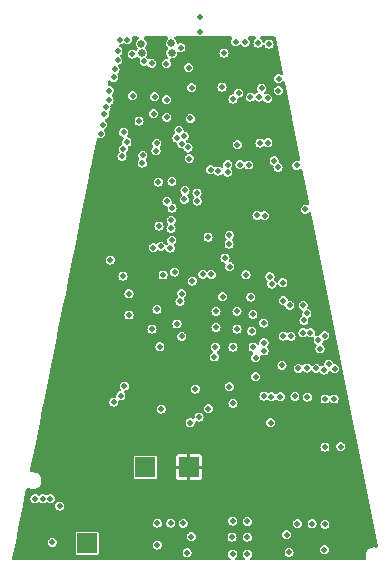
<source format=gbr>
G04 #@! TF.GenerationSoftware,KiCad,Pcbnew,(6.0.4)*
G04 #@! TF.CreationDate,2022-07-14T10:50:46-04:00*
G04 #@! TF.ProjectId,ratkit_design,7261746b-6974-45f6-9465-7369676e2e6b,RatKit2022_proA*
G04 #@! TF.SameCoordinates,PX41672a0PY65bcec0*
G04 #@! TF.FileFunction,Copper,L5,Inr*
G04 #@! TF.FilePolarity,Positive*
%FSLAX46Y46*%
G04 Gerber Fmt 4.6, Leading zero omitted, Abs format (unit mm)*
G04 Created by KiCad (PCBNEW (6.0.4)) date 2022-07-14 10:50:46*
%MOMM*%
%LPD*%
G01*
G04 APERTURE LIST*
G04 #@! TA.AperFunction,ComponentPad*
%ADD10R,1.700000X1.700000*%
G04 #@! TD*
G04 #@! TA.AperFunction,ViaPad*
%ADD11C,0.508000*%
G04 #@! TD*
G04 #@! TA.AperFunction,ViaPad*
%ADD12C,0.660400*%
G04 #@! TD*
G04 APERTURE END LIST*
D10*
G04 #@! TO.N,GND*
G04 #@! TO.C,J102*
X12344400Y6502400D03*
G04 #@! TD*
G04 #@! TO.N,V_Pot*
G04 #@! TO.C,J103*
X20955000Y12954000D03*
G04 #@! TD*
G04 #@! TO.N,V_Blue*
G04 #@! TO.C,J101*
X17272000Y12954000D03*
G04 #@! TD*
D11*
G04 #@! TO.N,GND*
X27635200Y40436800D03*
X18288000Y8229600D03*
X21158200Y7086600D03*
X20574000Y35636200D03*
X27965400Y28473400D03*
X32791400Y21691600D03*
X18288000Y6375400D03*
X26720800Y34290000D03*
X16179800Y44424600D03*
X32410400Y21183600D03*
X24688800Y23139400D03*
X29591000Y24028400D03*
X20345400Y24028400D03*
X26797000Y48869600D03*
X18237200Y26314400D03*
X15367000Y29133800D03*
D12*
X16916400Y48818800D03*
D11*
X30124400Y8178800D03*
X26187400Y27355800D03*
X26877582Y44290818D03*
X30226000Y21336000D03*
X19075400Y42570400D03*
X25019000Y26162000D03*
D12*
X19481800Y48031400D03*
D11*
X23749000Y45135800D03*
X21869400Y49809400D03*
X27305000Y22809200D03*
X29438600Y5740400D03*
X15113000Y49149000D03*
D12*
X16941800Y48031400D03*
D11*
X19405600Y8229600D03*
X15494000Y19837400D03*
X19075400Y44069000D03*
X17932400Y31546800D03*
X29235400Y7239000D03*
X23190200Y23139400D03*
X21488900Y19583900D03*
X23113011Y22301200D03*
X17830800Y24662900D03*
X33248600Y18745200D03*
X20370800Y40360600D03*
X13944600Y43459400D03*
X24409400Y29946600D03*
X19100800Y35458400D03*
X27305000Y18973800D03*
X28498800Y38354000D03*
X32410400Y5969000D03*
X24688800Y18364200D03*
X26365200Y25908000D03*
X15875500Y27660600D03*
X20878800Y40030400D03*
X30937200Y25984200D03*
X23926800Y48031400D03*
X17018000Y38709600D03*
X22580600Y32433035D03*
X21082000Y42494200D03*
X28702000Y18923000D03*
D12*
X19456400Y48844200D03*
D11*
X27101800Y45059600D03*
X20624800Y36398200D03*
X18770600Y29238600D03*
X15392400Y39903400D03*
X24917400Y48996600D03*
X14300200Y30505400D03*
X32435800Y24104600D03*
X20802600Y5715000D03*
X31242000Y24358600D03*
X16738600Y42265600D03*
X14935200Y48183800D03*
X31750000Y21336000D03*
X17957800Y42900600D03*
X25019000Y24663400D03*
X18161000Y39751000D03*
X25171400Y44653200D03*
X22787057Y38154057D03*
X13487400Y41198800D03*
X20472400Y8204200D03*
X23241000Y26162000D03*
X19380200Y31521400D03*
X21869400Y51104800D03*
X9220200Y10287000D03*
X27813000Y29083000D03*
X9398000Y6604000D03*
X24231600Y38582600D03*
X28956000Y27071700D03*
X24384000Y19786600D03*
X24673541Y44135069D03*
X32486600Y18745200D03*
X20929600Y46786800D03*
X15875000Y25857200D03*
X24003000Y30657800D03*
X20574000Y40995600D03*
X18059400Y44323000D03*
X26604885Y20616182D03*
X32054800Y22987000D03*
X31387212Y8173427D03*
X20980400Y39090600D03*
X26593800Y22225000D03*
X19431000Y33172400D03*
X28829000Y21590000D03*
X19939000Y25095200D03*
X26263600Y24485600D03*
X18364200Y37109400D03*
X14579600Y18465800D03*
X20269200Y48488600D03*
X32461200Y8128000D03*
X7924800Y10287000D03*
X25273000Y38582600D03*
X26390600Y23139400D03*
X23241000Y24790400D03*
G04 #@! TO.N,/RatKit_Main/uRSTN*
X19939000Y40843200D03*
X8585200Y10287000D03*
X18618200Y17881600D03*
X18555145Y31668379D03*
G04 #@! TO.N,V_Blue*
X15417800Y41325800D03*
X27609800Y44195502D03*
X17805400Y47142400D03*
X25908000Y7035800D03*
X30810200Y34798000D03*
X25908000Y5613400D03*
X25730200Y48920400D03*
X19050000Y47117000D03*
X24612600Y7035800D03*
X25044400Y40259000D03*
X23444200Y38023800D03*
X21641383Y36163643D03*
X28524200Y44831000D03*
X19507200Y37160200D03*
X28549600Y45847000D03*
X10007600Y9677400D03*
X30073600Y38506400D03*
X24663400Y8407400D03*
X21666200Y35483800D03*
X24663400Y5613400D03*
X20116800Y41478200D03*
X25908000Y8382000D03*
X27736800Y48793400D03*
G04 #@! TO.N,pVbias_Cap*
X23799800Y27406600D03*
G04 #@! TO.N,V_Pot*
X20202443Y25730700D03*
X24815800Y20294600D03*
X17449800Y26212800D03*
X17576800Y29235400D03*
X22682200Y5664200D03*
X22656800Y7569200D03*
X23444200Y6680200D03*
X34493200Y15443200D03*
X27178000Y6451600D03*
X27203400Y29311600D03*
X27152600Y7467600D03*
X18364200Y30480000D03*
X17398500Y27762200D03*
X25552400Y22250400D03*
X24942800Y22301200D03*
X30988000Y28473400D03*
X27940000Y8509000D03*
X23444200Y8509000D03*
X28233195Y30523519D03*
X23571200Y32433035D03*
X27965400Y5638800D03*
X25019000Y29337000D03*
G04 #@! TO.N,Net-(D1-Pad2)*
X33289410Y21298434D03*
G04 #@! TO.N,/RatKit_Main/uSWDIO*
X16154400Y47929800D03*
X26974800Y40411400D03*
G04 #@! TO.N,/RatKit_Main/uSWDCLK*
X17170400Y47320200D03*
X26162000Y44297600D03*
G04 #@! TO.N,/RatKit_Main/PB0_ADC_VINM1*
X13797636Y42842152D03*
X19532600Y34899600D03*
G04 #@! TO.N,/RatKit_Main/PB1_ADC_VINP1*
X13649243Y41951357D03*
X27372105Y34261163D03*
G04 #@! TO.N,/RatKit_Main/uI2C1_SDA*
X15748000Y49149000D03*
X28168600Y38912800D03*
G04 #@! TO.N,/RatKit_Main/PB2_ADC_VINM0*
X19481800Y32156400D03*
G04 #@! TO.N,/RatKit_Main/uI2C1_SCL*
X26009600Y38557200D03*
X14909800Y47421800D03*
G04 #@! TO.N,/RatKit_Main/PB3_ADC_VINP0*
X19456400Y33858200D03*
G04 #@! TO.N,/RatKit_Main/uI2C1_SMBA*
X24244704Y37936795D03*
X21183600Y45085000D03*
G04 #@! TO.N,/RatKit_Main/PB4_pRSTN*
X18415000Y33375600D03*
X15697700Y40504315D03*
X29489400Y26670000D03*
X24384000Y32613600D03*
G04 #@! TO.N,/RatKit_Main/SPI1_NSS*
X31903415Y23724647D03*
X14198600Y44043600D03*
G04 #@! TO.N,/RatKit_Main/SPI1_MISO*
X30607000Y24358600D03*
X14206687Y44842372D03*
X15290800Y39268400D03*
X24358600Y31851600D03*
G04 #@! TO.N,/RatKit_Main/SPI1_SCK*
X14579600Y45974000D03*
X27305000Y23495000D03*
G04 #@! TO.N,/RatKit_Main/SPI1_MOSI*
X14706600Y46634400D03*
X28956000Y24056700D03*
G04 #@! TO.N,/RatKit_Main/INT_pIn_uACKOUT*
X30632400Y26670000D03*
X18233943Y40382743D03*
G04 #@! TO.N,/RatKit_Main/INT_pINTOUT_uIn*
X30683200Y25400000D03*
G04 #@! TO.N,/RatKit_Main/INT_pACKOUT_uIn*
X27279600Y25171400D03*
X17037321Y39353735D03*
G04 #@! TO.N,/RatKit_Main/pXTAL1*
X27940000Y18923000D03*
G04 #@! TO.N,/RatKit_Main/pXTAL0*
X30937200Y21361400D03*
G04 #@! TO.N,/RatKit_Main/E_AIN0*
X33807400Y14706600D03*
X20193000Y27000200D03*
G04 #@! TO.N,/RatKit_Main/E_AIN1*
X20345400Y27660600D03*
X32461200Y14655800D03*
G04 #@! TO.N,/RatKit_Main/E_AFE2*
X30988000Y18903502D03*
X22123400Y29286200D03*
G04 #@! TO.N,/RatKit_Main/E_AIN2*
X21818600Y17195800D03*
X21232965Y28722321D03*
G04 #@! TO.N,/RatKit_Main/E_AFE3*
X29921200Y18948400D03*
X28905200Y28575000D03*
G04 #@! TO.N,/RatKit_Main/E_AIN3*
X21056600Y16738600D03*
X19735800Y29489400D03*
G04 #@! TO.N,/RatKit_Main/E_AFE4*
X27863800Y16738600D03*
X25781000Y29260800D03*
G04 #@! TO.N,/RatKit_Main/E_AFE1*
X22606000Y17907000D03*
X22860000Y29286200D03*
G04 #@! TO.N,/RatKit_Main/DE0*
X18491200Y23164800D03*
X15189200Y19024600D03*
G04 #@! TD*
G04 #@! TA.AperFunction,Conductor*
G04 #@! TO.N,V_Pot*
G36*
X16657050Y49408398D02*
G01*
X16703543Y49354742D01*
X16713647Y49284468D01*
X16684153Y49219888D01*
X16656165Y49195839D01*
X16624299Y49175733D01*
X16624297Y49175731D01*
X16616705Y49170941D01*
X16529917Y49072672D01*
X16474198Y48953995D01*
X16467987Y48914105D01*
X16455409Y48833322D01*
X16455409Y48833318D01*
X16454028Y48824449D01*
X16455192Y48815547D01*
X16455192Y48815544D01*
X16460049Y48778406D01*
X16471027Y48694450D01*
X16523830Y48574446D01*
X16529605Y48567576D01*
X16529608Y48567571D01*
X16593865Y48491129D01*
X16622387Y48426113D01*
X16611231Y48355999D01*
X16591857Y48326646D01*
X16555317Y48285272D01*
X16552143Y48278511D01*
X16498604Y48233049D01*
X16428233Y48223648D01*
X16381699Y48242806D01*
X16381435Y48242287D01*
X16375015Y48245558D01*
X16375016Y48245558D01*
X16372600Y48246789D01*
X16372598Y48246790D01*
X16282596Y48292648D01*
X16282593Y48292649D01*
X16273759Y48297150D01*
X16154400Y48316055D01*
X16035041Y48297150D01*
X16026207Y48292649D01*
X16026204Y48292648D01*
X15999425Y48279003D01*
X15927365Y48242287D01*
X15841913Y48156835D01*
X15818022Y48109946D01*
X15791552Y48057996D01*
X15791551Y48057993D01*
X15787050Y48049159D01*
X15768145Y47929800D01*
X15787050Y47810441D01*
X15791551Y47801607D01*
X15791552Y47801604D01*
X15797898Y47789150D01*
X15841913Y47702765D01*
X15927365Y47617313D01*
X15982541Y47589200D01*
X16026204Y47566952D01*
X16026207Y47566951D01*
X16035041Y47562450D01*
X16154400Y47543545D01*
X16273759Y47562450D01*
X16282593Y47566951D01*
X16282596Y47566952D01*
X16326259Y47589200D01*
X16381435Y47617313D01*
X16453738Y47689616D01*
X16516050Y47723642D01*
X16586865Y47718577D01*
X16626815Y47694452D01*
X16627816Y47693557D01*
X16633591Y47686687D01*
X16641062Y47681714D01*
X16641063Y47681713D01*
X16735255Y47619013D01*
X16742729Y47614038D01*
X16747934Y47612412D01*
X16799486Y47566213D01*
X16818349Y47497768D01*
X16808572Y47458488D01*
X16810616Y47457824D01*
X16807553Y47448396D01*
X16803050Y47439559D01*
X16784145Y47320200D01*
X16803050Y47200841D01*
X16807551Y47192007D01*
X16807552Y47192004D01*
X16826050Y47155701D01*
X16857913Y47093165D01*
X16943365Y47007713D01*
X16991416Y46983230D01*
X17042204Y46957352D01*
X17042207Y46957351D01*
X17051041Y46952850D01*
X17170400Y46933945D01*
X17289759Y46952850D01*
X17323666Y46970126D01*
X17393441Y46983230D01*
X17459226Y46956530D01*
X17482803Y46931920D01*
X17488408Y46924206D01*
X17492913Y46915365D01*
X17578365Y46829913D01*
X17628216Y46804513D01*
X17677204Y46779552D01*
X17677207Y46779551D01*
X17686041Y46775050D01*
X17805400Y46756145D01*
X17924759Y46775050D01*
X17933593Y46779551D01*
X17933596Y46779552D01*
X17982584Y46804513D01*
X18032435Y46829913D01*
X18117887Y46915365D01*
X18159175Y46996398D01*
X18168248Y47014204D01*
X18168249Y47014207D01*
X18172750Y47023041D01*
X18191655Y47142400D01*
X18172750Y47261759D01*
X18168249Y47270593D01*
X18168248Y47270596D01*
X18135333Y47335194D01*
X18117887Y47369435D01*
X18032435Y47454887D01*
X17958750Y47492431D01*
X17933596Y47505248D01*
X17933593Y47505249D01*
X17924759Y47509750D01*
X17805400Y47528655D01*
X17686041Y47509750D01*
X17652134Y47492474D01*
X17582359Y47479370D01*
X17516574Y47506070D01*
X17492997Y47530680D01*
X17487390Y47538397D01*
X17482887Y47547235D01*
X17397435Y47632687D01*
X17388594Y47637191D01*
X17380575Y47643018D01*
X17382536Y47645717D01*
X17343426Y47682661D01*
X17326365Y47751578D01*
X17338857Y47801109D01*
X17378402Y47882731D01*
X17378404Y47882736D01*
X17382317Y47890813D01*
X17404069Y48020102D01*
X17404207Y48031400D01*
X17393825Y48103896D01*
X17386894Y48152296D01*
X17386893Y48152299D01*
X17385621Y48161182D01*
X17380880Y48171609D01*
X17335073Y48272357D01*
X17335071Y48272360D01*
X17331356Y48280531D01*
X17291621Y48326646D01*
X17265115Y48357408D01*
X17235802Y48422070D01*
X17246101Y48492316D01*
X17267154Y48524210D01*
X17277550Y48535696D01*
X17299753Y48560225D01*
X17306586Y48574327D01*
X17353004Y48670136D01*
X17353004Y48670137D01*
X17356917Y48678213D01*
X17378669Y48807502D01*
X17378807Y48818800D01*
X17371002Y48873304D01*
X17361494Y48939696D01*
X17361493Y48939699D01*
X17360221Y48948582D01*
X17354065Y48962122D01*
X17309673Y49059757D01*
X17309671Y49059760D01*
X17305956Y49067931D01*
X17231405Y49154452D01*
X17226236Y49160451D01*
X17220375Y49167253D01*
X17174994Y49196668D01*
X17128710Y49250505D01*
X17118880Y49320817D01*
X17148625Y49385283D01*
X17208500Y49423433D01*
X17243527Y49428400D01*
X19088879Y49428400D01*
X19157000Y49408398D01*
X19203493Y49354742D01*
X19213597Y49284468D01*
X19184103Y49219888D01*
X19170542Y49206446D01*
X19164297Y49201131D01*
X19156705Y49196341D01*
X19069917Y49098072D01*
X19066103Y49089949D01*
X19066102Y49089947D01*
X19055766Y49067931D01*
X19014198Y48979395D01*
X19008862Y48945123D01*
X18995409Y48858722D01*
X18995409Y48858718D01*
X18994028Y48849849D01*
X18995192Y48840947D01*
X18995192Y48840944D01*
X18999565Y48807502D01*
X19011027Y48719850D01*
X19063830Y48599846D01*
X19117754Y48535696D01*
X19144805Y48503515D01*
X19173326Y48438499D01*
X19162170Y48368384D01*
X19142796Y48339032D01*
X19095317Y48285272D01*
X19091503Y48277149D01*
X19091502Y48277147D01*
X19082717Y48258435D01*
X19039598Y48166595D01*
X19034327Y48132743D01*
X19020809Y48045922D01*
X19020809Y48045918D01*
X19019428Y48037049D01*
X19020592Y48028147D01*
X19020592Y48028144D01*
X19021447Y48021608D01*
X19036427Y47907050D01*
X19089230Y47787046D01*
X19119044Y47751578D01*
X19155020Y47708780D01*
X19183541Y47643764D01*
X19172385Y47573650D01*
X19125093Y47520697D01*
X19059006Y47501829D01*
X19050000Y47503255D01*
X18930641Y47484350D01*
X18921807Y47479849D01*
X18921804Y47479848D01*
X18881656Y47459391D01*
X18822965Y47429487D01*
X18737513Y47344035D01*
X18716320Y47302441D01*
X18687152Y47245196D01*
X18687151Y47245193D01*
X18682650Y47236359D01*
X18663745Y47117000D01*
X18682650Y46997641D01*
X18687151Y46988807D01*
X18687152Y46988804D01*
X18703597Y46956530D01*
X18737513Y46889965D01*
X18822965Y46804513D01*
X18871954Y46779552D01*
X18921804Y46754152D01*
X18921807Y46754151D01*
X18930641Y46749650D01*
X19050000Y46730745D01*
X19169359Y46749650D01*
X19178193Y46754151D01*
X19178196Y46754152D01*
X19228046Y46779552D01*
X19242271Y46786800D01*
X20543345Y46786800D01*
X20562250Y46667441D01*
X20566751Y46658607D01*
X20566752Y46658604D01*
X20579085Y46634400D01*
X20617113Y46559765D01*
X20702565Y46474313D01*
X20757741Y46446200D01*
X20801404Y46423952D01*
X20801407Y46423951D01*
X20810241Y46419450D01*
X20929600Y46400545D01*
X21048959Y46419450D01*
X21057793Y46423951D01*
X21057796Y46423952D01*
X21101459Y46446200D01*
X21156635Y46474313D01*
X21242087Y46559765D01*
X21280115Y46634400D01*
X21292448Y46658604D01*
X21292449Y46658607D01*
X21296950Y46667441D01*
X21315855Y46786800D01*
X21296950Y46906159D01*
X21292449Y46914993D01*
X21292448Y46914996D01*
X21270200Y46958659D01*
X21242087Y47013835D01*
X21156635Y47099287D01*
X21091238Y47132608D01*
X21057796Y47149648D01*
X21057793Y47149649D01*
X21048959Y47154150D01*
X20929600Y47173055D01*
X20810241Y47154150D01*
X20801407Y47149649D01*
X20801404Y47149648D01*
X20767962Y47132608D01*
X20702565Y47099287D01*
X20617113Y47013835D01*
X20589000Y46958659D01*
X20566752Y46914996D01*
X20566751Y46914993D01*
X20562250Y46906159D01*
X20543345Y46786800D01*
X19242271Y46786800D01*
X19277035Y46804513D01*
X19362487Y46889965D01*
X19396403Y46956530D01*
X19412848Y46988804D01*
X19412849Y46988807D01*
X19417350Y46997641D01*
X19436255Y47117000D01*
X19417350Y47236359D01*
X19412849Y47245193D01*
X19412848Y47245196D01*
X19383680Y47302441D01*
X19362487Y47344035D01*
X19347218Y47359304D01*
X19313192Y47421616D01*
X19318257Y47492431D01*
X19360804Y47549267D01*
X19427324Y47574078D01*
X19438611Y47574378D01*
X19538954Y47572539D01*
X19580347Y47583824D01*
X19656782Y47604662D01*
X19656785Y47604663D01*
X19665444Y47607024D01*
X19674866Y47612809D01*
X19769519Y47670925D01*
X19769522Y47670928D01*
X19777171Y47675624D01*
X19794214Y47694452D01*
X19859128Y47766169D01*
X19865153Y47772825D01*
X19873063Y47789150D01*
X19918404Y47882736D01*
X19918404Y47882737D01*
X19922317Y47890813D01*
X19944069Y48020102D01*
X19944128Y48024964D01*
X19944564Y48029819D01*
X19946442Y48029651D01*
X19946978Y48031400D01*
X23540545Y48031400D01*
X23559450Y47912041D01*
X23563951Y47903207D01*
X23563952Y47903204D01*
X23580202Y47871313D01*
X23614313Y47804365D01*
X23699765Y47718913D01*
X23754941Y47690800D01*
X23798604Y47668552D01*
X23798607Y47668551D01*
X23807441Y47664050D01*
X23926800Y47645145D01*
X24046159Y47664050D01*
X24054993Y47668551D01*
X24054996Y47668552D01*
X24098659Y47690800D01*
X24153835Y47718913D01*
X24239287Y47804365D01*
X24273398Y47871313D01*
X24289648Y47903204D01*
X24289649Y47903207D01*
X24294150Y47912041D01*
X24313055Y48031400D01*
X24294150Y48150759D01*
X24289649Y48159593D01*
X24289648Y48159596D01*
X24267400Y48203259D01*
X24239287Y48258435D01*
X24153835Y48343887D01*
X24098659Y48372000D01*
X24054996Y48394248D01*
X24054993Y48394249D01*
X24046159Y48398750D01*
X23926800Y48417655D01*
X23807441Y48398750D01*
X23798607Y48394249D01*
X23798604Y48394248D01*
X23754941Y48372000D01*
X23699765Y48343887D01*
X23614313Y48258435D01*
X23586200Y48203259D01*
X23563952Y48159596D01*
X23563951Y48159593D01*
X23559450Y48150759D01*
X23540545Y48031400D01*
X19946978Y48031400D01*
X19964912Y48089866D01*
X20019122Y48135711D01*
X20089513Y48144969D01*
X20127282Y48132744D01*
X20149841Y48121250D01*
X20269200Y48102345D01*
X20388559Y48121250D01*
X20397393Y48125751D01*
X20397396Y48125752D01*
X20463818Y48159596D01*
X20496235Y48176113D01*
X20581687Y48261565D01*
X20614847Y48326646D01*
X20632048Y48360404D01*
X20632049Y48360407D01*
X20636550Y48369241D01*
X20655455Y48488600D01*
X20636550Y48607959D01*
X20632049Y48616793D01*
X20632048Y48616796D01*
X20607381Y48665207D01*
X20581687Y48715635D01*
X20496235Y48801087D01*
X20441059Y48829200D01*
X20397396Y48851448D01*
X20397393Y48851449D01*
X20388559Y48855950D01*
X20269200Y48874855D01*
X20149841Y48855950D01*
X20089905Y48825411D01*
X20020131Y48812308D01*
X19954347Y48839008D01*
X19913440Y48897036D01*
X19907978Y48919817D01*
X19901494Y48965096D01*
X19901493Y48965099D01*
X19900221Y48973982D01*
X19896507Y48982151D01*
X19849673Y49085157D01*
X19849671Y49085160D01*
X19845956Y49093331D01*
X19760375Y49192653D01*
X19752841Y49197537D01*
X19746078Y49203436D01*
X19747229Y49204755D01*
X19707896Y49250507D01*
X19698068Y49320820D01*
X19727813Y49385285D01*
X19787689Y49423434D01*
X19822714Y49428400D01*
X21826303Y49428400D01*
X21846014Y49426849D01*
X21859607Y49424696D01*
X21859608Y49424696D01*
X21869400Y49423145D01*
X21879192Y49424696D01*
X21879193Y49424696D01*
X21892786Y49426849D01*
X21912497Y49428400D01*
X24508313Y49428400D01*
X24576434Y49408398D01*
X24622927Y49354742D01*
X24633031Y49284468D01*
X24610680Y49229402D01*
X24604913Y49223635D01*
X24591471Y49197253D01*
X24554552Y49124796D01*
X24554551Y49124793D01*
X24550050Y49115959D01*
X24531145Y48996600D01*
X24550050Y48877241D01*
X24554551Y48868407D01*
X24554552Y48868404D01*
X24575527Y48827239D01*
X24604913Y48769565D01*
X24690365Y48684113D01*
X24745541Y48656000D01*
X24789204Y48633752D01*
X24789207Y48633751D01*
X24798041Y48629250D01*
X24917400Y48610345D01*
X25036759Y48629250D01*
X25045593Y48633751D01*
X25045596Y48633752D01*
X25089259Y48656000D01*
X25144435Y48684113D01*
X25205965Y48745643D01*
X25268277Y48779669D01*
X25339092Y48774604D01*
X25395928Y48732057D01*
X25407325Y48713753D01*
X25417713Y48693365D01*
X25503165Y48607913D01*
X25552720Y48582664D01*
X25602004Y48557552D01*
X25602007Y48557551D01*
X25610841Y48553050D01*
X25730200Y48534145D01*
X25849559Y48553050D01*
X25858393Y48557551D01*
X25858396Y48557552D01*
X25907680Y48582664D01*
X25957235Y48607913D01*
X26042687Y48693365D01*
X26077937Y48762548D01*
X26093048Y48792204D01*
X26093049Y48792207D01*
X26097550Y48801041D01*
X26116455Y48920400D01*
X26097550Y49039759D01*
X26093049Y49048593D01*
X26093048Y49048596D01*
X26064410Y49104800D01*
X26042687Y49147435D01*
X25976817Y49213305D01*
X25942791Y49275617D01*
X25947856Y49346432D01*
X25990403Y49403268D01*
X26056923Y49428079D01*
X26065912Y49428400D01*
X26528554Y49428400D01*
X26596675Y49408398D01*
X26643168Y49354742D01*
X26653272Y49284468D01*
X26623778Y49219888D01*
X26585758Y49190134D01*
X26569965Y49182087D01*
X26484513Y49096635D01*
X26469888Y49067931D01*
X26434152Y48997796D01*
X26434151Y48997793D01*
X26429650Y48988959D01*
X26410745Y48869600D01*
X26429650Y48750241D01*
X26434151Y48741407D01*
X26434152Y48741404D01*
X26447282Y48715635D01*
X26484513Y48642565D01*
X26569965Y48557113D01*
X26611999Y48535696D01*
X26668804Y48506752D01*
X26668807Y48506751D01*
X26677641Y48502250D01*
X26797000Y48483345D01*
X26916359Y48502250D01*
X26925193Y48506751D01*
X26925196Y48506752D01*
X26982001Y48535696D01*
X27024035Y48557113D01*
X27109487Y48642565D01*
X27137366Y48697281D01*
X27186113Y48748895D01*
X27255028Y48765961D01*
X27322230Y48743060D01*
X27366382Y48687463D01*
X27368047Y48682900D01*
X27369450Y48674041D01*
X27424313Y48566365D01*
X27509765Y48480913D01*
X27544875Y48463024D01*
X27608604Y48430552D01*
X27608607Y48430551D01*
X27617441Y48426050D01*
X27736800Y48407145D01*
X27856159Y48426050D01*
X27864993Y48430551D01*
X27864996Y48430552D01*
X27928725Y48463024D01*
X27963835Y48480913D01*
X28049287Y48566365D01*
X28084537Y48635548D01*
X28099648Y48665204D01*
X28099649Y48665207D01*
X28104150Y48674041D01*
X28123055Y48793400D01*
X28104150Y48912759D01*
X28099649Y48921593D01*
X28099648Y48921596D01*
X28070315Y48979165D01*
X28049287Y49020435D01*
X27963835Y49105887D01*
X27898438Y49139208D01*
X27864996Y49156248D01*
X27864993Y49156249D01*
X27856159Y49160750D01*
X27747558Y49177951D01*
X27740632Y49181235D01*
X27726043Y49177951D01*
X27617441Y49160750D01*
X27608607Y49156249D01*
X27608604Y49156248D01*
X27575162Y49139208D01*
X27509765Y49105887D01*
X27424313Y49020435D01*
X27400645Y48973982D01*
X27396435Y48965720D01*
X27347687Y48914105D01*
X27278772Y48897039D01*
X27211570Y48919940D01*
X27167418Y48975537D01*
X27165753Y48980100D01*
X27164350Y48988959D01*
X27109487Y49096635D01*
X27024035Y49182087D01*
X27008242Y49190134D01*
X26956628Y49238882D01*
X26939562Y49307797D01*
X26962463Y49374998D01*
X27018061Y49419150D01*
X27065446Y49428400D01*
X27706331Y49428400D01*
X27734600Y49420100D01*
X27751120Y49427361D01*
X27767269Y49428400D01*
X28192409Y49428400D01*
X28260530Y49408398D01*
X28307023Y49354742D01*
X28315937Y49327235D01*
X28920167Y46321583D01*
X28921520Y46314851D01*
X28915336Y46244124D01*
X28871896Y46187968D01*
X28804991Y46164213D01*
X28740790Y46177750D01*
X28668959Y46214350D01*
X28549600Y46233255D01*
X28430241Y46214350D01*
X28421407Y46209849D01*
X28421404Y46209848D01*
X28378463Y46187968D01*
X28322565Y46159487D01*
X28237113Y46074035D01*
X28209000Y46018859D01*
X28186752Y45975196D01*
X28186751Y45975193D01*
X28182250Y45966359D01*
X28163345Y45847000D01*
X28182250Y45727641D01*
X28186751Y45718807D01*
X28186752Y45718804D01*
X28205032Y45682928D01*
X28237113Y45619965D01*
X28322565Y45534513D01*
X28350060Y45520504D01*
X28421404Y45484152D01*
X28421407Y45484151D01*
X28430241Y45479650D01*
X28519828Y45465461D01*
X28540904Y45455469D01*
X28553971Y45461437D01*
X28635465Y45474345D01*
X28668959Y45479650D01*
X28677793Y45484151D01*
X28677796Y45484152D01*
X28749140Y45520504D01*
X28776635Y45534513D01*
X28861605Y45619483D01*
X28923917Y45653509D01*
X28994732Y45648444D01*
X29051568Y45605897D01*
X29074229Y45555222D01*
X30385126Y39034348D01*
X30391694Y39001677D01*
X30385510Y38930950D01*
X30342070Y38874794D01*
X30275165Y38851039D01*
X30210965Y38864576D01*
X30201797Y38869247D01*
X30201796Y38869247D01*
X30192959Y38873750D01*
X30073600Y38892655D01*
X29954241Y38873750D01*
X29945407Y38869249D01*
X29945404Y38869248D01*
X29901741Y38847000D01*
X29846565Y38818887D01*
X29761113Y38733435D01*
X29741329Y38694606D01*
X29710752Y38634596D01*
X29710751Y38634593D01*
X29706250Y38625759D01*
X29687345Y38506400D01*
X29706250Y38387041D01*
X29710751Y38378207D01*
X29710752Y38378204D01*
X29723085Y38354000D01*
X29761113Y38279365D01*
X29846565Y38193913D01*
X29879457Y38177154D01*
X29945404Y38143552D01*
X29945407Y38143551D01*
X29954241Y38139050D01*
X30073600Y38120145D01*
X30192959Y38139050D01*
X30201793Y38143551D01*
X30201796Y38143552D01*
X30267743Y38177154D01*
X30300635Y38193913D01*
X30345379Y38238657D01*
X30407691Y38272683D01*
X30478506Y38267618D01*
X30535342Y38225071D01*
X30558003Y38174395D01*
X30774068Y37099608D01*
X31129774Y35330204D01*
X31138213Y35288223D01*
X31132029Y35217496D01*
X31088589Y35161340D01*
X31021684Y35137585D01*
X30957483Y35151122D01*
X30929559Y35165350D01*
X30810200Y35184255D01*
X30690841Y35165350D01*
X30682007Y35160849D01*
X30682004Y35160848D01*
X30638341Y35138600D01*
X30583165Y35110487D01*
X30497713Y35025035D01*
X30489627Y35009165D01*
X30447352Y34926196D01*
X30447351Y34926193D01*
X30442850Y34917359D01*
X30423945Y34798000D01*
X30442850Y34678641D01*
X30447351Y34669807D01*
X30447352Y34669804D01*
X30459549Y34645867D01*
X30497713Y34570965D01*
X30583165Y34485513D01*
X30638341Y34457400D01*
X30682004Y34435152D01*
X30682007Y34435151D01*
X30690841Y34430650D01*
X30810200Y34411745D01*
X30929559Y34430650D01*
X30938393Y34435151D01*
X30938396Y34435152D01*
X30982059Y34457400D01*
X31037235Y34485513D01*
X31089392Y34537670D01*
X31151704Y34571696D01*
X31222519Y34566631D01*
X31279355Y34524084D01*
X31302016Y34473408D01*
X34941421Y16369699D01*
X36965774Y6299842D01*
X36959590Y6229115D01*
X36916150Y6172959D01*
X36849245Y6149204D01*
X36811484Y6152911D01*
X36805092Y6155403D01*
X36673713Y6172700D01*
X36583607Y6172700D01*
X36524829Y6165587D01*
X36463330Y6158145D01*
X36463327Y6158144D01*
X36455789Y6157232D01*
X36448688Y6154549D01*
X36448685Y6154548D01*
X36307650Y6101255D01*
X36294651Y6096343D01*
X36288393Y6092042D01*
X36163927Y6006499D01*
X36152688Y5998775D01*
X36147636Y5993105D01*
X36147635Y5993104D01*
X36043149Y5875832D01*
X36043147Y5875829D01*
X36038096Y5870160D01*
X35957491Y5717924D01*
X35915526Y5550855D01*
X35915486Y5543257D01*
X35915486Y5543255D01*
X35915197Y5487965D01*
X35914624Y5378598D01*
X35916396Y5371218D01*
X35916396Y5371216D01*
X35948999Y5235414D01*
X35945452Y5164506D01*
X35904132Y5106772D01*
X35838158Y5080542D01*
X35826480Y5080000D01*
X26216122Y5080000D01*
X26148001Y5100002D01*
X26101508Y5153658D01*
X26091404Y5223932D01*
X26120898Y5288512D01*
X26133628Y5300196D01*
X26135035Y5300913D01*
X26220487Y5386365D01*
X26268679Y5480948D01*
X26270848Y5485204D01*
X26270849Y5485207D01*
X26275350Y5494041D01*
X26294255Y5613400D01*
X26275350Y5732759D01*
X26271457Y5740400D01*
X29052345Y5740400D01*
X29071250Y5621041D01*
X29075751Y5612207D01*
X29075752Y5612204D01*
X29096852Y5570794D01*
X29126113Y5513365D01*
X29211565Y5427913D01*
X29261416Y5402513D01*
X29310404Y5377552D01*
X29310407Y5377551D01*
X29319241Y5373050D01*
X29438600Y5354145D01*
X29557959Y5373050D01*
X29566793Y5377551D01*
X29566796Y5377552D01*
X29615784Y5402513D01*
X29665635Y5427913D01*
X29751087Y5513365D01*
X29780348Y5570794D01*
X29801448Y5612204D01*
X29801449Y5612207D01*
X29805950Y5621041D01*
X29824855Y5740400D01*
X29805950Y5859759D01*
X29801449Y5868593D01*
X29801448Y5868596D01*
X29775832Y5918870D01*
X29751087Y5967435D01*
X29749522Y5969000D01*
X32024145Y5969000D01*
X32043050Y5849641D01*
X32047551Y5840807D01*
X32047552Y5840804D01*
X32069800Y5797141D01*
X32097913Y5741965D01*
X32183365Y5656513D01*
X32233762Y5630835D01*
X32282204Y5606152D01*
X32282207Y5606151D01*
X32291041Y5601650D01*
X32410400Y5582745D01*
X32529759Y5601650D01*
X32538593Y5606151D01*
X32538596Y5606152D01*
X32587038Y5630835D01*
X32637435Y5656513D01*
X32722887Y5741965D01*
X32751000Y5797141D01*
X32773248Y5840804D01*
X32773249Y5840807D01*
X32777750Y5849641D01*
X32796655Y5969000D01*
X32777750Y6088359D01*
X32773249Y6097193D01*
X32773248Y6097196D01*
X32742658Y6157232D01*
X32722887Y6196035D01*
X32637435Y6281487D01*
X32582259Y6309600D01*
X32538596Y6331848D01*
X32538593Y6331849D01*
X32529759Y6336350D01*
X32410400Y6355255D01*
X32291041Y6336350D01*
X32282207Y6331849D01*
X32282204Y6331848D01*
X32238541Y6309600D01*
X32183365Y6281487D01*
X32097913Y6196035D01*
X32078142Y6157232D01*
X32047552Y6097196D01*
X32047551Y6097193D01*
X32043050Y6088359D01*
X32024145Y5969000D01*
X29749522Y5969000D01*
X29665635Y6052887D01*
X29604766Y6083901D01*
X29566796Y6103248D01*
X29566793Y6103249D01*
X29557959Y6107750D01*
X29438600Y6126655D01*
X29319241Y6107750D01*
X29310407Y6103249D01*
X29310404Y6103248D01*
X29272434Y6083901D01*
X29211565Y6052887D01*
X29126113Y5967435D01*
X29101368Y5918870D01*
X29075752Y5868596D01*
X29075751Y5868593D01*
X29071250Y5859759D01*
X29052345Y5740400D01*
X26271457Y5740400D01*
X26270849Y5741593D01*
X26270848Y5741596D01*
X26228573Y5824565D01*
X26220487Y5840435D01*
X26135035Y5925887D01*
X26069638Y5959208D01*
X26036196Y5976248D01*
X26036193Y5976249D01*
X26027359Y5980750D01*
X25908000Y5999655D01*
X25788641Y5980750D01*
X25779807Y5976249D01*
X25779804Y5976248D01*
X25746362Y5959208D01*
X25680965Y5925887D01*
X25595513Y5840435D01*
X25587427Y5824565D01*
X25545152Y5741596D01*
X25545151Y5741593D01*
X25540650Y5732759D01*
X25521745Y5613400D01*
X25540650Y5494041D01*
X25545151Y5485207D01*
X25545152Y5485204D01*
X25547321Y5480948D01*
X25595513Y5386365D01*
X25680965Y5300913D01*
X25680056Y5300004D01*
X25717292Y5251715D01*
X25723369Y5180979D01*
X25690238Y5118187D01*
X25628418Y5083275D01*
X25599878Y5080000D01*
X24971522Y5080000D01*
X24903401Y5100002D01*
X24856908Y5153658D01*
X24846804Y5223932D01*
X24876298Y5288512D01*
X24889028Y5300196D01*
X24890435Y5300913D01*
X24975887Y5386365D01*
X25024079Y5480948D01*
X25026248Y5485204D01*
X25026249Y5485207D01*
X25030750Y5494041D01*
X25049655Y5613400D01*
X25030750Y5732759D01*
X25026249Y5741593D01*
X25026248Y5741596D01*
X24983973Y5824565D01*
X24975887Y5840435D01*
X24890435Y5925887D01*
X24825038Y5959208D01*
X24791596Y5976248D01*
X24791593Y5976249D01*
X24782759Y5980750D01*
X24663400Y5999655D01*
X24544041Y5980750D01*
X24535207Y5976249D01*
X24535204Y5976248D01*
X24501762Y5959208D01*
X24436365Y5925887D01*
X24350913Y5840435D01*
X24342827Y5824565D01*
X24300552Y5741596D01*
X24300551Y5741593D01*
X24296050Y5732759D01*
X24277145Y5613400D01*
X24296050Y5494041D01*
X24300551Y5485207D01*
X24300552Y5485204D01*
X24302721Y5480948D01*
X24350913Y5386365D01*
X24436365Y5300913D01*
X24435456Y5300004D01*
X24472692Y5251715D01*
X24478769Y5180979D01*
X24445638Y5118187D01*
X24383818Y5083275D01*
X24355278Y5080000D01*
X20833069Y5080000D01*
X20804800Y5088300D01*
X20788280Y5081039D01*
X20772131Y5080000D01*
X6122851Y5080000D01*
X6054730Y5100002D01*
X6008237Y5153658D01*
X5999322Y5230833D01*
X6013410Y5300913D01*
X6081545Y5639842D01*
X11366900Y5639842D01*
X11368106Y5633782D01*
X11368106Y5633777D01*
X11370212Y5623192D01*
X11374298Y5602652D01*
X11381191Y5592335D01*
X11381192Y5592334D01*
X11395585Y5570794D01*
X11402478Y5560478D01*
X11412794Y5553585D01*
X11428254Y5543255D01*
X11444652Y5532298D01*
X11456822Y5529877D01*
X11475777Y5526106D01*
X11475782Y5526106D01*
X11481842Y5524900D01*
X13206958Y5524900D01*
X13213018Y5526106D01*
X13213023Y5526106D01*
X13231978Y5529877D01*
X13244148Y5532298D01*
X13260547Y5543255D01*
X13276006Y5553585D01*
X13286322Y5560478D01*
X13293215Y5570794D01*
X13307608Y5592334D01*
X13307609Y5592335D01*
X13314502Y5602652D01*
X13318588Y5623192D01*
X13320694Y5633777D01*
X13320694Y5633782D01*
X13321900Y5639842D01*
X13321900Y5715000D01*
X20416345Y5715000D01*
X20435250Y5595641D01*
X20439751Y5586807D01*
X20439752Y5586804D01*
X20456678Y5553585D01*
X20490113Y5487965D01*
X20575565Y5402513D01*
X20624554Y5377552D01*
X20674404Y5352152D01*
X20674407Y5352151D01*
X20683241Y5347650D01*
X20791842Y5330449D01*
X20798768Y5327165D01*
X20813358Y5330449D01*
X20921959Y5347650D01*
X20930793Y5352151D01*
X20930796Y5352152D01*
X20980646Y5377552D01*
X21029635Y5402513D01*
X21115087Y5487965D01*
X21148522Y5553585D01*
X21165448Y5586804D01*
X21165449Y5586807D01*
X21169950Y5595641D01*
X21188855Y5715000D01*
X21169950Y5834359D01*
X21165449Y5843193D01*
X21165448Y5843196D01*
X21126890Y5918870D01*
X21115087Y5942035D01*
X21029635Y6027487D01*
X20970944Y6057391D01*
X20930796Y6077848D01*
X20930793Y6077849D01*
X20921959Y6082350D01*
X20802600Y6101255D01*
X20683241Y6082350D01*
X20674407Y6077849D01*
X20674404Y6077848D01*
X20634256Y6057391D01*
X20575565Y6027487D01*
X20490113Y5942035D01*
X20478310Y5918870D01*
X20439752Y5843196D01*
X20439751Y5843193D01*
X20435250Y5834359D01*
X20416345Y5715000D01*
X13321900Y5715000D01*
X13321900Y6375400D01*
X17901745Y6375400D01*
X17920650Y6256041D01*
X17925151Y6247207D01*
X17925152Y6247204D01*
X17947400Y6203541D01*
X17975513Y6148365D01*
X18060965Y6062913D01*
X18116141Y6034800D01*
X18159804Y6012552D01*
X18159807Y6012551D01*
X18168641Y6008050D01*
X18288000Y5989145D01*
X18407359Y6008050D01*
X18416193Y6012551D01*
X18416196Y6012552D01*
X18459859Y6034800D01*
X18515035Y6062913D01*
X18600487Y6148365D01*
X18628600Y6203541D01*
X18650848Y6247204D01*
X18650849Y6247207D01*
X18655350Y6256041D01*
X18674255Y6375400D01*
X18655350Y6494759D01*
X18650849Y6503593D01*
X18650848Y6503596D01*
X18628600Y6547259D01*
X18600487Y6602435D01*
X18515035Y6687887D01*
X18456525Y6717699D01*
X18416196Y6738248D01*
X18416193Y6738249D01*
X18407359Y6742750D01*
X18288000Y6761655D01*
X18168641Y6742750D01*
X18159807Y6738249D01*
X18159804Y6738248D01*
X18119475Y6717699D01*
X18060965Y6687887D01*
X17975513Y6602435D01*
X17947400Y6547259D01*
X17925152Y6503596D01*
X17925151Y6503593D01*
X17920650Y6494759D01*
X17901745Y6375400D01*
X13321900Y6375400D01*
X13321900Y7086600D01*
X20771945Y7086600D01*
X20790850Y6967241D01*
X20795351Y6958407D01*
X20795352Y6958404D01*
X20814415Y6920991D01*
X20845713Y6859565D01*
X20931165Y6774113D01*
X20958660Y6760104D01*
X21030004Y6723752D01*
X21030007Y6723751D01*
X21038841Y6719250D01*
X21158200Y6700345D01*
X21277559Y6719250D01*
X21286393Y6723751D01*
X21286396Y6723752D01*
X21357740Y6760104D01*
X21385235Y6774113D01*
X21470687Y6859565D01*
X21501985Y6920991D01*
X21521048Y6958404D01*
X21521049Y6958407D01*
X21525550Y6967241D01*
X21536409Y7035800D01*
X24226345Y7035800D01*
X24245250Y6916441D01*
X24249751Y6907607D01*
X24249752Y6907604D01*
X24265778Y6876152D01*
X24300113Y6808765D01*
X24385565Y6723313D01*
X24427599Y6701896D01*
X24484404Y6672952D01*
X24484407Y6672951D01*
X24493241Y6668450D01*
X24612600Y6649545D01*
X24731959Y6668450D01*
X24740793Y6672951D01*
X24740796Y6672952D01*
X24797601Y6701896D01*
X24839635Y6723313D01*
X24925087Y6808765D01*
X24959422Y6876152D01*
X24975448Y6907604D01*
X24975449Y6907607D01*
X24979950Y6916441D01*
X24998855Y7035800D01*
X25521745Y7035800D01*
X25540650Y6916441D01*
X25545151Y6907607D01*
X25545152Y6907604D01*
X25561178Y6876152D01*
X25595513Y6808765D01*
X25680965Y6723313D01*
X25722999Y6701896D01*
X25779804Y6672952D01*
X25779807Y6672951D01*
X25788641Y6668450D01*
X25908000Y6649545D01*
X26027359Y6668450D01*
X26036193Y6672951D01*
X26036196Y6672952D01*
X26093001Y6701896D01*
X26135035Y6723313D01*
X26220487Y6808765D01*
X26254822Y6876152D01*
X26270848Y6907604D01*
X26270849Y6907607D01*
X26275350Y6916441D01*
X26294255Y7035800D01*
X26275350Y7155159D01*
X26270849Y7163993D01*
X26270848Y7163996D01*
X26244964Y7214796D01*
X26232631Y7239000D01*
X28849145Y7239000D01*
X28868050Y7119641D01*
X28872551Y7110807D01*
X28872552Y7110804D01*
X28884885Y7086600D01*
X28922913Y7011965D01*
X29008365Y6926513D01*
X29063541Y6898400D01*
X29107204Y6876152D01*
X29107207Y6876151D01*
X29116041Y6871650D01*
X29235400Y6852745D01*
X29354759Y6871650D01*
X29363593Y6876151D01*
X29363596Y6876152D01*
X29407259Y6898400D01*
X29462435Y6926513D01*
X29547887Y7011965D01*
X29585915Y7086600D01*
X29598248Y7110804D01*
X29598249Y7110807D01*
X29602750Y7119641D01*
X29621655Y7239000D01*
X29602750Y7358359D01*
X29598249Y7367193D01*
X29598248Y7367196D01*
X29571086Y7420504D01*
X29547887Y7466035D01*
X29462435Y7551487D01*
X29407259Y7579600D01*
X29363596Y7601848D01*
X29363593Y7601849D01*
X29354759Y7606350D01*
X29235400Y7625255D01*
X29116041Y7606350D01*
X29107207Y7601849D01*
X29107204Y7601848D01*
X29063541Y7579600D01*
X29008365Y7551487D01*
X28922913Y7466035D01*
X28899714Y7420504D01*
X28872552Y7367196D01*
X28872551Y7367193D01*
X28868050Y7358359D01*
X28849145Y7239000D01*
X26232631Y7239000D01*
X26220487Y7262835D01*
X26135035Y7348287D01*
X26079859Y7376400D01*
X26036196Y7398648D01*
X26036193Y7398649D01*
X26027359Y7403150D01*
X25908000Y7422055D01*
X25788641Y7403150D01*
X25779807Y7398649D01*
X25779804Y7398648D01*
X25736141Y7376400D01*
X25680965Y7348287D01*
X25595513Y7262835D01*
X25571036Y7214796D01*
X25545152Y7163996D01*
X25545151Y7163993D01*
X25540650Y7155159D01*
X25521745Y7035800D01*
X24998855Y7035800D01*
X24979950Y7155159D01*
X24975449Y7163993D01*
X24975448Y7163996D01*
X24949564Y7214796D01*
X24925087Y7262835D01*
X24839635Y7348287D01*
X24784459Y7376400D01*
X24740796Y7398648D01*
X24740793Y7398649D01*
X24731959Y7403150D01*
X24612600Y7422055D01*
X24493241Y7403150D01*
X24484407Y7398649D01*
X24484404Y7398648D01*
X24440741Y7376400D01*
X24385565Y7348287D01*
X24300113Y7262835D01*
X24275636Y7214796D01*
X24249752Y7163996D01*
X24249751Y7163993D01*
X24245250Y7155159D01*
X24226345Y7035800D01*
X21536409Y7035800D01*
X21544455Y7086600D01*
X21525550Y7205959D01*
X21521049Y7214793D01*
X21521048Y7214796D01*
X21492995Y7269852D01*
X21470687Y7313635D01*
X21385235Y7399087D01*
X21316702Y7434006D01*
X21286396Y7449448D01*
X21286393Y7449449D01*
X21277559Y7453950D01*
X21158200Y7472855D01*
X21038841Y7453950D01*
X21030007Y7449449D01*
X21030004Y7449448D01*
X20999698Y7434006D01*
X20931165Y7399087D01*
X20845713Y7313635D01*
X20823405Y7269852D01*
X20795352Y7214796D01*
X20795351Y7214793D01*
X20790850Y7205959D01*
X20771945Y7086600D01*
X13321900Y7086600D01*
X13321900Y7364958D01*
X13314502Y7402148D01*
X13301201Y7422055D01*
X13293215Y7434006D01*
X13286322Y7444322D01*
X13244148Y7472502D01*
X13231978Y7474923D01*
X13213023Y7478694D01*
X13213018Y7478694D01*
X13206958Y7479900D01*
X11481842Y7479900D01*
X11475782Y7478694D01*
X11475777Y7478694D01*
X11456822Y7474923D01*
X11444652Y7472502D01*
X11402478Y7444322D01*
X11395585Y7434006D01*
X11387600Y7422055D01*
X11374298Y7402148D01*
X11366900Y7364958D01*
X11366900Y5639842D01*
X6081545Y5639842D01*
X6275371Y6604000D01*
X9011745Y6604000D01*
X9030650Y6484641D01*
X9035151Y6475807D01*
X9035152Y6475804D01*
X9057400Y6432141D01*
X9085513Y6376965D01*
X9170965Y6291513D01*
X9221362Y6265835D01*
X9269804Y6241152D01*
X9269807Y6241151D01*
X9278641Y6236650D01*
X9398000Y6217745D01*
X9517359Y6236650D01*
X9526193Y6241151D01*
X9526196Y6241152D01*
X9574638Y6265835D01*
X9625035Y6291513D01*
X9710487Y6376965D01*
X9738600Y6432141D01*
X9760848Y6475804D01*
X9760849Y6475807D01*
X9765350Y6484641D01*
X9784255Y6604000D01*
X9765350Y6723359D01*
X9760849Y6732193D01*
X9760848Y6732196D01*
X9738600Y6775859D01*
X9710487Y6831035D01*
X9625035Y6916487D01*
X9569859Y6944600D01*
X9526196Y6966848D01*
X9526193Y6966849D01*
X9517359Y6971350D01*
X9398000Y6990255D01*
X9278641Y6971350D01*
X9269807Y6966849D01*
X9269804Y6966848D01*
X9226141Y6944600D01*
X9170965Y6916487D01*
X9085513Y6831035D01*
X9057400Y6775859D01*
X9035152Y6732196D01*
X9035151Y6732193D01*
X9030650Y6723359D01*
X9011745Y6604000D01*
X6275371Y6604000D01*
X6602167Y8229600D01*
X17901745Y8229600D01*
X17920650Y8110241D01*
X17925151Y8101407D01*
X17925152Y8101404D01*
X17944281Y8063862D01*
X17975513Y8002565D01*
X18060965Y7917113D01*
X18110816Y7891713D01*
X18159804Y7866752D01*
X18159807Y7866751D01*
X18168641Y7862250D01*
X18288000Y7843345D01*
X18407359Y7862250D01*
X18416193Y7866751D01*
X18416196Y7866752D01*
X18465184Y7891713D01*
X18515035Y7917113D01*
X18600487Y8002565D01*
X18631719Y8063862D01*
X18650848Y8101404D01*
X18650849Y8101407D01*
X18655350Y8110241D01*
X18674255Y8229600D01*
X19019345Y8229600D01*
X19038250Y8110241D01*
X19042751Y8101407D01*
X19042752Y8101404D01*
X19061881Y8063862D01*
X19093113Y8002565D01*
X19178565Y7917113D01*
X19228416Y7891713D01*
X19277404Y7866752D01*
X19277407Y7866751D01*
X19286241Y7862250D01*
X19405600Y7843345D01*
X19524959Y7862250D01*
X19533793Y7866751D01*
X19533796Y7866752D01*
X19582784Y7891713D01*
X19632635Y7917113D01*
X19718087Y8002565D01*
X19749319Y8063862D01*
X19768448Y8101404D01*
X19768449Y8101407D01*
X19772950Y8110241D01*
X19787832Y8204200D01*
X20086145Y8204200D01*
X20105050Y8084841D01*
X20109551Y8076007D01*
X20109552Y8076004D01*
X20120729Y8054068D01*
X20159913Y7977165D01*
X20245365Y7891713D01*
X20294354Y7866752D01*
X20344204Y7841352D01*
X20344207Y7841351D01*
X20353041Y7836850D01*
X20472400Y7817945D01*
X20591759Y7836850D01*
X20600593Y7841351D01*
X20600596Y7841352D01*
X20650446Y7866752D01*
X20699435Y7891713D01*
X20784887Y7977165D01*
X20824071Y8054068D01*
X20835248Y8076004D01*
X20835249Y8076007D01*
X20839750Y8084841D01*
X20858655Y8204200D01*
X20839750Y8323559D01*
X20835249Y8332393D01*
X20835248Y8332396D01*
X20802333Y8396994D01*
X20797031Y8407400D01*
X24277145Y8407400D01*
X24296050Y8288041D01*
X24300551Y8279207D01*
X24300552Y8279204D01*
X24313494Y8253804D01*
X24350913Y8180365D01*
X24436365Y8094913D01*
X24486216Y8069513D01*
X24535204Y8044552D01*
X24535207Y8044551D01*
X24544041Y8040050D01*
X24663400Y8021145D01*
X24782759Y8040050D01*
X24791593Y8044551D01*
X24791596Y8044552D01*
X24840584Y8069513D01*
X24890435Y8094913D01*
X24975887Y8180365D01*
X25013306Y8253804D01*
X25026248Y8279204D01*
X25026249Y8279207D01*
X25030750Y8288041D01*
X25045632Y8382000D01*
X25521745Y8382000D01*
X25540650Y8262641D01*
X25545151Y8253807D01*
X25545152Y8253804D01*
X25557485Y8229600D01*
X25595513Y8154965D01*
X25680965Y8069513D01*
X25728622Y8045231D01*
X25779804Y8019152D01*
X25779807Y8019151D01*
X25788641Y8014650D01*
X25908000Y7995745D01*
X26027359Y8014650D01*
X26036193Y8019151D01*
X26036196Y8019152D01*
X26087378Y8045231D01*
X26135035Y8069513D01*
X26220487Y8154965D01*
X26232631Y8178800D01*
X29738145Y8178800D01*
X29757050Y8059441D01*
X29761551Y8050607D01*
X29761552Y8050604D01*
X29777578Y8019152D01*
X29811913Y7951765D01*
X29897365Y7866313D01*
X29939399Y7844896D01*
X29996204Y7815952D01*
X29996207Y7815951D01*
X30005041Y7811450D01*
X30124400Y7792545D01*
X30243759Y7811450D01*
X30252593Y7815951D01*
X30252596Y7815952D01*
X30309401Y7844896D01*
X30351435Y7866313D01*
X30436887Y7951765D01*
X30471222Y8019152D01*
X30487248Y8050604D01*
X30487249Y8050607D01*
X30491750Y8059441D01*
X30509804Y8173427D01*
X31000957Y8173427D01*
X31019862Y8054068D01*
X31024363Y8045234D01*
X31024364Y8045231D01*
X31039946Y8014650D01*
X31074725Y7946392D01*
X31160177Y7860940D01*
X31207457Y7836850D01*
X31259016Y7810579D01*
X31259019Y7810578D01*
X31267853Y7806077D01*
X31387212Y7787172D01*
X31506571Y7806077D01*
X31515405Y7810578D01*
X31515408Y7810579D01*
X31566967Y7836850D01*
X31614247Y7860940D01*
X31699699Y7946392D01*
X31734478Y8014650D01*
X31750060Y8045231D01*
X31750061Y8045234D01*
X31754562Y8054068D01*
X31766272Y8128000D01*
X32074945Y8128000D01*
X32093850Y8008641D01*
X32098351Y7999807D01*
X32098352Y7999804D01*
X32113463Y7970148D01*
X32148713Y7900965D01*
X32234165Y7815513D01*
X32276199Y7794096D01*
X32333004Y7765152D01*
X32333007Y7765151D01*
X32341841Y7760650D01*
X32461200Y7741745D01*
X32580559Y7760650D01*
X32589393Y7765151D01*
X32589396Y7765152D01*
X32646201Y7794096D01*
X32688235Y7815513D01*
X32773687Y7900965D01*
X32808937Y7970148D01*
X32824048Y7999804D01*
X32824049Y7999807D01*
X32828550Y8008641D01*
X32847455Y8128000D01*
X32828550Y8247359D01*
X32824049Y8256193D01*
X32824048Y8256196D01*
X32794715Y8313765D01*
X32773687Y8355035D01*
X32688235Y8440487D01*
X32633059Y8468600D01*
X32589396Y8490848D01*
X32589393Y8490849D01*
X32580559Y8495350D01*
X32461200Y8514255D01*
X32341841Y8495350D01*
X32333007Y8490849D01*
X32333004Y8490848D01*
X32289341Y8468600D01*
X32234165Y8440487D01*
X32148713Y8355035D01*
X32127685Y8313765D01*
X32098352Y8256196D01*
X32098351Y8256193D01*
X32093850Y8247359D01*
X32074945Y8128000D01*
X31766272Y8128000D01*
X31773467Y8173427D01*
X31754562Y8292786D01*
X31750061Y8301620D01*
X31750060Y8301623D01*
X31721438Y8357796D01*
X31699699Y8400462D01*
X31614247Y8485914D01*
X31553305Y8516965D01*
X31515408Y8536275D01*
X31515405Y8536276D01*
X31506571Y8540777D01*
X31387212Y8559682D01*
X31267853Y8540777D01*
X31259019Y8536276D01*
X31259016Y8536275D01*
X31221119Y8516965D01*
X31160177Y8485914D01*
X31074725Y8400462D01*
X31052986Y8357796D01*
X31024364Y8301623D01*
X31024363Y8301620D01*
X31019862Y8292786D01*
X31000957Y8173427D01*
X30509804Y8173427D01*
X30510655Y8178800D01*
X30491750Y8298159D01*
X30487249Y8306993D01*
X30487248Y8306996D01*
X30459195Y8362052D01*
X30436887Y8405835D01*
X30351435Y8491287D01*
X30292744Y8521191D01*
X30252596Y8541648D01*
X30252593Y8541649D01*
X30243759Y8546150D01*
X30124400Y8565055D01*
X30005041Y8546150D01*
X29996207Y8541649D01*
X29996204Y8541648D01*
X29956056Y8521191D01*
X29897365Y8491287D01*
X29811913Y8405835D01*
X29789605Y8362052D01*
X29761552Y8306996D01*
X29761551Y8306993D01*
X29757050Y8298159D01*
X29738145Y8178800D01*
X26232631Y8178800D01*
X26258515Y8229600D01*
X26270848Y8253804D01*
X26270849Y8253807D01*
X26275350Y8262641D01*
X26294255Y8382000D01*
X26275350Y8501359D01*
X26270849Y8510193D01*
X26270848Y8510196D01*
X26243686Y8563504D01*
X26220487Y8609035D01*
X26135035Y8694487D01*
X26076344Y8724391D01*
X26036196Y8744848D01*
X26036193Y8744849D01*
X26027359Y8749350D01*
X25908000Y8768255D01*
X25788641Y8749350D01*
X25779807Y8744849D01*
X25779804Y8744848D01*
X25739656Y8724391D01*
X25680965Y8694487D01*
X25595513Y8609035D01*
X25572314Y8563504D01*
X25545152Y8510196D01*
X25545151Y8510193D01*
X25540650Y8501359D01*
X25521745Y8382000D01*
X25045632Y8382000D01*
X25049655Y8407400D01*
X25030750Y8526759D01*
X25026249Y8535593D01*
X25026248Y8535596D01*
X24999086Y8588904D01*
X24975887Y8634435D01*
X24890435Y8719887D01*
X24829566Y8750901D01*
X24791596Y8770248D01*
X24791593Y8770249D01*
X24782759Y8774750D01*
X24663400Y8793655D01*
X24544041Y8774750D01*
X24535207Y8770249D01*
X24535204Y8770248D01*
X24497234Y8750901D01*
X24436365Y8719887D01*
X24350913Y8634435D01*
X24327714Y8588904D01*
X24300552Y8535596D01*
X24300551Y8535593D01*
X24296050Y8526759D01*
X24277145Y8407400D01*
X20797031Y8407400D01*
X20784887Y8431235D01*
X20699435Y8516687D01*
X20615052Y8559682D01*
X20600596Y8567048D01*
X20600593Y8567049D01*
X20591759Y8571550D01*
X20472400Y8590455D01*
X20353041Y8571550D01*
X20344207Y8567049D01*
X20344204Y8567048D01*
X20329748Y8559682D01*
X20245365Y8516687D01*
X20159913Y8431235D01*
X20142467Y8396994D01*
X20109552Y8332396D01*
X20109551Y8332393D01*
X20105050Y8323559D01*
X20086145Y8204200D01*
X19787832Y8204200D01*
X19791855Y8229600D01*
X19772950Y8348959D01*
X19768449Y8357793D01*
X19768448Y8357796D01*
X19735533Y8422394D01*
X19718087Y8456635D01*
X19632635Y8542087D01*
X19571766Y8573101D01*
X19533796Y8592448D01*
X19533793Y8592449D01*
X19524959Y8596950D01*
X19405600Y8615855D01*
X19286241Y8596950D01*
X19277407Y8592449D01*
X19277404Y8592448D01*
X19239434Y8573101D01*
X19178565Y8542087D01*
X19093113Y8456635D01*
X19075667Y8422394D01*
X19042752Y8357796D01*
X19042751Y8357793D01*
X19038250Y8348959D01*
X19019345Y8229600D01*
X18674255Y8229600D01*
X18655350Y8348959D01*
X18650849Y8357793D01*
X18650848Y8357796D01*
X18617933Y8422394D01*
X18600487Y8456635D01*
X18515035Y8542087D01*
X18454166Y8573101D01*
X18416196Y8592448D01*
X18416193Y8592449D01*
X18407359Y8596950D01*
X18288000Y8615855D01*
X18168641Y8596950D01*
X18159807Y8592449D01*
X18159804Y8592448D01*
X18121834Y8573101D01*
X18060965Y8542087D01*
X17975513Y8456635D01*
X17958067Y8422394D01*
X17925152Y8357796D01*
X17925151Y8357793D01*
X17920650Y8348959D01*
X17901745Y8229600D01*
X6602167Y8229600D01*
X6893220Y9677400D01*
X9621345Y9677400D01*
X9640250Y9558041D01*
X9644751Y9549207D01*
X9644752Y9549204D01*
X9667000Y9505541D01*
X9695113Y9450365D01*
X9780565Y9364913D01*
X9835741Y9336800D01*
X9879404Y9314552D01*
X9879407Y9314551D01*
X9888241Y9310050D01*
X10007600Y9291145D01*
X10126959Y9310050D01*
X10135793Y9314551D01*
X10135796Y9314552D01*
X10179459Y9336800D01*
X10234635Y9364913D01*
X10320087Y9450365D01*
X10348200Y9505541D01*
X10370448Y9549204D01*
X10370449Y9549207D01*
X10374950Y9558041D01*
X10393855Y9677400D01*
X10374950Y9796759D01*
X10370449Y9805593D01*
X10370448Y9805596D01*
X10348200Y9849259D01*
X10320087Y9904435D01*
X10234635Y9989887D01*
X10167293Y10024199D01*
X10135796Y10040248D01*
X10135793Y10040249D01*
X10126959Y10044750D01*
X10007600Y10063655D01*
X9888241Y10044750D01*
X9879407Y10040249D01*
X9879404Y10040248D01*
X9847907Y10024199D01*
X9780565Y9989887D01*
X9764905Y9974227D01*
X9702593Y9940201D01*
X9665438Y9942858D01*
X9677669Y9910067D01*
X9664257Y9843876D01*
X9644752Y9805596D01*
X9644751Y9805593D01*
X9640250Y9796759D01*
X9621345Y9677400D01*
X6893220Y9677400D01*
X7015768Y10287000D01*
X7538545Y10287000D01*
X7557450Y10167641D01*
X7561951Y10158807D01*
X7561952Y10158804D01*
X7581457Y10120524D01*
X7612313Y10059965D01*
X7697765Y9974513D01*
X7752941Y9946400D01*
X7796604Y9924152D01*
X7796607Y9924151D01*
X7805441Y9919650D01*
X7924800Y9900745D01*
X8044159Y9919650D01*
X8052993Y9924151D01*
X8052996Y9924152D01*
X8096659Y9946400D01*
X8151835Y9974513D01*
X8165905Y9988583D01*
X8228217Y10022609D01*
X8299032Y10017544D01*
X8344095Y9988583D01*
X8358165Y9974513D01*
X8413341Y9946400D01*
X8457004Y9924152D01*
X8457007Y9924151D01*
X8465841Y9919650D01*
X8585200Y9900745D01*
X8704559Y9919650D01*
X8713393Y9924151D01*
X8713396Y9924152D01*
X8757059Y9946400D01*
X8812235Y9974513D01*
X8819253Y9981531D01*
X8827268Y9987354D01*
X8829354Y9984483D01*
X8875917Y10009909D01*
X8946732Y10004844D01*
X8976800Y9985520D01*
X8978132Y9987354D01*
X8986147Y9981531D01*
X8993165Y9974513D01*
X9048341Y9946400D01*
X9092004Y9924152D01*
X9092007Y9924151D01*
X9100841Y9919650D01*
X9220200Y9900745D01*
X9339559Y9919650D01*
X9348393Y9924151D01*
X9348396Y9924152D01*
X9392059Y9946400D01*
X9447235Y9974513D01*
X9462895Y9990173D01*
X9525207Y10024199D01*
X9562362Y10021542D01*
X9550131Y10054333D01*
X9563543Y10120524D01*
X9583048Y10158804D01*
X9583049Y10158807D01*
X9587550Y10167641D01*
X9606455Y10287000D01*
X9587550Y10406359D01*
X9583049Y10415193D01*
X9583048Y10415196D01*
X9537700Y10504196D01*
X9532687Y10514035D01*
X9447235Y10599487D01*
X9392059Y10627600D01*
X9348396Y10649848D01*
X9348393Y10649849D01*
X9339559Y10654350D01*
X9220200Y10673255D01*
X9100841Y10654350D01*
X9092007Y10649849D01*
X9092004Y10649848D01*
X9048341Y10627600D01*
X8993165Y10599487D01*
X8986148Y10592470D01*
X8978132Y10586646D01*
X8976046Y10589517D01*
X8929483Y10564091D01*
X8858668Y10569156D01*
X8828600Y10588480D01*
X8827268Y10586646D01*
X8819252Y10592470D01*
X8812235Y10599487D01*
X8757059Y10627600D01*
X8713396Y10649848D01*
X8713393Y10649849D01*
X8704559Y10654350D01*
X8585200Y10673255D01*
X8465841Y10654350D01*
X8457007Y10649849D01*
X8457004Y10649848D01*
X8413341Y10627600D01*
X8358165Y10599487D01*
X8344095Y10585417D01*
X8281783Y10551391D01*
X8210968Y10556456D01*
X8165905Y10585417D01*
X8151835Y10599487D01*
X8096659Y10627600D01*
X8052996Y10649848D01*
X8052993Y10649849D01*
X8044159Y10654350D01*
X7924800Y10673255D01*
X7805441Y10654350D01*
X7796607Y10649849D01*
X7796604Y10649848D01*
X7752941Y10627600D01*
X7697765Y10599487D01*
X7612313Y10514035D01*
X7607300Y10504196D01*
X7561952Y10415196D01*
X7561951Y10415193D01*
X7557450Y10406359D01*
X7538545Y10287000D01*
X7015768Y10287000D01*
X7183457Y11121145D01*
X7216492Y11183986D01*
X7278258Y11218992D01*
X7349145Y11215047D01*
X7379435Y11199398D01*
X7408216Y11179170D01*
X7568708Y11116597D01*
X7700087Y11099300D01*
X7790193Y11099300D01*
X7848971Y11106413D01*
X7910470Y11113855D01*
X7910473Y11113856D01*
X7918011Y11114768D01*
X7925112Y11117451D01*
X7925115Y11117452D01*
X8072046Y11172973D01*
X8079149Y11175657D01*
X8221112Y11273225D01*
X8226165Y11278896D01*
X8330651Y11396168D01*
X8330653Y11396171D01*
X8335704Y11401840D01*
X8416309Y11554076D01*
X8458274Y11721145D01*
X8459176Y11893402D01*
X8450104Y11931192D01*
X8420735Y12053521D01*
X8420734Y12053523D01*
X8418963Y12060901D01*
X8403199Y12091442D01*
X16294500Y12091442D01*
X16295706Y12085382D01*
X16295706Y12085377D01*
X16298185Y12072915D01*
X16301898Y12054252D01*
X16330078Y12012078D01*
X16372252Y11983898D01*
X16384422Y11981477D01*
X16403377Y11977706D01*
X16403382Y11977706D01*
X16409442Y11976500D01*
X18134558Y11976500D01*
X18140618Y11977706D01*
X18140623Y11977706D01*
X18159578Y11981477D01*
X18171748Y11983898D01*
X18213922Y12012078D01*
X18242102Y12054252D01*
X18245815Y12072915D01*
X18248253Y12085172D01*
X19851001Y12085172D01*
X19852209Y12072912D01*
X19863315Y12017069D01*
X19872633Y11994573D01*
X19914983Y11931192D01*
X19932192Y11913983D01*
X19995575Y11871632D01*
X20018066Y11862316D01*
X20073915Y11851207D01*
X20086170Y11850000D01*
X20809885Y11850000D01*
X20825124Y11854475D01*
X20826329Y11855865D01*
X20828000Y11863548D01*
X20828000Y11868116D01*
X21082000Y11868116D01*
X21086475Y11852877D01*
X21087865Y11851672D01*
X21095548Y11850001D01*
X21823828Y11850001D01*
X21836088Y11851209D01*
X21891931Y11862315D01*
X21914427Y11871633D01*
X21977808Y11913983D01*
X21995017Y11931192D01*
X22037368Y11994575D01*
X22046684Y12017066D01*
X22057793Y12072915D01*
X22059000Y12085170D01*
X22059000Y12808885D01*
X22054525Y12824124D01*
X22053135Y12825329D01*
X22045452Y12827000D01*
X21100115Y12827000D01*
X21084876Y12822525D01*
X21083671Y12821135D01*
X21082000Y12813452D01*
X21082000Y11868116D01*
X20828000Y11868116D01*
X20828000Y12808885D01*
X20823525Y12824124D01*
X20822135Y12825329D01*
X20814452Y12827000D01*
X19869116Y12827000D01*
X19853877Y12822525D01*
X19852672Y12821135D01*
X19851001Y12813452D01*
X19851001Y12085172D01*
X18248253Y12085172D01*
X18248294Y12085377D01*
X18248294Y12085382D01*
X18249500Y12091442D01*
X18249500Y13099115D01*
X19851000Y13099115D01*
X19855475Y13083876D01*
X19856865Y13082671D01*
X19864548Y13081000D01*
X20809885Y13081000D01*
X20825124Y13085475D01*
X20826329Y13086865D01*
X20828000Y13094548D01*
X20828000Y13099115D01*
X21082000Y13099115D01*
X21086475Y13083876D01*
X21087865Y13082671D01*
X21095548Y13081000D01*
X22040884Y13081000D01*
X22056123Y13085475D01*
X22057328Y13086865D01*
X22058999Y13094548D01*
X22058999Y13822828D01*
X22057791Y13835088D01*
X22046685Y13890931D01*
X22037367Y13913427D01*
X21995017Y13976808D01*
X21977808Y13994017D01*
X21914425Y14036368D01*
X21891934Y14045684D01*
X21836085Y14056793D01*
X21823830Y14058000D01*
X21100115Y14058000D01*
X21084876Y14053525D01*
X21083671Y14052135D01*
X21082000Y14044452D01*
X21082000Y13099115D01*
X20828000Y13099115D01*
X20828000Y14039884D01*
X20823525Y14055123D01*
X20822135Y14056328D01*
X20814452Y14057999D01*
X20086172Y14057999D01*
X20073912Y14056791D01*
X20018069Y14045685D01*
X19995573Y14036367D01*
X19932192Y13994017D01*
X19914983Y13976808D01*
X19872632Y13913425D01*
X19863316Y13890934D01*
X19852207Y13835085D01*
X19851000Y13822830D01*
X19851000Y13099115D01*
X18249500Y13099115D01*
X18249500Y13816558D01*
X18248253Y13822830D01*
X18244523Y13841578D01*
X18242102Y13853748D01*
X18213922Y13895922D01*
X18171748Y13924102D01*
X18159578Y13926523D01*
X18140623Y13930294D01*
X18140618Y13930294D01*
X18134558Y13931500D01*
X16409442Y13931500D01*
X16403382Y13930294D01*
X16403377Y13930294D01*
X16384422Y13926523D01*
X16372252Y13924102D01*
X16330078Y13895922D01*
X16301898Y13853748D01*
X16299477Y13841578D01*
X16295748Y13822830D01*
X16294500Y13816558D01*
X16294500Y12091442D01*
X8403199Y12091442D01*
X8339956Y12213973D01*
X8226718Y12343781D01*
X8085784Y12442830D01*
X7925292Y12505403D01*
X7793913Y12522700D01*
X7703807Y12522700D01*
X7677152Y12519474D01*
X7632277Y12514044D01*
X7562247Y12525717D01*
X7509645Y12573398D01*
X7491172Y12641950D01*
X7493611Y12663964D01*
X7523663Y12813452D01*
X7894032Y14655800D01*
X32074945Y14655800D01*
X32093850Y14536441D01*
X32098351Y14527607D01*
X32098352Y14527604D01*
X32118325Y14488406D01*
X32148713Y14428765D01*
X32234165Y14343313D01*
X32276199Y14321896D01*
X32333004Y14292952D01*
X32333007Y14292951D01*
X32341841Y14288450D01*
X32461200Y14269545D01*
X32580559Y14288450D01*
X32589393Y14292951D01*
X32589396Y14292952D01*
X32646201Y14321896D01*
X32688235Y14343313D01*
X32773687Y14428765D01*
X32804075Y14488406D01*
X32824048Y14527604D01*
X32824049Y14527607D01*
X32828550Y14536441D01*
X32847455Y14655800D01*
X32839409Y14706600D01*
X33421145Y14706600D01*
X33440050Y14587241D01*
X33444551Y14578407D01*
X33444552Y14578404D01*
X33460943Y14546235D01*
X33494913Y14479565D01*
X33580365Y14394113D01*
X33635541Y14366000D01*
X33679204Y14343752D01*
X33679207Y14343751D01*
X33688041Y14339250D01*
X33807400Y14320345D01*
X33926759Y14339250D01*
X33935593Y14343751D01*
X33935596Y14343752D01*
X33979259Y14366000D01*
X34034435Y14394113D01*
X34119887Y14479565D01*
X34153857Y14546235D01*
X34170248Y14578404D01*
X34170249Y14578407D01*
X34174750Y14587241D01*
X34193655Y14706600D01*
X34174750Y14825959D01*
X34170249Y14834793D01*
X34170248Y14834796D01*
X34142195Y14889852D01*
X34119887Y14933635D01*
X34034435Y15019087D01*
X33979259Y15047200D01*
X33935596Y15069448D01*
X33935593Y15069449D01*
X33926759Y15073950D01*
X33807400Y15092855D01*
X33688041Y15073950D01*
X33679207Y15069449D01*
X33679204Y15069448D01*
X33635541Y15047200D01*
X33580365Y15019087D01*
X33494913Y14933635D01*
X33472605Y14889852D01*
X33444552Y14834796D01*
X33444551Y14834793D01*
X33440050Y14825959D01*
X33421145Y14706600D01*
X32839409Y14706600D01*
X32828550Y14775159D01*
X32824049Y14783993D01*
X32824048Y14783996D01*
X32798164Y14834796D01*
X32773687Y14882835D01*
X32688235Y14968287D01*
X32633059Y14996400D01*
X32589396Y15018648D01*
X32589393Y15018649D01*
X32580559Y15023150D01*
X32461200Y15042055D01*
X32341841Y15023150D01*
X32333007Y15018649D01*
X32333004Y15018648D01*
X32289341Y14996400D01*
X32234165Y14968287D01*
X32148713Y14882835D01*
X32124236Y14834796D01*
X32098352Y14783996D01*
X32098351Y14783993D01*
X32093850Y14775159D01*
X32074945Y14655800D01*
X7894032Y14655800D01*
X8312740Y16738600D01*
X20670345Y16738600D01*
X20689250Y16619241D01*
X20693751Y16610407D01*
X20693752Y16610404D01*
X20716000Y16566741D01*
X20744113Y16511565D01*
X20829565Y16426113D01*
X20884741Y16398000D01*
X20928404Y16375752D01*
X20928407Y16375751D01*
X20937241Y16371250D01*
X21056600Y16352345D01*
X21175959Y16371250D01*
X21184793Y16375751D01*
X21184796Y16375752D01*
X21228459Y16398000D01*
X21283635Y16426113D01*
X21369087Y16511565D01*
X21397200Y16566741D01*
X21419448Y16610404D01*
X21419449Y16610407D01*
X21423950Y16619241D01*
X21442855Y16738600D01*
X27477545Y16738600D01*
X27496450Y16619241D01*
X27500951Y16610407D01*
X27500952Y16610404D01*
X27523200Y16566741D01*
X27551313Y16511565D01*
X27636765Y16426113D01*
X27691941Y16398000D01*
X27735604Y16375752D01*
X27735607Y16375751D01*
X27744441Y16371250D01*
X27863800Y16352345D01*
X27983159Y16371250D01*
X27991993Y16375751D01*
X27991996Y16375752D01*
X28035659Y16398000D01*
X28090835Y16426113D01*
X28176287Y16511565D01*
X28204400Y16566741D01*
X28226648Y16610404D01*
X28226649Y16610407D01*
X28231150Y16619241D01*
X28250055Y16738600D01*
X28231150Y16857959D01*
X28226649Y16866793D01*
X28226648Y16866796D01*
X28204400Y16910459D01*
X28176287Y16965635D01*
X28090835Y17051087D01*
X28035659Y17079200D01*
X27991996Y17101448D01*
X27991993Y17101449D01*
X27983159Y17105950D01*
X27863800Y17124855D01*
X27744441Y17105950D01*
X27735607Y17101449D01*
X27735604Y17101448D01*
X27691941Y17079200D01*
X27636765Y17051087D01*
X27551313Y16965635D01*
X27523200Y16910459D01*
X27500952Y16866796D01*
X27500951Y16866793D01*
X27496450Y16857959D01*
X27477545Y16738600D01*
X21442855Y16738600D01*
X21441304Y16748392D01*
X21441304Y16754262D01*
X21461306Y16822383D01*
X21514962Y16868876D01*
X21585236Y16878980D01*
X21624506Y16866529D01*
X21690404Y16832952D01*
X21690407Y16832951D01*
X21699241Y16828450D01*
X21818600Y16809545D01*
X21937959Y16828450D01*
X21946793Y16832951D01*
X21946796Y16832952D01*
X22017300Y16868876D01*
X22045635Y16883313D01*
X22131087Y16968765D01*
X22159200Y17023941D01*
X22181448Y17067604D01*
X22181449Y17067607D01*
X22185950Y17076441D01*
X22204855Y17195800D01*
X22185950Y17315159D01*
X22181449Y17323993D01*
X22181448Y17323996D01*
X22159200Y17367659D01*
X22131087Y17422835D01*
X22045635Y17508287D01*
X21984081Y17539650D01*
X21946796Y17558648D01*
X21946793Y17558649D01*
X21937959Y17563150D01*
X21818600Y17582055D01*
X21699241Y17563150D01*
X21690407Y17558649D01*
X21690404Y17558648D01*
X21653119Y17539650D01*
X21591565Y17508287D01*
X21506113Y17422835D01*
X21478000Y17367659D01*
X21455752Y17323996D01*
X21455751Y17323993D01*
X21451250Y17315159D01*
X21432345Y17195800D01*
X21433896Y17186008D01*
X21433896Y17180138D01*
X21413894Y17112017D01*
X21360238Y17065524D01*
X21289964Y17055420D01*
X21250694Y17067871D01*
X21184796Y17101448D01*
X21184793Y17101449D01*
X21175959Y17105950D01*
X21056600Y17124855D01*
X20937241Y17105950D01*
X20928407Y17101449D01*
X20928404Y17101448D01*
X20884741Y17079200D01*
X20829565Y17051087D01*
X20744113Y16965635D01*
X20716000Y16910459D01*
X20693752Y16866796D01*
X20693751Y16866793D01*
X20689250Y16857959D01*
X20670345Y16738600D01*
X8312740Y16738600D01*
X8542518Y17881600D01*
X18231945Y17881600D01*
X18250850Y17762241D01*
X18255351Y17753407D01*
X18255352Y17753404D01*
X18277600Y17709741D01*
X18305713Y17654565D01*
X18391165Y17569113D01*
X18440154Y17544152D01*
X18490004Y17518752D01*
X18490007Y17518751D01*
X18498841Y17514250D01*
X18618200Y17495345D01*
X18737559Y17514250D01*
X18746393Y17518751D01*
X18746396Y17518752D01*
X18796246Y17544152D01*
X18845235Y17569113D01*
X18930687Y17654565D01*
X18958800Y17709741D01*
X18981048Y17753404D01*
X18981049Y17753407D01*
X18985550Y17762241D01*
X19004455Y17881600D01*
X19000432Y17907000D01*
X22219745Y17907000D01*
X22238650Y17787641D01*
X22243151Y17778807D01*
X22243152Y17778804D01*
X22256094Y17753404D01*
X22293513Y17679965D01*
X22378965Y17594513D01*
X22428816Y17569113D01*
X22477804Y17544152D01*
X22477807Y17544151D01*
X22486641Y17539650D01*
X22606000Y17520745D01*
X22725359Y17539650D01*
X22734193Y17544151D01*
X22734196Y17544152D01*
X22783184Y17569113D01*
X22833035Y17594513D01*
X22918487Y17679965D01*
X22955906Y17753404D01*
X22968848Y17778804D01*
X22968849Y17778807D01*
X22973350Y17787641D01*
X22992255Y17907000D01*
X22973350Y18026359D01*
X22968849Y18035193D01*
X22968848Y18035196D01*
X22945460Y18081096D01*
X22918487Y18134035D01*
X22833035Y18219487D01*
X22772166Y18250501D01*
X22734196Y18269848D01*
X22734193Y18269849D01*
X22725359Y18274350D01*
X22606000Y18293255D01*
X22486641Y18274350D01*
X22477807Y18269849D01*
X22477804Y18269848D01*
X22439834Y18250501D01*
X22378965Y18219487D01*
X22293513Y18134035D01*
X22266540Y18081096D01*
X22243152Y18035196D01*
X22243151Y18035193D01*
X22238650Y18026359D01*
X22219745Y17907000D01*
X19000432Y17907000D01*
X18985550Y18000959D01*
X18981049Y18009793D01*
X18981048Y18009796D01*
X18958800Y18053459D01*
X18930687Y18108635D01*
X18845235Y18194087D01*
X18786544Y18223991D01*
X18746396Y18244448D01*
X18746393Y18244449D01*
X18737559Y18248950D01*
X18618200Y18267855D01*
X18498841Y18248950D01*
X18490007Y18244449D01*
X18490004Y18244448D01*
X18449856Y18223991D01*
X18391165Y18194087D01*
X18305713Y18108635D01*
X18277600Y18053459D01*
X18255352Y18009796D01*
X18255351Y18009793D01*
X18250850Y18000959D01*
X18231945Y17881600D01*
X8542518Y17881600D01*
X8659960Y18465800D01*
X14193345Y18465800D01*
X14212250Y18346441D01*
X14216751Y18337607D01*
X14216752Y18337604D01*
X14239000Y18293941D01*
X14267113Y18238765D01*
X14352565Y18153313D01*
X14407741Y18125200D01*
X14451404Y18102952D01*
X14451407Y18102951D01*
X14460241Y18098450D01*
X14579600Y18079545D01*
X14698959Y18098450D01*
X14707793Y18102951D01*
X14707796Y18102952D01*
X14751459Y18125200D01*
X14806635Y18153313D01*
X14892087Y18238765D01*
X14920200Y18293941D01*
X14942448Y18337604D01*
X14942449Y18337607D01*
X14946950Y18346441D01*
X14949763Y18364200D01*
X24302545Y18364200D01*
X24321450Y18244841D01*
X24325951Y18236007D01*
X24325952Y18236004D01*
X24345015Y18198591D01*
X24376313Y18137165D01*
X24461765Y18051713D01*
X24494182Y18035196D01*
X24560604Y18001352D01*
X24560607Y18001351D01*
X24569441Y17996850D01*
X24688800Y17977945D01*
X24808159Y17996850D01*
X24816993Y18001351D01*
X24816996Y18001352D01*
X24883418Y18035196D01*
X24915835Y18051713D01*
X25001287Y18137165D01*
X25032585Y18198591D01*
X25051648Y18236004D01*
X25051649Y18236007D01*
X25056150Y18244841D01*
X25075055Y18364200D01*
X25056150Y18483559D01*
X25051649Y18492393D01*
X25051648Y18492396D01*
X25027059Y18540654D01*
X25001287Y18591235D01*
X24915835Y18676687D01*
X24860648Y18704806D01*
X24816996Y18727048D01*
X24816993Y18727049D01*
X24808159Y18731550D01*
X24688800Y18750455D01*
X24569441Y18731550D01*
X24560607Y18727049D01*
X24560604Y18727048D01*
X24516952Y18704806D01*
X24461765Y18676687D01*
X24376313Y18591235D01*
X24350541Y18540654D01*
X24325952Y18492396D01*
X24325951Y18492393D01*
X24321450Y18483559D01*
X24302545Y18364200D01*
X14949763Y18364200D01*
X14965855Y18465800D01*
X14959206Y18507780D01*
X14968306Y18578191D01*
X15014028Y18632505D01*
X15081856Y18653478D01*
X15103367Y18651940D01*
X15189200Y18638345D01*
X15308559Y18657250D01*
X15317393Y18661751D01*
X15317396Y18661752D01*
X15363627Y18685308D01*
X15416235Y18712113D01*
X15501687Y18797565D01*
X15535822Y18864559D01*
X15552048Y18896404D01*
X15552049Y18896407D01*
X15556550Y18905241D01*
X15567409Y18973800D01*
X26918745Y18973800D01*
X26937650Y18854441D01*
X26942151Y18845607D01*
X26942152Y18845604D01*
X26950792Y18828648D01*
X26992513Y18746765D01*
X27077965Y18661313D01*
X27119999Y18639896D01*
X27176804Y18610952D01*
X27176807Y18610951D01*
X27185641Y18606450D01*
X27305000Y18587545D01*
X27424359Y18606450D01*
X27433193Y18610951D01*
X27433196Y18610952D01*
X27532035Y18661313D01*
X27533249Y18658930D01*
X27586092Y18677788D01*
X27655245Y18661712D01*
X27682389Y18641089D01*
X27712965Y18610513D01*
X27754999Y18589096D01*
X27811804Y18560152D01*
X27811807Y18560151D01*
X27820641Y18555650D01*
X27940000Y18536745D01*
X28059359Y18555650D01*
X28068193Y18560151D01*
X28068196Y18560152D01*
X28125001Y18589096D01*
X28167035Y18610513D01*
X28231905Y18675383D01*
X28294217Y18709409D01*
X28365032Y18704344D01*
X28410095Y18675383D01*
X28474965Y18610513D01*
X28516999Y18589096D01*
X28573804Y18560152D01*
X28573807Y18560151D01*
X28582641Y18555650D01*
X28702000Y18536745D01*
X28821359Y18555650D01*
X28830193Y18560151D01*
X28830196Y18560152D01*
X28887001Y18589096D01*
X28929035Y18610513D01*
X29014487Y18695965D01*
X29044875Y18755606D01*
X29064848Y18794804D01*
X29064849Y18794807D01*
X29069350Y18803641D01*
X29088255Y18923000D01*
X29084232Y18948400D01*
X29534945Y18948400D01*
X29553850Y18829041D01*
X29558351Y18820207D01*
X29558352Y18820204D01*
X29571294Y18794804D01*
X29608713Y18721365D01*
X29694165Y18635913D01*
X29743154Y18610952D01*
X29793004Y18585552D01*
X29793007Y18585551D01*
X29801841Y18581050D01*
X29921200Y18562145D01*
X30040559Y18581050D01*
X30049393Y18585551D01*
X30049396Y18585552D01*
X30099246Y18610952D01*
X30148235Y18635913D01*
X30233687Y18721365D01*
X30271106Y18794804D01*
X30284048Y18820204D01*
X30284049Y18820207D01*
X30288550Y18829041D01*
X30300344Y18903502D01*
X30601745Y18903502D01*
X30620650Y18784143D01*
X30625151Y18775309D01*
X30625152Y18775306D01*
X30638605Y18748904D01*
X30675513Y18676467D01*
X30760965Y18591015D01*
X30814582Y18563696D01*
X30859804Y18540654D01*
X30859807Y18540653D01*
X30868641Y18536152D01*
X30988000Y18517247D01*
X31107359Y18536152D01*
X31116193Y18540653D01*
X31116196Y18540654D01*
X31161418Y18563696D01*
X31215035Y18591015D01*
X31300487Y18676467D01*
X31335508Y18745200D01*
X32100345Y18745200D01*
X32119250Y18625841D01*
X32123751Y18617007D01*
X32123752Y18617004D01*
X32139289Y18586511D01*
X32174113Y18518165D01*
X32259565Y18432713D01*
X32314741Y18404600D01*
X32358404Y18382352D01*
X32358407Y18382351D01*
X32367241Y18377850D01*
X32486600Y18358945D01*
X32605959Y18377850D01*
X32614793Y18382351D01*
X32614796Y18382352D01*
X32658459Y18404600D01*
X32713635Y18432713D01*
X32778505Y18497583D01*
X32840817Y18531609D01*
X32911632Y18526544D01*
X32956695Y18497583D01*
X33021565Y18432713D01*
X33076741Y18404600D01*
X33120404Y18382352D01*
X33120407Y18382351D01*
X33129241Y18377850D01*
X33248600Y18358945D01*
X33367959Y18377850D01*
X33376793Y18382351D01*
X33376796Y18382352D01*
X33420459Y18404600D01*
X33475635Y18432713D01*
X33561087Y18518165D01*
X33595911Y18586511D01*
X33611448Y18617004D01*
X33611449Y18617007D01*
X33615950Y18625841D01*
X33634855Y18745200D01*
X33615950Y18864559D01*
X33611449Y18873393D01*
X33611448Y18873396D01*
X33581184Y18932792D01*
X33561087Y18972235D01*
X33475635Y19057687D01*
X33420459Y19085800D01*
X33376796Y19108048D01*
X33376793Y19108049D01*
X33367959Y19112550D01*
X33248600Y19131455D01*
X33129241Y19112550D01*
X33120407Y19108049D01*
X33120404Y19108048D01*
X33076741Y19085800D01*
X33021565Y19057687D01*
X32956695Y18992817D01*
X32894383Y18958791D01*
X32823568Y18963856D01*
X32778505Y18992817D01*
X32713635Y19057687D01*
X32658459Y19085800D01*
X32614796Y19108048D01*
X32614793Y19108049D01*
X32605959Y19112550D01*
X32486600Y19131455D01*
X32367241Y19112550D01*
X32358407Y19108049D01*
X32358404Y19108048D01*
X32314741Y19085800D01*
X32259565Y19057687D01*
X32174113Y18972235D01*
X32154016Y18932792D01*
X32123752Y18873396D01*
X32123751Y18873393D01*
X32119250Y18864559D01*
X32100345Y18745200D01*
X31335508Y18745200D01*
X31337395Y18748904D01*
X31350848Y18775306D01*
X31350849Y18775309D01*
X31355350Y18784143D01*
X31374255Y18903502D01*
X31355350Y19022861D01*
X31350849Y19031695D01*
X31350848Y19031698D01*
X31315029Y19101996D01*
X31300487Y19130537D01*
X31215035Y19215989D01*
X31145075Y19251635D01*
X31116196Y19266350D01*
X31116193Y19266351D01*
X31107359Y19270852D01*
X30988000Y19289757D01*
X30868641Y19270852D01*
X30859807Y19266351D01*
X30859804Y19266350D01*
X30830925Y19251635D01*
X30760965Y19215989D01*
X30675513Y19130537D01*
X30660971Y19101996D01*
X30625152Y19031698D01*
X30625151Y19031695D01*
X30620650Y19022861D01*
X30601745Y18903502D01*
X30300344Y18903502D01*
X30307455Y18948400D01*
X30288550Y19067759D01*
X30284049Y19076593D01*
X30284048Y19076596D01*
X30256563Y19130537D01*
X30233687Y19175435D01*
X30148235Y19260887D01*
X30087366Y19291901D01*
X30049396Y19311248D01*
X30049393Y19311249D01*
X30040559Y19315750D01*
X29921200Y19334655D01*
X29801841Y19315750D01*
X29793007Y19311249D01*
X29793004Y19311248D01*
X29755034Y19291901D01*
X29694165Y19260887D01*
X29608713Y19175435D01*
X29585837Y19130537D01*
X29558352Y19076596D01*
X29558351Y19076593D01*
X29553850Y19067759D01*
X29534945Y18948400D01*
X29084232Y18948400D01*
X29069350Y19042359D01*
X29064849Y19051193D01*
X29064848Y19051196D01*
X29024744Y19129904D01*
X29014487Y19150035D01*
X28929035Y19235487D01*
X28867365Y19266909D01*
X28830196Y19285848D01*
X28830193Y19285849D01*
X28821359Y19290350D01*
X28702000Y19309255D01*
X28582641Y19290350D01*
X28573807Y19285849D01*
X28573804Y19285848D01*
X28536635Y19266909D01*
X28474965Y19235487D01*
X28410095Y19170617D01*
X28347783Y19136591D01*
X28276968Y19141656D01*
X28231905Y19170617D01*
X28167035Y19235487D01*
X28105365Y19266909D01*
X28068196Y19285848D01*
X28068193Y19285849D01*
X28059359Y19290350D01*
X27940000Y19309255D01*
X27820641Y19290350D01*
X27811807Y19285849D01*
X27811804Y19285848D01*
X27712965Y19235487D01*
X27711751Y19237870D01*
X27658908Y19219012D01*
X27589755Y19235088D01*
X27562611Y19255711D01*
X27532035Y19286287D01*
X27471166Y19317301D01*
X27433196Y19336648D01*
X27433193Y19336649D01*
X27424359Y19341150D01*
X27305000Y19360055D01*
X27185641Y19341150D01*
X27176807Y19336649D01*
X27176804Y19336648D01*
X27138834Y19317301D01*
X27077965Y19286287D01*
X26992513Y19200835D01*
X26975067Y19166594D01*
X26942152Y19101996D01*
X26942151Y19101993D01*
X26937650Y19093159D01*
X26918745Y18973800D01*
X15567409Y18973800D01*
X15575455Y19024600D01*
X15556550Y19143959D01*
X15552049Y19152793D01*
X15552048Y19152796D01*
X15509915Y19235487D01*
X15501687Y19251635D01*
X15494673Y19258649D01*
X15490037Y19265030D01*
X15466178Y19331898D01*
X15482257Y19401049D01*
X15533171Y19450530D01*
X15572261Y19463541D01*
X15613359Y19470050D01*
X15622193Y19474551D01*
X15622196Y19474552D01*
X15665859Y19496800D01*
X15721035Y19524913D01*
X15780022Y19583900D01*
X21102645Y19583900D01*
X21121550Y19464541D01*
X21126051Y19455707D01*
X21126052Y19455704D01*
X21142333Y19423752D01*
X21176413Y19356865D01*
X21261865Y19271413D01*
X21300682Y19251635D01*
X21360704Y19221052D01*
X21360707Y19221051D01*
X21369541Y19216550D01*
X21488900Y19197645D01*
X21608259Y19216550D01*
X21617093Y19221051D01*
X21617096Y19221052D01*
X21677118Y19251635D01*
X21715935Y19271413D01*
X21801387Y19356865D01*
X21835467Y19423752D01*
X21851748Y19455704D01*
X21851749Y19455707D01*
X21856250Y19464541D01*
X21875155Y19583900D01*
X21856250Y19703259D01*
X21851749Y19712093D01*
X21851748Y19712096D01*
X21813786Y19786600D01*
X23997745Y19786600D01*
X24016650Y19667241D01*
X24021151Y19658407D01*
X24021152Y19658404D01*
X24041125Y19619206D01*
X24071513Y19559565D01*
X24156965Y19474113D01*
X24202043Y19451145D01*
X24255804Y19423752D01*
X24255807Y19423751D01*
X24264641Y19419250D01*
X24384000Y19400345D01*
X24503359Y19419250D01*
X24512193Y19423751D01*
X24512196Y19423752D01*
X24565957Y19451145D01*
X24611035Y19474113D01*
X24696487Y19559565D01*
X24726875Y19619206D01*
X24746848Y19658404D01*
X24746849Y19658407D01*
X24751350Y19667241D01*
X24770255Y19786600D01*
X24751350Y19905959D01*
X24746849Y19914793D01*
X24746848Y19914796D01*
X24718641Y19970155D01*
X24696487Y20013635D01*
X24611035Y20099087D01*
X24555859Y20127200D01*
X24512196Y20149448D01*
X24512193Y20149449D01*
X24503359Y20153950D01*
X24384000Y20172855D01*
X24264641Y20153950D01*
X24255807Y20149449D01*
X24255804Y20149448D01*
X24212141Y20127200D01*
X24156965Y20099087D01*
X24071513Y20013635D01*
X24049359Y19970155D01*
X24021152Y19914796D01*
X24021151Y19914793D01*
X24016650Y19905959D01*
X23997745Y19786600D01*
X21813786Y19786600D01*
X21801387Y19810935D01*
X21715935Y19896387D01*
X21660759Y19924500D01*
X21617096Y19946748D01*
X21617093Y19946749D01*
X21608259Y19951250D01*
X21488900Y19970155D01*
X21369541Y19951250D01*
X21360707Y19946749D01*
X21360704Y19946748D01*
X21317041Y19924500D01*
X21261865Y19896387D01*
X21176413Y19810935D01*
X21164014Y19786600D01*
X21126052Y19712096D01*
X21126051Y19712093D01*
X21121550Y19703259D01*
X21102645Y19583900D01*
X15780022Y19583900D01*
X15806487Y19610365D01*
X15848828Y19693465D01*
X15856848Y19709204D01*
X15856849Y19709207D01*
X15861350Y19718041D01*
X15880255Y19837400D01*
X15861350Y19956759D01*
X15856849Y19965593D01*
X15856848Y19965596D01*
X15828795Y20020652D01*
X15806487Y20064435D01*
X15721035Y20149887D01*
X15665859Y20178000D01*
X15622196Y20200248D01*
X15622193Y20200249D01*
X15613359Y20204750D01*
X15494000Y20223655D01*
X15374641Y20204750D01*
X15365807Y20200249D01*
X15365804Y20200248D01*
X15322141Y20178000D01*
X15266965Y20149887D01*
X15181513Y20064435D01*
X15159205Y20020652D01*
X15131152Y19965596D01*
X15131151Y19965593D01*
X15126650Y19956759D01*
X15107745Y19837400D01*
X15126650Y19718041D01*
X15131151Y19709207D01*
X15131152Y19709204D01*
X15157036Y19658404D01*
X15181513Y19610365D01*
X15188527Y19603351D01*
X15193163Y19596970D01*
X15217022Y19530102D01*
X15200943Y19460951D01*
X15150029Y19411470D01*
X15110939Y19398459D01*
X15069841Y19391950D01*
X15061007Y19387449D01*
X15061004Y19387448D01*
X15018334Y19365706D01*
X14962165Y19337087D01*
X14876713Y19251635D01*
X14854405Y19207852D01*
X14826352Y19152796D01*
X14826351Y19152793D01*
X14821850Y19143959D01*
X14802945Y19024600D01*
X14804496Y19014808D01*
X14804496Y19014807D01*
X14809594Y18982620D01*
X14800494Y18912209D01*
X14754772Y18857895D01*
X14686944Y18836922D01*
X14665434Y18838460D01*
X14589392Y18850504D01*
X14579600Y18852055D01*
X14460241Y18833150D01*
X14451407Y18828649D01*
X14451404Y18828648D01*
X14407752Y18806406D01*
X14352565Y18778287D01*
X14267113Y18692835D01*
X14240747Y18641089D01*
X14216752Y18593996D01*
X14216751Y18593993D01*
X14212250Y18585159D01*
X14193345Y18465800D01*
X8659960Y18465800D01*
X9092253Y20616182D01*
X26218630Y20616182D01*
X26237535Y20496823D01*
X26242036Y20487989D01*
X26242037Y20487986D01*
X26264285Y20444323D01*
X26292398Y20389147D01*
X26377850Y20303695D01*
X26433026Y20275582D01*
X26476689Y20253334D01*
X26476692Y20253333D01*
X26485526Y20248832D01*
X26604885Y20229927D01*
X26724244Y20248832D01*
X26733078Y20253333D01*
X26733081Y20253334D01*
X26776744Y20275582D01*
X26831920Y20303695D01*
X26917372Y20389147D01*
X26945485Y20444323D01*
X26967733Y20487986D01*
X26967734Y20487989D01*
X26972235Y20496823D01*
X26991140Y20616182D01*
X26972235Y20735541D01*
X26967734Y20744375D01*
X26967733Y20744378D01*
X26928818Y20820752D01*
X26917372Y20843217D01*
X26831920Y20928669D01*
X26776744Y20956782D01*
X26733081Y20979030D01*
X26733078Y20979031D01*
X26724244Y20983532D01*
X26604885Y21002437D01*
X26485526Y20983532D01*
X26476692Y20979031D01*
X26476689Y20979030D01*
X26433026Y20956782D01*
X26377850Y20928669D01*
X26292398Y20843217D01*
X26280952Y20820752D01*
X26242037Y20744378D01*
X26242036Y20744375D01*
X26237535Y20735541D01*
X26218630Y20616182D01*
X9092253Y20616182D01*
X9288021Y21590000D01*
X28442745Y21590000D01*
X28461650Y21470641D01*
X28466151Y21461807D01*
X28466152Y21461804D01*
X28480559Y21433530D01*
X28516513Y21362965D01*
X28601965Y21277513D01*
X28657141Y21249400D01*
X28700804Y21227152D01*
X28700807Y21227151D01*
X28709641Y21222650D01*
X28829000Y21203745D01*
X28948359Y21222650D01*
X28957193Y21227151D01*
X28957196Y21227152D01*
X29000859Y21249400D01*
X29056035Y21277513D01*
X29114522Y21336000D01*
X29839745Y21336000D01*
X29858650Y21216641D01*
X29863151Y21207807D01*
X29863152Y21207804D01*
X29882293Y21170238D01*
X29913513Y21108965D01*
X29998965Y21023513D01*
X30040730Y21002233D01*
X30097804Y20973152D01*
X30097807Y20973151D01*
X30106641Y20968650D01*
X30226000Y20949745D01*
X30345359Y20968650D01*
X30354193Y20973151D01*
X30354196Y20973152D01*
X30411270Y21002233D01*
X30453035Y21023513D01*
X30505205Y21075683D01*
X30567517Y21109709D01*
X30638332Y21104644D01*
X30683395Y21075683D01*
X30710165Y21048913D01*
X30760016Y21023513D01*
X30809004Y20998552D01*
X30809007Y20998551D01*
X30817841Y20994050D01*
X30937200Y20975145D01*
X31056559Y20994050D01*
X31065393Y20998551D01*
X31065396Y20998552D01*
X31114384Y21023513D01*
X31164235Y21048913D01*
X31244579Y21129257D01*
X31306891Y21163283D01*
X31377706Y21158218D01*
X31434343Y21115187D01*
X31437513Y21108965D01*
X31522965Y21023513D01*
X31564730Y21002233D01*
X31621804Y20973152D01*
X31621807Y20973151D01*
X31630641Y20968650D01*
X31750000Y20949745D01*
X31869359Y20968650D01*
X31916166Y20992499D01*
X31935271Y21002233D01*
X32005048Y21015337D01*
X32070833Y20988636D01*
X32093771Y20964693D01*
X32097913Y20956565D01*
X32183365Y20871113D01*
X32224343Y20850234D01*
X32282204Y20820752D01*
X32282207Y20820751D01*
X32291041Y20816250D01*
X32410400Y20797345D01*
X32529759Y20816250D01*
X32538593Y20820751D01*
X32538596Y20820752D01*
X32596457Y20850234D01*
X32637435Y20871113D01*
X32722887Y20956565D01*
X32769441Y21047933D01*
X32818188Y21099547D01*
X32887103Y21116613D01*
X32954305Y21093712D01*
X32976907Y21071431D01*
X32976923Y21071399D01*
X33062375Y20985947D01*
X33105392Y20964029D01*
X33161214Y20935586D01*
X33161217Y20935585D01*
X33170051Y20931084D01*
X33289410Y20912179D01*
X33408769Y20931084D01*
X33417603Y20935585D01*
X33417606Y20935586D01*
X33473428Y20964029D01*
X33516445Y20985947D01*
X33601897Y21071399D01*
X33631377Y21129257D01*
X33652258Y21170238D01*
X33652259Y21170241D01*
X33656760Y21179075D01*
X33675665Y21298434D01*
X33656760Y21417793D01*
X33652259Y21426627D01*
X33652258Y21426630D01*
X33624843Y21480435D01*
X33601897Y21525469D01*
X33516445Y21610921D01*
X33461269Y21639034D01*
X33417606Y21661282D01*
X33417603Y21661283D01*
X33408769Y21665784D01*
X33289410Y21684689D01*
X33284159Y21683857D01*
X33218488Y21703140D01*
X33171995Y21756796D01*
X33162160Y21789429D01*
X33160302Y21801164D01*
X33160301Y21801168D01*
X33158750Y21810959D01*
X33154249Y21819793D01*
X33154248Y21819796D01*
X33115690Y21895470D01*
X33103887Y21918635D01*
X33018435Y22004087D01*
X32963259Y22032200D01*
X32919596Y22054448D01*
X32919593Y22054449D01*
X32910759Y22058950D01*
X32791400Y22077855D01*
X32672041Y22058950D01*
X32663207Y22054449D01*
X32663204Y22054448D01*
X32619541Y22032200D01*
X32564365Y22004087D01*
X32478913Y21918635D01*
X32467110Y21895470D01*
X32428552Y21819796D01*
X32428551Y21819793D01*
X32424050Y21810959D01*
X32405145Y21691600D01*
X32406696Y21681808D01*
X32406696Y21676882D01*
X32386694Y21608761D01*
X32333038Y21562268D01*
X32303448Y21553350D01*
X32300837Y21552502D01*
X32291041Y21550950D01*
X32267945Y21539182D01*
X32225129Y21517367D01*
X32155352Y21504263D01*
X32089567Y21530964D01*
X32066629Y21554907D01*
X32062487Y21563035D01*
X31977035Y21648487D01*
X31905984Y21684689D01*
X31878196Y21698848D01*
X31878193Y21698849D01*
X31869359Y21703350D01*
X31750000Y21722255D01*
X31630641Y21703350D01*
X31621807Y21698849D01*
X31621804Y21698848D01*
X31594016Y21684689D01*
X31522965Y21648487D01*
X31442621Y21568143D01*
X31380309Y21534117D01*
X31309494Y21539182D01*
X31252857Y21582213D01*
X31249687Y21588435D01*
X31164235Y21673887D01*
X31103366Y21704901D01*
X31065396Y21724248D01*
X31065393Y21724249D01*
X31056559Y21728750D01*
X30937200Y21747655D01*
X30817841Y21728750D01*
X30809007Y21724249D01*
X30809004Y21724248D01*
X30771034Y21704901D01*
X30710165Y21673887D01*
X30657995Y21621717D01*
X30595683Y21587691D01*
X30524868Y21592756D01*
X30479805Y21621717D01*
X30453035Y21648487D01*
X30381984Y21684689D01*
X30354196Y21698848D01*
X30354193Y21698849D01*
X30345359Y21703350D01*
X30226000Y21722255D01*
X30106641Y21703350D01*
X30097807Y21698849D01*
X30097804Y21698848D01*
X30070016Y21684689D01*
X29998965Y21648487D01*
X29913513Y21563035D01*
X29890244Y21517367D01*
X29863152Y21464196D01*
X29863151Y21464193D01*
X29858650Y21455359D01*
X29839745Y21336000D01*
X29114522Y21336000D01*
X29141487Y21362965D01*
X29177441Y21433530D01*
X29191848Y21461804D01*
X29191849Y21461807D01*
X29196350Y21470641D01*
X29215255Y21590000D01*
X29196350Y21709359D01*
X29191849Y21718193D01*
X29191848Y21718196D01*
X29169600Y21761859D01*
X29141487Y21817035D01*
X29056035Y21902487D01*
X28994481Y21933850D01*
X28957196Y21952848D01*
X28957193Y21952849D01*
X28948359Y21957350D01*
X28829000Y21976255D01*
X28709641Y21957350D01*
X28700807Y21952849D01*
X28700804Y21952848D01*
X28663519Y21933850D01*
X28601965Y21902487D01*
X28516513Y21817035D01*
X28488400Y21761859D01*
X28466152Y21718196D01*
X28466151Y21718193D01*
X28461650Y21709359D01*
X28442745Y21590000D01*
X9288021Y21590000D01*
X9430994Y22301200D01*
X22726756Y22301200D01*
X22745661Y22181841D01*
X22750162Y22173007D01*
X22750163Y22173004D01*
X22772411Y22129341D01*
X22800524Y22074165D01*
X22885976Y21988713D01*
X22913471Y21974704D01*
X22984815Y21938352D01*
X22984818Y21938351D01*
X22993652Y21933850D01*
X23113011Y21914945D01*
X23232370Y21933850D01*
X23241204Y21938351D01*
X23241207Y21938352D01*
X23312551Y21974704D01*
X23340046Y21988713D01*
X23425498Y22074165D01*
X23453611Y22129341D01*
X23475859Y22173004D01*
X23475860Y22173007D01*
X23480361Y22181841D01*
X23499266Y22301200D01*
X23480361Y22420559D01*
X23475860Y22429393D01*
X23475859Y22429396D01*
X23453611Y22473059D01*
X23425498Y22528235D01*
X23347476Y22606257D01*
X23313450Y22668569D01*
X23318515Y22739384D01*
X23361062Y22796220D01*
X23379367Y22807618D01*
X23408394Y22822408D01*
X23408396Y22822409D01*
X23417235Y22826913D01*
X23502687Y22912365D01*
X23540715Y22987000D01*
X23553048Y23011204D01*
X23553049Y23011207D01*
X23557550Y23020041D01*
X23576455Y23139400D01*
X24302545Y23139400D01*
X24321450Y23020041D01*
X24325951Y23011207D01*
X24325952Y23011204D01*
X24338285Y22987000D01*
X24376313Y22912365D01*
X24461765Y22826913D01*
X24510754Y22801952D01*
X24560604Y22776552D01*
X24560607Y22776551D01*
X24569441Y22772050D01*
X24688800Y22753145D01*
X24808159Y22772050D01*
X24816993Y22776551D01*
X24816996Y22776552D01*
X24866846Y22801952D01*
X24915835Y22826913D01*
X25001287Y22912365D01*
X25039315Y22987000D01*
X25051648Y23011204D01*
X25051649Y23011207D01*
X25056150Y23020041D01*
X25075055Y23139400D01*
X26004345Y23139400D01*
X26023250Y23020041D01*
X26027751Y23011207D01*
X26027752Y23011204D01*
X26040085Y22987000D01*
X26078113Y22912365D01*
X26163565Y22826913D01*
X26212554Y22801952D01*
X26262404Y22776552D01*
X26262407Y22776551D01*
X26271241Y22772050D01*
X26316455Y22764889D01*
X26380607Y22734477D01*
X26418134Y22674208D01*
X26417120Y22603219D01*
X26377887Y22544047D01*
X26374615Y22541487D01*
X26366765Y22537487D01*
X26281313Y22452035D01*
X26260285Y22410765D01*
X26230952Y22353196D01*
X26230951Y22353193D01*
X26226450Y22344359D01*
X26207545Y22225000D01*
X26226450Y22105641D01*
X26230951Y22096807D01*
X26230952Y22096804D01*
X26246063Y22067148D01*
X26281313Y21997965D01*
X26366765Y21912513D01*
X26421941Y21884400D01*
X26465604Y21862152D01*
X26465607Y21862151D01*
X26474441Y21857650D01*
X26593800Y21838745D01*
X26713159Y21857650D01*
X26721993Y21862151D01*
X26721996Y21862152D01*
X26765659Y21884400D01*
X26820835Y21912513D01*
X26906287Y21997965D01*
X26941537Y22067148D01*
X26956648Y22096804D01*
X26956649Y22096807D01*
X26961150Y22105641D01*
X26980055Y22225000D01*
X26963331Y22330589D01*
X26972430Y22401000D01*
X27018152Y22455314D01*
X27085980Y22476287D01*
X27144980Y22462568D01*
X27185641Y22441850D01*
X27305000Y22422945D01*
X27424359Y22441850D01*
X27433193Y22446351D01*
X27433196Y22446352D01*
X27491946Y22476287D01*
X27532035Y22496713D01*
X27617487Y22582165D01*
X27661512Y22668569D01*
X27667848Y22681004D01*
X27667849Y22681007D01*
X27672350Y22689841D01*
X27691255Y22809200D01*
X27672350Y22928559D01*
X27667849Y22937393D01*
X27667848Y22937396D01*
X27637584Y22996792D01*
X27617487Y23036235D01*
X27590717Y23063005D01*
X27556691Y23125317D01*
X27561756Y23196132D01*
X27590717Y23241195D01*
X27617487Y23267965D01*
X27653371Y23338392D01*
X27667848Y23366804D01*
X27667849Y23366807D01*
X27672350Y23375641D01*
X27691255Y23495000D01*
X27672350Y23614359D01*
X27667849Y23623193D01*
X27667848Y23623196D01*
X27634931Y23687799D01*
X27617487Y23722035D01*
X27532035Y23807487D01*
X27460362Y23844006D01*
X27433196Y23857848D01*
X27433193Y23857849D01*
X27424359Y23862350D01*
X27305000Y23881255D01*
X27185641Y23862350D01*
X27176807Y23857849D01*
X27176804Y23857848D01*
X27149638Y23844006D01*
X27077965Y23807487D01*
X26992513Y23722035D01*
X26975069Y23687799D01*
X26942152Y23623196D01*
X26942151Y23623193D01*
X26937650Y23614359D01*
X26918745Y23495000D01*
X26920296Y23485208D01*
X26920296Y23485206D01*
X26923336Y23466011D01*
X26914236Y23395600D01*
X26868514Y23341286D01*
X26800685Y23320314D01*
X26732286Y23339342D01*
X26703135Y23366483D01*
X26703087Y23366435D01*
X26617635Y23451887D01*
X26552238Y23485208D01*
X26518796Y23502248D01*
X26518793Y23502249D01*
X26509959Y23506750D01*
X26390600Y23525655D01*
X26271241Y23506750D01*
X26262407Y23502249D01*
X26262404Y23502248D01*
X26228962Y23485208D01*
X26163565Y23451887D01*
X26078113Y23366435D01*
X26051440Y23314086D01*
X26027752Y23267596D01*
X26027751Y23267593D01*
X26023250Y23258759D01*
X26004345Y23139400D01*
X25075055Y23139400D01*
X25056150Y23258759D01*
X25051649Y23267593D01*
X25051648Y23267596D01*
X25027960Y23314086D01*
X25001287Y23366435D01*
X24915835Y23451887D01*
X24850438Y23485208D01*
X24816996Y23502248D01*
X24816993Y23502249D01*
X24808159Y23506750D01*
X24688800Y23525655D01*
X24569441Y23506750D01*
X24560607Y23502249D01*
X24560604Y23502248D01*
X24527162Y23485208D01*
X24461765Y23451887D01*
X24376313Y23366435D01*
X24349640Y23314086D01*
X24325952Y23267596D01*
X24325951Y23267593D01*
X24321450Y23258759D01*
X24302545Y23139400D01*
X23576455Y23139400D01*
X23557550Y23258759D01*
X23553049Y23267593D01*
X23553048Y23267596D01*
X23529360Y23314086D01*
X23502687Y23366435D01*
X23417235Y23451887D01*
X23351838Y23485208D01*
X23318396Y23502248D01*
X23318393Y23502249D01*
X23309559Y23506750D01*
X23190200Y23525655D01*
X23070841Y23506750D01*
X23062007Y23502249D01*
X23062004Y23502248D01*
X23028562Y23485208D01*
X22963165Y23451887D01*
X22877713Y23366435D01*
X22851040Y23314086D01*
X22827352Y23267596D01*
X22827351Y23267593D01*
X22822850Y23258759D01*
X22803945Y23139400D01*
X22822850Y23020041D01*
X22827351Y23011207D01*
X22827352Y23011204D01*
X22839685Y22987000D01*
X22877713Y22912365D01*
X22955735Y22834343D01*
X22989761Y22772031D01*
X22984696Y22701216D01*
X22942149Y22644380D01*
X22923844Y22632982D01*
X22894817Y22618192D01*
X22894815Y22618191D01*
X22885976Y22613687D01*
X22800524Y22528235D01*
X22772411Y22473059D01*
X22750163Y22429396D01*
X22750162Y22429393D01*
X22745661Y22420559D01*
X22726756Y22301200D01*
X9430994Y22301200D01*
X9604604Y23164800D01*
X18104945Y23164800D01*
X18123850Y23045441D01*
X18128351Y23036607D01*
X18128352Y23036604D01*
X18141294Y23011204D01*
X18178713Y22937765D01*
X18264165Y22852313D01*
X18300256Y22833924D01*
X18363004Y22801952D01*
X18363007Y22801951D01*
X18371841Y22797450D01*
X18491200Y22778545D01*
X18610559Y22797450D01*
X18619393Y22801951D01*
X18619396Y22801952D01*
X18682144Y22833924D01*
X18718235Y22852313D01*
X18803687Y22937765D01*
X18841106Y23011204D01*
X18854048Y23036604D01*
X18854049Y23036607D01*
X18858550Y23045441D01*
X18877455Y23164800D01*
X18858550Y23284159D01*
X18854049Y23292993D01*
X18854048Y23292996D01*
X18822786Y23354350D01*
X18803687Y23391835D01*
X18718235Y23477287D01*
X18657366Y23508301D01*
X18619396Y23527648D01*
X18619393Y23527649D01*
X18610559Y23532150D01*
X18491200Y23551055D01*
X18371841Y23532150D01*
X18363007Y23527649D01*
X18363004Y23527648D01*
X18325034Y23508301D01*
X18264165Y23477287D01*
X18178713Y23391835D01*
X18159614Y23354350D01*
X18128352Y23292996D01*
X18128351Y23292993D01*
X18123850Y23284159D01*
X18104945Y23164800D01*
X9604604Y23164800D01*
X9778214Y24028400D01*
X19959145Y24028400D01*
X19978050Y23909041D01*
X19982551Y23900207D01*
X19982552Y23900204D01*
X19997663Y23870548D01*
X20032913Y23801365D01*
X20118365Y23715913D01*
X20173541Y23687800D01*
X20217204Y23665552D01*
X20217207Y23665551D01*
X20226041Y23661050D01*
X20345400Y23642145D01*
X20464759Y23661050D01*
X20473593Y23665551D01*
X20473596Y23665552D01*
X20517259Y23687800D01*
X20572435Y23715913D01*
X20657887Y23801365D01*
X20693137Y23870548D01*
X20708248Y23900204D01*
X20708249Y23900207D01*
X20712750Y23909041D01*
X20731655Y24028400D01*
X20727173Y24056700D01*
X28569745Y24056700D01*
X28588650Y23937341D01*
X28593151Y23928507D01*
X28593152Y23928504D01*
X28598079Y23918835D01*
X28643513Y23829665D01*
X28728965Y23744213D01*
X28779807Y23718308D01*
X28827804Y23693852D01*
X28827807Y23693851D01*
X28836641Y23689350D01*
X28956000Y23670445D01*
X29075359Y23689350D01*
X29084193Y23693851D01*
X29084196Y23693852D01*
X29174198Y23739710D01*
X29174200Y23739711D01*
X29183035Y23744213D01*
X29186149Y23747327D01*
X29250132Y23770156D01*
X29319284Y23754076D01*
X29346421Y23733457D01*
X29363965Y23715913D01*
X29419141Y23687800D01*
X29462804Y23665552D01*
X29462807Y23665551D01*
X29471641Y23661050D01*
X29591000Y23642145D01*
X29710359Y23661050D01*
X29719193Y23665551D01*
X29719196Y23665552D01*
X29762859Y23687800D01*
X29818035Y23715913D01*
X29903487Y23801365D01*
X29938737Y23870548D01*
X29953848Y23900204D01*
X29953849Y23900207D01*
X29958350Y23909041D01*
X29977255Y24028400D01*
X29958350Y24147759D01*
X29953849Y24156593D01*
X29953848Y24156596D01*
X29926179Y24210898D01*
X29903487Y24255435D01*
X29818035Y24340887D01*
X29783271Y24358600D01*
X30220745Y24358600D01*
X30239650Y24239241D01*
X30244151Y24230407D01*
X30244152Y24230404D01*
X30257232Y24204733D01*
X30294513Y24131565D01*
X30379965Y24046113D01*
X30433947Y24018608D01*
X30478804Y23995752D01*
X30478807Y23995751D01*
X30487641Y23991250D01*
X30607000Y23972345D01*
X30726359Y23991250D01*
X30735193Y23995751D01*
X30735196Y23995752D01*
X30780053Y24018608D01*
X30834035Y24046113D01*
X30841053Y24053131D01*
X30849068Y24058954D01*
X30851154Y24056083D01*
X30897717Y24081509D01*
X30968532Y24076444D01*
X30998600Y24057120D01*
X30999932Y24058954D01*
X31007947Y24053131D01*
X31014965Y24046113D01*
X31068947Y24018608D01*
X31113804Y23995752D01*
X31113807Y23995751D01*
X31122641Y23991250D01*
X31242000Y23972345D01*
X31361359Y23991250D01*
X31370196Y23995753D01*
X31377405Y23998095D01*
X31448372Y24000123D01*
X31509170Y23963461D01*
X31540496Y23899749D01*
X31536582Y23845021D01*
X31536065Y23844006D01*
X31517160Y23724647D01*
X31536065Y23605288D01*
X31540566Y23596454D01*
X31540567Y23596451D01*
X31562815Y23552788D01*
X31590928Y23497612D01*
X31676380Y23412160D01*
X31685219Y23407656D01*
X31685221Y23407655D01*
X31699509Y23400375D01*
X31751124Y23351627D01*
X31768189Y23282712D01*
X31745265Y23216987D01*
X31742313Y23214035D01*
X31737810Y23205198D01*
X31737809Y23205196D01*
X31691952Y23115196D01*
X31691951Y23115193D01*
X31687450Y23106359D01*
X31668545Y22987000D01*
X31687450Y22867641D01*
X31691951Y22858807D01*
X31691952Y22858804D01*
X31710497Y22822408D01*
X31742313Y22759965D01*
X31827765Y22674513D01*
X31882941Y22646400D01*
X31926604Y22624152D01*
X31926607Y22624151D01*
X31935441Y22619650D01*
X32054800Y22600745D01*
X32174159Y22619650D01*
X32182993Y22624151D01*
X32182996Y22624152D01*
X32226659Y22646400D01*
X32281835Y22674513D01*
X32367287Y22759965D01*
X32399103Y22822408D01*
X32417648Y22858804D01*
X32417649Y22858807D01*
X32422150Y22867641D01*
X32441055Y22987000D01*
X32422150Y23106359D01*
X32417649Y23115193D01*
X32417648Y23115196D01*
X32392373Y23164800D01*
X32367287Y23214035D01*
X32281835Y23299487D01*
X32272996Y23303991D01*
X32272994Y23303992D01*
X32258706Y23311272D01*
X32207091Y23360020D01*
X32190026Y23428935D01*
X32212950Y23494660D01*
X32215902Y23497612D01*
X32220558Y23506750D01*
X32266263Y23596451D01*
X32266264Y23596454D01*
X32270765Y23605288D01*
X32272316Y23615079D01*
X32272317Y23615083D01*
X32272561Y23616626D01*
X32273378Y23618349D01*
X32275381Y23624514D01*
X32276177Y23624255D01*
X32302972Y23680780D01*
X32363239Y23718308D01*
X32416721Y23721367D01*
X32435800Y23718345D01*
X32555159Y23737250D01*
X32563993Y23741751D01*
X32563996Y23741752D01*
X32619741Y23770156D01*
X32662835Y23792113D01*
X32748287Y23877565D01*
X32792053Y23963461D01*
X32798648Y23976404D01*
X32798649Y23976407D01*
X32803150Y23985241D01*
X32822055Y24104600D01*
X32803150Y24223959D01*
X32798649Y24232793D01*
X32798648Y24232796D01*
X32772693Y24283735D01*
X32748287Y24331635D01*
X32662835Y24417087D01*
X32607648Y24445206D01*
X32563996Y24467448D01*
X32563993Y24467449D01*
X32555159Y24471950D01*
X32435800Y24490855D01*
X32316441Y24471950D01*
X32307607Y24467449D01*
X32307604Y24467448D01*
X32263952Y24445206D01*
X32208765Y24417087D01*
X32123313Y24331635D01*
X32098907Y24283735D01*
X32072952Y24232796D01*
X32072951Y24232793D01*
X32068450Y24223959D01*
X32066899Y24214168D01*
X32066898Y24214164D01*
X32066654Y24212621D01*
X32065837Y24210898D01*
X32063834Y24204733D01*
X32063038Y24204992D01*
X32036243Y24148467D01*
X31975976Y24110939D01*
X31922494Y24107880D01*
X31903415Y24110902D01*
X31784056Y24091997D01*
X31775219Y24087494D01*
X31768010Y24085152D01*
X31697043Y24083124D01*
X31636245Y24119786D01*
X31604919Y24183498D01*
X31608833Y24238226D01*
X31609350Y24239241D01*
X31628255Y24358600D01*
X31609350Y24477959D01*
X31604849Y24486793D01*
X31604848Y24486796D01*
X31570944Y24553335D01*
X31554487Y24585635D01*
X31469035Y24671087D01*
X31391690Y24710496D01*
X31370196Y24721448D01*
X31370193Y24721449D01*
X31361359Y24725950D01*
X31242000Y24744855D01*
X31122641Y24725950D01*
X31113807Y24721449D01*
X31113804Y24721448D01*
X31092310Y24710496D01*
X31014965Y24671087D01*
X31007948Y24664070D01*
X30999932Y24658246D01*
X30997846Y24661117D01*
X30951283Y24635691D01*
X30880468Y24640756D01*
X30850400Y24660080D01*
X30849068Y24658246D01*
X30841052Y24664070D01*
X30834035Y24671087D01*
X30756690Y24710496D01*
X30735196Y24721448D01*
X30735193Y24721449D01*
X30726359Y24725950D01*
X30607000Y24744855D01*
X30487641Y24725950D01*
X30478807Y24721449D01*
X30478804Y24721448D01*
X30457310Y24710496D01*
X30379965Y24671087D01*
X30294513Y24585635D01*
X30278056Y24553335D01*
X30244152Y24486796D01*
X30244151Y24486793D01*
X30239650Y24477959D01*
X30220745Y24358600D01*
X29783271Y24358600D01*
X29753653Y24373691D01*
X29719196Y24391248D01*
X29719193Y24391249D01*
X29710359Y24395750D01*
X29591000Y24414655D01*
X29471641Y24395750D01*
X29462807Y24391249D01*
X29462804Y24391248D01*
X29372802Y24345390D01*
X29372800Y24345389D01*
X29363965Y24340887D01*
X29360851Y24337773D01*
X29296868Y24314944D01*
X29227716Y24331024D01*
X29200579Y24351643D01*
X29183035Y24369187D01*
X29127858Y24397301D01*
X29084196Y24419548D01*
X29084193Y24419549D01*
X29075359Y24424050D01*
X28956000Y24442955D01*
X28836641Y24424050D01*
X28827807Y24419549D01*
X28827804Y24419548D01*
X28784142Y24397301D01*
X28728965Y24369187D01*
X28643513Y24283735D01*
X28617559Y24232796D01*
X28593152Y24184896D01*
X28593151Y24184893D01*
X28588650Y24176059D01*
X28569745Y24056700D01*
X20727173Y24056700D01*
X20712750Y24147759D01*
X20708249Y24156593D01*
X20708248Y24156596D01*
X20680579Y24210898D01*
X20657887Y24255435D01*
X20572435Y24340887D01*
X20508053Y24373691D01*
X20473596Y24391248D01*
X20473593Y24391249D01*
X20464759Y24395750D01*
X20345400Y24414655D01*
X20226041Y24395750D01*
X20217207Y24391249D01*
X20217204Y24391248D01*
X20182747Y24373691D01*
X20118365Y24340887D01*
X20032913Y24255435D01*
X20010221Y24210898D01*
X19982552Y24156596D01*
X19982551Y24156593D01*
X19978050Y24147759D01*
X19959145Y24028400D01*
X9778214Y24028400D01*
X9905768Y24662900D01*
X17444545Y24662900D01*
X17463450Y24543541D01*
X17467951Y24534707D01*
X17467952Y24534704D01*
X17487983Y24495392D01*
X17518313Y24435865D01*
X17603765Y24350413D01*
X17641819Y24331024D01*
X17702604Y24300052D01*
X17702607Y24300051D01*
X17711441Y24295550D01*
X17830800Y24276645D01*
X17950159Y24295550D01*
X17958993Y24300051D01*
X17958996Y24300052D01*
X18019781Y24331024D01*
X18057835Y24350413D01*
X18143287Y24435865D01*
X18173617Y24495392D01*
X18193648Y24534704D01*
X18193649Y24534707D01*
X18198150Y24543541D01*
X18217055Y24662900D01*
X18198150Y24782259D01*
X18193649Y24791093D01*
X18193648Y24791096D01*
X18164425Y24848448D01*
X18143287Y24889935D01*
X18057835Y24975387D01*
X17992662Y25008594D01*
X17958996Y25025748D01*
X17958993Y25025749D01*
X17950159Y25030250D01*
X17830800Y25049155D01*
X17711441Y25030250D01*
X17702607Y25025749D01*
X17702604Y25025748D01*
X17668938Y25008594D01*
X17603765Y24975387D01*
X17518313Y24889935D01*
X17497175Y24848448D01*
X17467952Y24791096D01*
X17467951Y24791093D01*
X17463450Y24782259D01*
X17444545Y24662900D01*
X9905768Y24662900D01*
X9992674Y25095200D01*
X19552745Y25095200D01*
X19571650Y24975841D01*
X19576151Y24967007D01*
X19576152Y24967004D01*
X19591263Y24937348D01*
X19626513Y24868165D01*
X19711965Y24782713D01*
X19767141Y24754600D01*
X19810804Y24732352D01*
X19810807Y24732351D01*
X19819641Y24727850D01*
X19939000Y24708945D01*
X20058359Y24727850D01*
X20067193Y24732351D01*
X20067196Y24732352D01*
X20110859Y24754600D01*
X20166035Y24782713D01*
X20173722Y24790400D01*
X22854745Y24790400D01*
X22873650Y24671041D01*
X22878151Y24662207D01*
X22878152Y24662204D01*
X22900400Y24618541D01*
X22928513Y24563365D01*
X23013965Y24477913D01*
X23069141Y24449800D01*
X23112804Y24427552D01*
X23112807Y24427551D01*
X23121641Y24423050D01*
X23241000Y24404145D01*
X23360359Y24423050D01*
X23369193Y24427551D01*
X23369196Y24427552D01*
X23412859Y24449800D01*
X23468035Y24477913D01*
X23553487Y24563365D01*
X23581600Y24618541D01*
X23603848Y24662204D01*
X23603849Y24662207D01*
X23604457Y24663400D01*
X24632745Y24663400D01*
X24651650Y24544041D01*
X24656151Y24535207D01*
X24656152Y24535204D01*
X24656407Y24534704D01*
X24706513Y24436365D01*
X24791965Y24350913D01*
X24829801Y24331635D01*
X24890804Y24300552D01*
X24890807Y24300551D01*
X24899641Y24296050D01*
X25019000Y24277145D01*
X25138359Y24296050D01*
X25147193Y24300551D01*
X25147196Y24300552D01*
X25208199Y24331635D01*
X25246035Y24350913D01*
X25331487Y24436365D01*
X25356573Y24485600D01*
X25877345Y24485600D01*
X25896250Y24366241D01*
X25900751Y24357407D01*
X25900752Y24357404D01*
X25918387Y24322794D01*
X25951113Y24258565D01*
X26036565Y24173113D01*
X26068982Y24156596D01*
X26135404Y24122752D01*
X26135407Y24122751D01*
X26144241Y24118250D01*
X26263600Y24099345D01*
X26382959Y24118250D01*
X26391793Y24122751D01*
X26391796Y24122752D01*
X26458218Y24156596D01*
X26490635Y24173113D01*
X26576087Y24258565D01*
X26608813Y24322794D01*
X26626448Y24357404D01*
X26626449Y24357407D01*
X26630950Y24366241D01*
X26649855Y24485600D01*
X26630950Y24604959D01*
X26626449Y24613793D01*
X26626448Y24613796D01*
X26597280Y24671041D01*
X26576087Y24712635D01*
X26490635Y24798087D01*
X26435459Y24826200D01*
X26391796Y24848448D01*
X26391793Y24848449D01*
X26382959Y24852950D01*
X26263600Y24871855D01*
X26144241Y24852950D01*
X26135407Y24848449D01*
X26135404Y24848448D01*
X26091741Y24826200D01*
X26036565Y24798087D01*
X25951113Y24712635D01*
X25929920Y24671041D01*
X25900752Y24613796D01*
X25900751Y24613793D01*
X25896250Y24604959D01*
X25877345Y24485600D01*
X25356573Y24485600D01*
X25381593Y24534704D01*
X25381848Y24535204D01*
X25381849Y24535207D01*
X25386350Y24544041D01*
X25405255Y24663400D01*
X25386350Y24782759D01*
X25381849Y24791593D01*
X25381848Y24791596D01*
X25346409Y24861148D01*
X25331487Y24890435D01*
X25246035Y24975887D01*
X25168690Y25015296D01*
X25147196Y25026248D01*
X25147193Y25026249D01*
X25138359Y25030750D01*
X25019000Y25049655D01*
X24899641Y25030750D01*
X24890807Y25026249D01*
X24890804Y25026248D01*
X24869310Y25015296D01*
X24791965Y24975887D01*
X24706513Y24890435D01*
X24691591Y24861148D01*
X24656152Y24791596D01*
X24656151Y24791593D01*
X24651650Y24782759D01*
X24632745Y24663400D01*
X23604457Y24663400D01*
X23608350Y24671041D01*
X23627255Y24790400D01*
X23608350Y24909759D01*
X23603849Y24918593D01*
X23603848Y24918596D01*
X23579183Y24967004D01*
X23553487Y25017435D01*
X23468035Y25102887D01*
X23412859Y25131000D01*
X23369196Y25153248D01*
X23369193Y25153249D01*
X23360359Y25157750D01*
X23274178Y25171400D01*
X26893345Y25171400D01*
X26912250Y25052041D01*
X26916751Y25043207D01*
X26916752Y25043204D01*
X26934387Y25008594D01*
X26967113Y24944365D01*
X27052565Y24858913D01*
X27107741Y24830800D01*
X27151404Y24808552D01*
X27151407Y24808551D01*
X27160241Y24804050D01*
X27279600Y24785145D01*
X27398959Y24804050D01*
X27407793Y24808551D01*
X27407796Y24808552D01*
X27451459Y24830800D01*
X27506635Y24858913D01*
X27592087Y24944365D01*
X27624813Y25008594D01*
X27642448Y25043204D01*
X27642449Y25043207D01*
X27646950Y25052041D01*
X27665855Y25171400D01*
X27646950Y25290759D01*
X27642449Y25299593D01*
X27642448Y25299596D01*
X27620200Y25343259D01*
X27592087Y25398435D01*
X27506635Y25483887D01*
X27442985Y25516318D01*
X27407796Y25534248D01*
X27407793Y25534249D01*
X27398959Y25538750D01*
X27279600Y25557655D01*
X27160241Y25538750D01*
X27151407Y25534249D01*
X27151404Y25534248D01*
X27116215Y25516318D01*
X27052565Y25483887D01*
X26967113Y25398435D01*
X26939000Y25343259D01*
X26916752Y25299596D01*
X26916751Y25299593D01*
X26912250Y25290759D01*
X26893345Y25171400D01*
X23274178Y25171400D01*
X23241000Y25176655D01*
X23121641Y25157750D01*
X23112807Y25153249D01*
X23112804Y25153248D01*
X23069141Y25131000D01*
X23013965Y25102887D01*
X22928513Y25017435D01*
X22902817Y24967004D01*
X22878152Y24918596D01*
X22878151Y24918593D01*
X22873650Y24909759D01*
X22854745Y24790400D01*
X20173722Y24790400D01*
X20251487Y24868165D01*
X20286737Y24937348D01*
X20301848Y24967004D01*
X20301849Y24967007D01*
X20306350Y24975841D01*
X20325255Y25095200D01*
X20306350Y25214559D01*
X20301849Y25223393D01*
X20301848Y25223396D01*
X20272515Y25280965D01*
X20251487Y25322235D01*
X20166035Y25407687D01*
X20110859Y25435800D01*
X20067196Y25458048D01*
X20067193Y25458049D01*
X20058359Y25462550D01*
X19939000Y25481455D01*
X19819641Y25462550D01*
X19810807Y25458049D01*
X19810804Y25458048D01*
X19767141Y25435800D01*
X19711965Y25407687D01*
X19626513Y25322235D01*
X19605485Y25280965D01*
X19576152Y25223396D01*
X19576151Y25223393D01*
X19571650Y25214559D01*
X19552745Y25095200D01*
X9992674Y25095200D01*
X10145859Y25857200D01*
X15488745Y25857200D01*
X15507650Y25737841D01*
X15512151Y25729007D01*
X15512152Y25729004D01*
X15532125Y25689806D01*
X15562513Y25630165D01*
X15647965Y25544713D01*
X15680382Y25528196D01*
X15746804Y25494352D01*
X15746807Y25494351D01*
X15755641Y25489850D01*
X15875000Y25470945D01*
X15994359Y25489850D01*
X16003193Y25494351D01*
X16003196Y25494352D01*
X16069618Y25528196D01*
X16102035Y25544713D01*
X16187487Y25630165D01*
X16217875Y25689806D01*
X16237848Y25729004D01*
X16237849Y25729007D01*
X16242350Y25737841D01*
X16261255Y25857200D01*
X16242350Y25976559D01*
X16237849Y25985393D01*
X16237848Y25985396D01*
X16208680Y26042641D01*
X16187487Y26084235D01*
X16102035Y26169687D01*
X16046859Y26197800D01*
X16003196Y26220048D01*
X16003193Y26220049D01*
X15994359Y26224550D01*
X15875000Y26243455D01*
X15755641Y26224550D01*
X15746807Y26220049D01*
X15746804Y26220048D01*
X15703141Y26197800D01*
X15647965Y26169687D01*
X15562513Y26084235D01*
X15541320Y26042641D01*
X15512152Y25985396D01*
X15512151Y25985393D01*
X15507650Y25976559D01*
X15488745Y25857200D01*
X10145859Y25857200D01*
X10237770Y26314400D01*
X17850945Y26314400D01*
X17869850Y26195041D01*
X17874351Y26186207D01*
X17874352Y26186204D01*
X17886685Y26162000D01*
X17924713Y26087365D01*
X18010165Y26001913D01*
X18059926Y25976559D01*
X18109004Y25951552D01*
X18109007Y25951551D01*
X18117841Y25947050D01*
X18237200Y25928145D01*
X18356559Y25947050D01*
X18365393Y25951551D01*
X18365396Y25951552D01*
X18414474Y25976559D01*
X18464235Y26001913D01*
X18549687Y26087365D01*
X18587715Y26162000D01*
X22854745Y26162000D01*
X22873650Y26042641D01*
X22878151Y26033807D01*
X22878152Y26033804D01*
X22898438Y25993992D01*
X22928513Y25934965D01*
X23013965Y25849513D01*
X23069141Y25821400D01*
X23112804Y25799152D01*
X23112807Y25799151D01*
X23121641Y25794650D01*
X23241000Y25775745D01*
X23360359Y25794650D01*
X23369193Y25799151D01*
X23369196Y25799152D01*
X23412859Y25821400D01*
X23468035Y25849513D01*
X23553487Y25934965D01*
X23583562Y25993992D01*
X23603848Y26033804D01*
X23603849Y26033807D01*
X23608350Y26042641D01*
X23627255Y26162000D01*
X24632745Y26162000D01*
X24651650Y26042641D01*
X24656151Y26033807D01*
X24656152Y26033804D01*
X24676438Y25993992D01*
X24706513Y25934965D01*
X24791965Y25849513D01*
X24847141Y25821400D01*
X24890804Y25799152D01*
X24890807Y25799151D01*
X24899641Y25794650D01*
X25019000Y25775745D01*
X25138359Y25794650D01*
X25147193Y25799151D01*
X25147196Y25799152D01*
X25190859Y25821400D01*
X25246035Y25849513D01*
X25304522Y25908000D01*
X25978945Y25908000D01*
X25997850Y25788641D01*
X26002351Y25779807D01*
X26002352Y25779804D01*
X26017463Y25750148D01*
X26052713Y25680965D01*
X26138165Y25595513D01*
X26193341Y25567400D01*
X26237004Y25545152D01*
X26237007Y25545151D01*
X26245841Y25540650D01*
X26365200Y25521745D01*
X26484559Y25540650D01*
X26493393Y25545151D01*
X26493396Y25545152D01*
X26537059Y25567400D01*
X26592235Y25595513D01*
X26677687Y25680965D01*
X26712937Y25750148D01*
X26728048Y25779804D01*
X26728049Y25779807D01*
X26732550Y25788641D01*
X26751455Y25908000D01*
X26732550Y26027359D01*
X26728049Y26036193D01*
X26728048Y26036196D01*
X26697471Y26096206D01*
X26677687Y26135035D01*
X26592235Y26220487D01*
X26537059Y26248600D01*
X26493396Y26270848D01*
X26493393Y26270849D01*
X26484559Y26275350D01*
X26365200Y26294255D01*
X26245841Y26275350D01*
X26237007Y26270849D01*
X26237004Y26270848D01*
X26193341Y26248600D01*
X26138165Y26220487D01*
X26052713Y26135035D01*
X26032929Y26096206D01*
X26002352Y26036196D01*
X26002351Y26036193D01*
X25997850Y26027359D01*
X25978945Y25908000D01*
X25304522Y25908000D01*
X25331487Y25934965D01*
X25361562Y25993992D01*
X25381848Y26033804D01*
X25381849Y26033807D01*
X25386350Y26042641D01*
X25405255Y26162000D01*
X25386350Y26281359D01*
X25381849Y26290193D01*
X25381848Y26290196D01*
X25347169Y26358256D01*
X25331487Y26389035D01*
X25246035Y26474487D01*
X25190859Y26502600D01*
X25147196Y26524848D01*
X25147193Y26524849D01*
X25138359Y26529350D01*
X25019000Y26548255D01*
X24899641Y26529350D01*
X24890807Y26524849D01*
X24890804Y26524848D01*
X24847141Y26502600D01*
X24791965Y26474487D01*
X24706513Y26389035D01*
X24690831Y26358256D01*
X24656152Y26290196D01*
X24656151Y26290193D01*
X24651650Y26281359D01*
X24632745Y26162000D01*
X23627255Y26162000D01*
X23608350Y26281359D01*
X23603849Y26290193D01*
X23603848Y26290196D01*
X23569169Y26358256D01*
X23553487Y26389035D01*
X23468035Y26474487D01*
X23412859Y26502600D01*
X23369196Y26524848D01*
X23369193Y26524849D01*
X23360359Y26529350D01*
X23241000Y26548255D01*
X23121641Y26529350D01*
X23112807Y26524849D01*
X23112804Y26524848D01*
X23069141Y26502600D01*
X23013965Y26474487D01*
X22928513Y26389035D01*
X22912831Y26358256D01*
X22878152Y26290196D01*
X22878151Y26290193D01*
X22873650Y26281359D01*
X22854745Y26162000D01*
X18587715Y26162000D01*
X18600048Y26186204D01*
X18600049Y26186207D01*
X18604550Y26195041D01*
X18623455Y26314400D01*
X18604550Y26433759D01*
X18600049Y26442593D01*
X18600048Y26442596D01*
X18557698Y26525712D01*
X18549687Y26541435D01*
X18464235Y26626887D01*
X18398838Y26660208D01*
X18365396Y26677248D01*
X18365393Y26677249D01*
X18356559Y26681750D01*
X18237200Y26700655D01*
X18117841Y26681750D01*
X18109007Y26677249D01*
X18109004Y26677248D01*
X18075562Y26660208D01*
X18010165Y26626887D01*
X17924713Y26541435D01*
X17916702Y26525712D01*
X17874352Y26442596D01*
X17874351Y26442593D01*
X17869850Y26433759D01*
X17850945Y26314400D01*
X10237770Y26314400D01*
X10375637Y27000200D01*
X19806745Y27000200D01*
X19825650Y26880841D01*
X19830151Y26872007D01*
X19830152Y26872004D01*
X19844082Y26844665D01*
X19880513Y26773165D01*
X19965965Y26687713D01*
X20019947Y26660208D01*
X20064804Y26637352D01*
X20064807Y26637351D01*
X20073641Y26632850D01*
X20193000Y26613945D01*
X20312359Y26632850D01*
X20321193Y26637351D01*
X20321196Y26637352D01*
X20366053Y26660208D01*
X20420035Y26687713D01*
X20505487Y26773165D01*
X20541918Y26844665D01*
X20555848Y26872004D01*
X20555849Y26872007D01*
X20560350Y26880841D01*
X20579255Y27000200D01*
X20560350Y27119559D01*
X20526767Y27185471D01*
X20513663Y27255248D01*
X20540364Y27321033D01*
X20564307Y27343971D01*
X20572435Y27348113D01*
X20630922Y27406600D01*
X23413545Y27406600D01*
X23432450Y27287241D01*
X23436951Y27278407D01*
X23436952Y27278404D01*
X23448751Y27255248D01*
X23487313Y27179565D01*
X23572765Y27094113D01*
X23616754Y27071700D01*
X23671604Y27043752D01*
X23671607Y27043751D01*
X23680441Y27039250D01*
X23799800Y27020345D01*
X23919159Y27039250D01*
X23927993Y27043751D01*
X23927996Y27043752D01*
X23982846Y27071700D01*
X24026835Y27094113D01*
X24112287Y27179565D01*
X24150849Y27255248D01*
X24162648Y27278404D01*
X24162649Y27278407D01*
X24167150Y27287241D01*
X24178009Y27355800D01*
X25801145Y27355800D01*
X25820050Y27236441D01*
X25824551Y27227607D01*
X25824552Y27227604D01*
X25829245Y27218394D01*
X25874913Y27128765D01*
X25960365Y27043313D01*
X26002399Y27021896D01*
X26059204Y26992952D01*
X26059207Y26992951D01*
X26068041Y26988450D01*
X26187400Y26969545D01*
X26306759Y26988450D01*
X26315593Y26992951D01*
X26315596Y26992952D01*
X26372401Y27021896D01*
X26414435Y27043313D01*
X26442822Y27071700D01*
X28569745Y27071700D01*
X28588650Y26952341D01*
X28593151Y26943507D01*
X28593152Y26943504D01*
X28613254Y26904052D01*
X28643513Y26844665D01*
X28728965Y26759213D01*
X28784141Y26731100D01*
X28827804Y26708852D01*
X28827807Y26708851D01*
X28836641Y26704350D01*
X28956000Y26685445D01*
X28965792Y26686996D01*
X28965797Y26686996D01*
X28972712Y26688091D01*
X29043123Y26678990D01*
X29097436Y26633267D01*
X29116869Y26583352D01*
X29122050Y26550641D01*
X29126551Y26541807D01*
X29126552Y26541804D01*
X29135192Y26524848D01*
X29176913Y26442965D01*
X29262365Y26357513D01*
X29317541Y26329400D01*
X29361204Y26307152D01*
X29361207Y26307151D01*
X29370041Y26302650D01*
X29489400Y26283745D01*
X29608759Y26302650D01*
X29617593Y26307151D01*
X29617596Y26307152D01*
X29661259Y26329400D01*
X29716435Y26357513D01*
X29801887Y26442965D01*
X29843608Y26524848D01*
X29852248Y26541804D01*
X29852249Y26541807D01*
X29856750Y26550641D01*
X29875655Y26670000D01*
X30246145Y26670000D01*
X30265050Y26550641D01*
X30269551Y26541807D01*
X30269552Y26541804D01*
X30278192Y26524848D01*
X30319913Y26442965D01*
X30405365Y26357513D01*
X30513041Y26302650D01*
X30513537Y26302571D01*
X30567829Y26265445D01*
X30595463Y26200048D01*
X30582552Y26128489D01*
X30569850Y26103559D01*
X30550945Y25984200D01*
X30569369Y25867880D01*
X30560270Y25797471D01*
X30514548Y25743156D01*
X30502122Y25735903D01*
X30456165Y25712487D01*
X30370713Y25627035D01*
X30342600Y25571859D01*
X30320352Y25528196D01*
X30320351Y25528193D01*
X30315850Y25519359D01*
X30296945Y25400000D01*
X30315850Y25280641D01*
X30320351Y25271807D01*
X30320352Y25271804D01*
X30342600Y25228141D01*
X30370713Y25172965D01*
X30456165Y25087513D01*
X30506562Y25061835D01*
X30555004Y25037152D01*
X30555007Y25037151D01*
X30563841Y25032650D01*
X30683200Y25013745D01*
X30802559Y25032650D01*
X30811393Y25037151D01*
X30811396Y25037152D01*
X30859838Y25061835D01*
X30910235Y25087513D01*
X30995687Y25172965D01*
X31023800Y25228141D01*
X31046048Y25271804D01*
X31046049Y25271807D01*
X31050550Y25280641D01*
X31069455Y25400000D01*
X31051031Y25516320D01*
X31060130Y25586729D01*
X31105852Y25641044D01*
X31118278Y25648297D01*
X31119454Y25648896D01*
X31164235Y25671713D01*
X31249687Y25757165D01*
X31277800Y25812341D01*
X31300048Y25856004D01*
X31300049Y25856007D01*
X31304550Y25864841D01*
X31323455Y25984200D01*
X31304550Y26103559D01*
X31300049Y26112393D01*
X31300048Y26112396D01*
X31274432Y26162670D01*
X31249687Y26211235D01*
X31164235Y26296687D01*
X31056559Y26351550D01*
X31056063Y26351629D01*
X31001771Y26388755D01*
X30974137Y26454152D01*
X30987048Y26525712D01*
X30989692Y26530901D01*
X30999750Y26550641D01*
X31018655Y26670000D01*
X30999750Y26789359D01*
X30995249Y26798193D01*
X30995248Y26798196D01*
X30973000Y26841859D01*
X30944887Y26897035D01*
X30859435Y26982487D01*
X30782090Y27021896D01*
X30760596Y27032848D01*
X30760593Y27032849D01*
X30751759Y27037350D01*
X30632400Y27056255D01*
X30513041Y27037350D01*
X30504207Y27032849D01*
X30504204Y27032848D01*
X30482710Y27021896D01*
X30405365Y26982487D01*
X30319913Y26897035D01*
X30291800Y26841859D01*
X30269552Y26798196D01*
X30269551Y26798193D01*
X30265050Y26789359D01*
X30246145Y26670000D01*
X29875655Y26670000D01*
X29856750Y26789359D01*
X29852249Y26798193D01*
X29852248Y26798196D01*
X29830000Y26841859D01*
X29801887Y26897035D01*
X29716435Y26982487D01*
X29639090Y27021896D01*
X29617596Y27032848D01*
X29617593Y27032849D01*
X29608759Y27037350D01*
X29489400Y27056255D01*
X29479608Y27054704D01*
X29479603Y27054704D01*
X29472688Y27053609D01*
X29402277Y27062710D01*
X29347964Y27108433D01*
X29328531Y27158348D01*
X29326282Y27172548D01*
X29323350Y27191059D01*
X29318849Y27199893D01*
X29318848Y27199896D01*
X29280914Y27274345D01*
X29268487Y27298735D01*
X29183035Y27384187D01*
X29127859Y27412300D01*
X29084196Y27434548D01*
X29084193Y27434549D01*
X29075359Y27439050D01*
X28956000Y27457955D01*
X28836641Y27439050D01*
X28827807Y27434549D01*
X28827804Y27434548D01*
X28784141Y27412300D01*
X28728965Y27384187D01*
X28643513Y27298735D01*
X28631086Y27274345D01*
X28593152Y27199896D01*
X28593151Y27199893D01*
X28588650Y27191059D01*
X28569745Y27071700D01*
X26442822Y27071700D01*
X26499887Y27128765D01*
X26545555Y27218394D01*
X26550248Y27227604D01*
X26550249Y27227607D01*
X26554750Y27236441D01*
X26573655Y27355800D01*
X26554750Y27475159D01*
X26550249Y27483993D01*
X26550248Y27483996D01*
X26521080Y27541241D01*
X26499887Y27582835D01*
X26414435Y27668287D01*
X26359259Y27696400D01*
X26315596Y27718648D01*
X26315593Y27718649D01*
X26306759Y27723150D01*
X26187400Y27742055D01*
X26068041Y27723150D01*
X26059207Y27718649D01*
X26059204Y27718648D01*
X26015541Y27696400D01*
X25960365Y27668287D01*
X25874913Y27582835D01*
X25853720Y27541241D01*
X25824552Y27483996D01*
X25824551Y27483993D01*
X25820050Y27475159D01*
X25801145Y27355800D01*
X24178009Y27355800D01*
X24186055Y27406600D01*
X24167150Y27525959D01*
X24162649Y27534793D01*
X24162648Y27534796D01*
X24134595Y27589852D01*
X24112287Y27633635D01*
X24026835Y27719087D01*
X23971659Y27747200D01*
X23927996Y27769448D01*
X23927993Y27769449D01*
X23919159Y27773950D01*
X23799800Y27792855D01*
X23680441Y27773950D01*
X23671607Y27769449D01*
X23671604Y27769448D01*
X23627941Y27747200D01*
X23572765Y27719087D01*
X23487313Y27633635D01*
X23465005Y27589852D01*
X23436952Y27534796D01*
X23436951Y27534793D01*
X23432450Y27525959D01*
X23413545Y27406600D01*
X20630922Y27406600D01*
X20657887Y27433565D01*
X20686000Y27488741D01*
X20708248Y27532404D01*
X20708249Y27532407D01*
X20712750Y27541241D01*
X20731655Y27660600D01*
X20712750Y27779959D01*
X20708249Y27788793D01*
X20708248Y27788796D01*
X20686000Y27832459D01*
X20657887Y27887635D01*
X20572435Y27973087D01*
X20517259Y28001200D01*
X20473596Y28023448D01*
X20473593Y28023449D01*
X20464759Y28027950D01*
X20345400Y28046855D01*
X20226041Y28027950D01*
X20217207Y28023449D01*
X20217204Y28023448D01*
X20173541Y28001200D01*
X20118365Y27973087D01*
X20032913Y27887635D01*
X20004800Y27832459D01*
X19982552Y27788796D01*
X19982551Y27788793D01*
X19978050Y27779959D01*
X19959145Y27660600D01*
X19978050Y27541241D01*
X19990827Y27516165D01*
X20011633Y27475329D01*
X20024737Y27405552D01*
X19998036Y27339767D01*
X19974093Y27316829D01*
X19965965Y27312687D01*
X19880513Y27227235D01*
X19857090Y27181264D01*
X19830152Y27128396D01*
X19830151Y27128393D01*
X19825650Y27119559D01*
X19806745Y27000200D01*
X10375637Y27000200D01*
X10508398Y27660600D01*
X15489245Y27660600D01*
X15508150Y27541241D01*
X15512651Y27532407D01*
X15512652Y27532404D01*
X15534900Y27488741D01*
X15563013Y27433565D01*
X15648465Y27348113D01*
X15701613Y27321033D01*
X15747304Y27297752D01*
X15747307Y27297751D01*
X15756141Y27293250D01*
X15875500Y27274345D01*
X15994859Y27293250D01*
X16003693Y27297751D01*
X16003696Y27297752D01*
X16049387Y27321033D01*
X16102535Y27348113D01*
X16187987Y27433565D01*
X16216100Y27488741D01*
X16238348Y27532404D01*
X16238349Y27532407D01*
X16242850Y27541241D01*
X16261755Y27660600D01*
X16242850Y27779959D01*
X16238349Y27788793D01*
X16238348Y27788796D01*
X16216100Y27832459D01*
X16187987Y27887635D01*
X16102535Y27973087D01*
X16047359Y28001200D01*
X16003696Y28023448D01*
X16003693Y28023449D01*
X15994859Y28027950D01*
X15875500Y28046855D01*
X15756141Y28027950D01*
X15747307Y28023449D01*
X15747304Y28023448D01*
X15703641Y28001200D01*
X15648465Y27973087D01*
X15563013Y27887635D01*
X15534900Y27832459D01*
X15512652Y27788796D01*
X15512651Y27788793D01*
X15508150Y27779959D01*
X15489245Y27660600D01*
X10508398Y27660600D01*
X10721837Y28722321D01*
X20846710Y28722321D01*
X20865615Y28602962D01*
X20870116Y28594128D01*
X20870117Y28594125D01*
X20879862Y28575000D01*
X20920478Y28495286D01*
X21005930Y28409834D01*
X21038769Y28393102D01*
X21104769Y28359473D01*
X21104772Y28359472D01*
X21113606Y28354971D01*
X21232965Y28336066D01*
X21352324Y28354971D01*
X21361158Y28359472D01*
X21361161Y28359473D01*
X21427161Y28393102D01*
X21460000Y28409834D01*
X21545452Y28495286D01*
X21586068Y28575000D01*
X21595813Y28594125D01*
X21595814Y28594128D01*
X21600315Y28602962D01*
X21619220Y28722321D01*
X21600315Y28841680D01*
X21595814Y28850514D01*
X21595813Y28850517D01*
X21570628Y28899945D01*
X21545452Y28949356D01*
X21460000Y29034808D01*
X21404824Y29062921D01*
X21361161Y29085169D01*
X21361158Y29085170D01*
X21352324Y29089671D01*
X21232965Y29108576D01*
X21113606Y29089671D01*
X21104772Y29085170D01*
X21104769Y29085169D01*
X21061106Y29062921D01*
X21005930Y29034808D01*
X20920478Y28949356D01*
X20895302Y28899945D01*
X20870117Y28850517D01*
X20870116Y28850514D01*
X20865615Y28841680D01*
X20846710Y28722321D01*
X10721837Y28722321D01*
X10804557Y29133800D01*
X14980745Y29133800D01*
X14999650Y29014441D01*
X15004151Y29005607D01*
X15004152Y29005604D01*
X15025534Y28963641D01*
X15054513Y28906765D01*
X15139965Y28821313D01*
X15177801Y28802035D01*
X15238804Y28770952D01*
X15238807Y28770951D01*
X15247641Y28766450D01*
X15367000Y28747545D01*
X15486359Y28766450D01*
X15495193Y28770951D01*
X15495196Y28770952D01*
X15556199Y28802035D01*
X15594035Y28821313D01*
X15679487Y28906765D01*
X15708466Y28963641D01*
X15729848Y29005604D01*
X15729849Y29005607D01*
X15734350Y29014441D01*
X15753255Y29133800D01*
X15736656Y29238600D01*
X18384345Y29238600D01*
X18403250Y29119241D01*
X18407751Y29110407D01*
X18407752Y29110404D01*
X18411451Y29103145D01*
X18458113Y29011565D01*
X18543565Y28926113D01*
X18591879Y28901496D01*
X18642404Y28875752D01*
X18642407Y28875751D01*
X18651241Y28871250D01*
X18770600Y28852345D01*
X18889959Y28871250D01*
X18898793Y28875751D01*
X18898796Y28875752D01*
X18949321Y28901496D01*
X18997635Y28926113D01*
X19083087Y29011565D01*
X19129749Y29103145D01*
X19133448Y29110404D01*
X19133449Y29110407D01*
X19137950Y29119241D01*
X19156855Y29238600D01*
X19155304Y29248392D01*
X19155304Y29258311D01*
X19157223Y29258311D01*
X19164752Y29316588D01*
X19190092Y29346693D01*
X19159701Y29355146D01*
X19135689Y29381307D01*
X19316308Y29381307D01*
X19346699Y29372854D01*
X19392370Y29323095D01*
X19423313Y29262365D01*
X19508765Y29176913D01*
X19559162Y29151235D01*
X19607604Y29126552D01*
X19607607Y29126551D01*
X19616441Y29122050D01*
X19735800Y29103145D01*
X19855159Y29122050D01*
X19863993Y29126551D01*
X19863996Y29126552D01*
X19912438Y29151235D01*
X19962835Y29176913D01*
X20048287Y29262365D01*
X20060431Y29286200D01*
X21737145Y29286200D01*
X21756050Y29166841D01*
X21760551Y29158007D01*
X21760552Y29158004D01*
X21772885Y29133800D01*
X21810913Y29059165D01*
X21896365Y28973713D01*
X21944169Y28949356D01*
X21995204Y28923352D01*
X21995207Y28923351D01*
X22004041Y28918850D01*
X22123400Y28899945D01*
X22242759Y28918850D01*
X22251593Y28923351D01*
X22251596Y28923352D01*
X22302631Y28949356D01*
X22350435Y28973713D01*
X22402605Y29025883D01*
X22464917Y29059909D01*
X22535732Y29054844D01*
X22580795Y29025883D01*
X22632965Y28973713D01*
X22680769Y28949356D01*
X22731804Y28923352D01*
X22731807Y28923351D01*
X22740641Y28918850D01*
X22860000Y28899945D01*
X22979359Y28918850D01*
X22988193Y28923351D01*
X22988196Y28923352D01*
X23039231Y28949356D01*
X23087035Y28973713D01*
X23172487Y29059165D01*
X23210515Y29133800D01*
X23222848Y29158004D01*
X23222849Y29158007D01*
X23227350Y29166841D01*
X23242232Y29260800D01*
X25394745Y29260800D01*
X25413650Y29141441D01*
X25418151Y29132607D01*
X25418152Y29132604D01*
X25438438Y29092792D01*
X25468513Y29033765D01*
X25553965Y28948313D01*
X25602954Y28923352D01*
X25652804Y28897952D01*
X25652807Y28897951D01*
X25661641Y28893450D01*
X25781000Y28874545D01*
X25900359Y28893450D01*
X25909193Y28897951D01*
X25909196Y28897952D01*
X25959046Y28923352D01*
X26008035Y28948313D01*
X26093487Y29033765D01*
X26118573Y29083000D01*
X27426745Y29083000D01*
X27445650Y28963641D01*
X27450151Y28954807D01*
X27450152Y28954804D01*
X27456498Y28942350D01*
X27500513Y28855965D01*
X27585965Y28770513D01*
X27583963Y28768511D01*
X27617892Y28724510D01*
X27623966Y28653774D01*
X27612743Y28621596D01*
X27602552Y28601596D01*
X27602551Y28601593D01*
X27598050Y28592759D01*
X27579145Y28473400D01*
X27598050Y28354041D01*
X27602551Y28345207D01*
X27602552Y28345204D01*
X27624800Y28301541D01*
X27652913Y28246365D01*
X27738365Y28160913D01*
X27793541Y28132800D01*
X27837204Y28110552D01*
X27837207Y28110551D01*
X27846041Y28106050D01*
X27965400Y28087145D01*
X28084759Y28106050D01*
X28093593Y28110551D01*
X28093596Y28110552D01*
X28137259Y28132800D01*
X28192435Y28160913D01*
X28277887Y28246365D01*
X28306000Y28301541D01*
X28328248Y28345204D01*
X28328249Y28345207D01*
X28332750Y28354041D01*
X28334301Y28363835D01*
X28337366Y28373267D01*
X28340831Y28372141D01*
X28363429Y28419783D01*
X28423705Y28457298D01*
X28494694Y28456269D01*
X28553858Y28417024D01*
X28569714Y28393103D01*
X28592713Y28347965D01*
X28678165Y28262513D01*
X28733341Y28234400D01*
X28777004Y28212152D01*
X28777007Y28212151D01*
X28785841Y28207650D01*
X28905200Y28188745D01*
X29024559Y28207650D01*
X29033393Y28212151D01*
X29033396Y28212152D01*
X29077059Y28234400D01*
X29132235Y28262513D01*
X29217687Y28347965D01*
X29246916Y28405330D01*
X29268048Y28446804D01*
X29268049Y28446807D01*
X29272550Y28455641D01*
X29291455Y28575000D01*
X29272550Y28694359D01*
X29268049Y28703193D01*
X29268048Y28703196D01*
X29244660Y28749096D01*
X29217687Y28802035D01*
X29132235Y28887487D01*
X29065266Y28921609D01*
X29033396Y28937848D01*
X29033393Y28937849D01*
X29024559Y28942350D01*
X28905200Y28961255D01*
X28785841Y28942350D01*
X28777007Y28937849D01*
X28777004Y28937848D01*
X28745134Y28921609D01*
X28678165Y28887487D01*
X28592713Y28802035D01*
X28565740Y28749096D01*
X28542352Y28703196D01*
X28542351Y28703193D01*
X28537850Y28694359D01*
X28536299Y28684566D01*
X28533234Y28675133D01*
X28529769Y28676259D01*
X28507171Y28628617D01*
X28446895Y28591102D01*
X28375906Y28592131D01*
X28316742Y28631376D01*
X28300885Y28655298D01*
X28282391Y28691595D01*
X28277887Y28700435D01*
X28192435Y28785887D01*
X28194437Y28787889D01*
X28160508Y28831890D01*
X28154434Y28902626D01*
X28165657Y28934804D01*
X28175848Y28954804D01*
X28175849Y28954807D01*
X28180350Y28963641D01*
X28199255Y29083000D01*
X28180350Y29202359D01*
X28175849Y29211193D01*
X28175848Y29211196D01*
X28145584Y29270592D01*
X28125487Y29310035D01*
X28040035Y29395487D01*
X27984859Y29423600D01*
X27941196Y29445848D01*
X27941193Y29445849D01*
X27932359Y29450350D01*
X27813000Y29469255D01*
X27693641Y29450350D01*
X27684807Y29445849D01*
X27684804Y29445848D01*
X27641141Y29423600D01*
X27585965Y29395487D01*
X27500513Y29310035D01*
X27480416Y29270592D01*
X27450152Y29211196D01*
X27450151Y29211193D01*
X27445650Y29202359D01*
X27426745Y29083000D01*
X26118573Y29083000D01*
X26123562Y29092792D01*
X26143848Y29132604D01*
X26143849Y29132607D01*
X26148350Y29141441D01*
X26167255Y29260800D01*
X26148350Y29380159D01*
X26143849Y29388993D01*
X26143848Y29388996D01*
X26114880Y29445848D01*
X26093487Y29487835D01*
X26008035Y29573287D01*
X25949344Y29603191D01*
X25909196Y29623648D01*
X25909193Y29623649D01*
X25900359Y29628150D01*
X25781000Y29647055D01*
X25661641Y29628150D01*
X25652807Y29623649D01*
X25652804Y29623648D01*
X25612656Y29603191D01*
X25553965Y29573287D01*
X25468513Y29487835D01*
X25447120Y29445848D01*
X25418152Y29388996D01*
X25418151Y29388993D01*
X25413650Y29380159D01*
X25394745Y29260800D01*
X23242232Y29260800D01*
X23246255Y29286200D01*
X23227350Y29405559D01*
X23222849Y29414393D01*
X23222848Y29414396D01*
X23195686Y29467704D01*
X23172487Y29513235D01*
X23087035Y29598687D01*
X23029210Y29628150D01*
X22988196Y29649048D01*
X22988193Y29649049D01*
X22979359Y29653550D01*
X22860000Y29672455D01*
X22740641Y29653550D01*
X22731807Y29649049D01*
X22731804Y29649048D01*
X22690790Y29628150D01*
X22632965Y29598687D01*
X22580795Y29546517D01*
X22518483Y29512491D01*
X22447668Y29517556D01*
X22402605Y29546517D01*
X22350435Y29598687D01*
X22292610Y29628150D01*
X22251596Y29649048D01*
X22251593Y29649049D01*
X22242759Y29653550D01*
X22123400Y29672455D01*
X22004041Y29653550D01*
X21995207Y29649049D01*
X21995204Y29649048D01*
X21954190Y29628150D01*
X21896365Y29598687D01*
X21810913Y29513235D01*
X21787714Y29467704D01*
X21760552Y29414396D01*
X21760551Y29414393D01*
X21756050Y29405559D01*
X21737145Y29286200D01*
X20060431Y29286200D01*
X20095561Y29355146D01*
X20098648Y29361204D01*
X20098649Y29361207D01*
X20103150Y29370041D01*
X20122055Y29489400D01*
X20103150Y29608759D01*
X20098649Y29617593D01*
X20098648Y29617596D01*
X20071486Y29670904D01*
X20048287Y29716435D01*
X19962835Y29801887D01*
X19907659Y29830000D01*
X19863996Y29852248D01*
X19863993Y29852249D01*
X19855159Y29856750D01*
X19735800Y29875655D01*
X19616441Y29856750D01*
X19607607Y29852249D01*
X19607604Y29852248D01*
X19563941Y29830000D01*
X19508765Y29801887D01*
X19423313Y29716435D01*
X19400114Y29670904D01*
X19372952Y29617596D01*
X19372951Y29617593D01*
X19368450Y29608759D01*
X19349545Y29489400D01*
X19351096Y29479608D01*
X19351096Y29469689D01*
X19349177Y29469689D01*
X19341648Y29411412D01*
X19316308Y29381307D01*
X19135689Y29381307D01*
X19114030Y29404905D01*
X19087590Y29456797D01*
X19083087Y29465635D01*
X18997635Y29551087D01*
X18933526Y29583752D01*
X18898796Y29601448D01*
X18898793Y29601449D01*
X18889959Y29605950D01*
X18770600Y29624855D01*
X18651241Y29605950D01*
X18642407Y29601449D01*
X18642404Y29601448D01*
X18607674Y29583752D01*
X18543565Y29551087D01*
X18458113Y29465635D01*
X18444680Y29439270D01*
X18407752Y29366796D01*
X18407751Y29366793D01*
X18403250Y29357959D01*
X18384345Y29238600D01*
X15736656Y29238600D01*
X15734350Y29253159D01*
X15729849Y29261993D01*
X15729848Y29261996D01*
X15698716Y29323095D01*
X15679487Y29360835D01*
X15594035Y29446287D01*
X15528638Y29479608D01*
X15495196Y29496648D01*
X15495193Y29496649D01*
X15486359Y29501150D01*
X15367000Y29520055D01*
X15247641Y29501150D01*
X15238807Y29496649D01*
X15238804Y29496648D01*
X15205362Y29479608D01*
X15139965Y29446287D01*
X15054513Y29360835D01*
X15035284Y29323095D01*
X15004152Y29261996D01*
X15004151Y29261993D01*
X14999650Y29253159D01*
X14980745Y29133800D01*
X10804557Y29133800D01*
X11080291Y30505400D01*
X13913945Y30505400D01*
X13932850Y30386041D01*
X13937351Y30377207D01*
X13937352Y30377204D01*
X13959600Y30333541D01*
X13987713Y30278365D01*
X14073165Y30192913D01*
X14111001Y30173635D01*
X14172004Y30142552D01*
X14172007Y30142551D01*
X14180841Y30138050D01*
X14300200Y30119145D01*
X14419559Y30138050D01*
X14428393Y30142551D01*
X14428396Y30142552D01*
X14489399Y30173635D01*
X14527235Y30192913D01*
X14612687Y30278365D01*
X14640800Y30333541D01*
X14663048Y30377204D01*
X14663049Y30377207D01*
X14667550Y30386041D01*
X14686455Y30505400D01*
X14667550Y30624759D01*
X14663049Y30633593D01*
X14663048Y30633596D01*
X14650715Y30657800D01*
X23616745Y30657800D01*
X23635650Y30538441D01*
X23640151Y30529607D01*
X23640152Y30529604D01*
X23650930Y30508452D01*
X23690513Y30430765D01*
X23775965Y30345313D01*
X23831141Y30317200D01*
X23874804Y30294952D01*
X23874807Y30294951D01*
X23883641Y30290450D01*
X23907491Y30286672D01*
X23964775Y30277599D01*
X24028928Y30247186D01*
X24066454Y30186917D01*
X24065440Y30115928D01*
X24057330Y30095948D01*
X24046552Y30074796D01*
X24046551Y30074793D01*
X24042050Y30065959D01*
X24023145Y29946600D01*
X24042050Y29827241D01*
X24046551Y29818407D01*
X24046552Y29818404D01*
X24068800Y29774741D01*
X24096913Y29719565D01*
X24182365Y29634113D01*
X24214782Y29617596D01*
X24281204Y29583752D01*
X24281207Y29583751D01*
X24290041Y29579250D01*
X24409400Y29560345D01*
X24528759Y29579250D01*
X24537593Y29583751D01*
X24537596Y29583752D01*
X24604018Y29617596D01*
X24636435Y29634113D01*
X24721887Y29719565D01*
X24750000Y29774741D01*
X24772248Y29818404D01*
X24772249Y29818407D01*
X24776750Y29827241D01*
X24795655Y29946600D01*
X24776750Y30065959D01*
X24772249Y30074793D01*
X24772248Y30074796D01*
X24748860Y30120696D01*
X24721887Y30173635D01*
X24636435Y30259087D01*
X24574881Y30290450D01*
X24537596Y30309448D01*
X24537593Y30309449D01*
X24528759Y30313950D01*
X24504909Y30317728D01*
X24447625Y30326801D01*
X24383472Y30357214D01*
X24345946Y30417483D01*
X24346960Y30488472D01*
X24355070Y30508452D01*
X24365848Y30529604D01*
X24365849Y30529607D01*
X24370350Y30538441D01*
X24389255Y30657800D01*
X24370350Y30777159D01*
X24365849Y30785993D01*
X24365848Y30785996D01*
X24323938Y30868248D01*
X24315487Y30884835D01*
X24230035Y30970287D01*
X24174859Y30998400D01*
X24131196Y31020648D01*
X24131193Y31020649D01*
X24122359Y31025150D01*
X24003000Y31044055D01*
X23883641Y31025150D01*
X23874807Y31020649D01*
X23874804Y31020648D01*
X23831141Y30998400D01*
X23775965Y30970287D01*
X23690513Y30884835D01*
X23682062Y30868248D01*
X23640152Y30785996D01*
X23640151Y30785993D01*
X23635650Y30777159D01*
X23616745Y30657800D01*
X14650715Y30657800D01*
X14640800Y30677259D01*
X14612687Y30732435D01*
X14527235Y30817887D01*
X14472059Y30846000D01*
X14428396Y30868248D01*
X14428393Y30868249D01*
X14419559Y30872750D01*
X14300200Y30891655D01*
X14180841Y30872750D01*
X14172007Y30868249D01*
X14172004Y30868248D01*
X14128341Y30846000D01*
X14073165Y30817887D01*
X13987713Y30732435D01*
X13959600Y30677259D01*
X13937352Y30633596D01*
X13937351Y30633593D01*
X13932850Y30624759D01*
X13913945Y30505400D01*
X11080291Y30505400D01*
X11289645Y31546800D01*
X17546145Y31546800D01*
X17565050Y31427441D01*
X17569551Y31418607D01*
X17569552Y31418604D01*
X17578191Y31401650D01*
X17619913Y31319765D01*
X17705365Y31234313D01*
X17755216Y31208913D01*
X17804204Y31183952D01*
X17804207Y31183951D01*
X17813041Y31179450D01*
X17932400Y31160545D01*
X18051759Y31179450D01*
X18060593Y31183951D01*
X18060596Y31183952D01*
X18109584Y31208913D01*
X18159435Y31234313D01*
X18232179Y31307057D01*
X18294491Y31341083D01*
X18365306Y31336018D01*
X18378476Y31330230D01*
X18435786Y31301029D01*
X18555145Y31282124D01*
X18674504Y31301029D01*
X18683338Y31305530D01*
X18683341Y31305531D01*
X18731815Y31330230D01*
X18782180Y31355892D01*
X18827938Y31401650D01*
X18890250Y31435676D01*
X18961065Y31430611D01*
X19017901Y31388064D01*
X19029295Y31369766D01*
X19067713Y31294365D01*
X19153165Y31208913D01*
X19202154Y31183952D01*
X19252004Y31158552D01*
X19252007Y31158551D01*
X19260841Y31154050D01*
X19380200Y31135145D01*
X19499559Y31154050D01*
X19508393Y31158551D01*
X19508396Y31158552D01*
X19558246Y31183952D01*
X19607235Y31208913D01*
X19692687Y31294365D01*
X19724036Y31355892D01*
X19743048Y31393204D01*
X19743049Y31393207D01*
X19747550Y31402041D01*
X19766455Y31521400D01*
X19747550Y31640759D01*
X19707468Y31719425D01*
X19694365Y31789198D01*
X19719692Y31851600D01*
X23972345Y31851600D01*
X23991250Y31732241D01*
X23995751Y31723407D01*
X23995752Y31723404D01*
X24018000Y31679741D01*
X24046113Y31624565D01*
X24131565Y31539113D01*
X24185547Y31511608D01*
X24230404Y31488752D01*
X24230407Y31488751D01*
X24239241Y31484250D01*
X24358600Y31465345D01*
X24477959Y31484250D01*
X24486793Y31488751D01*
X24486796Y31488752D01*
X24531653Y31511608D01*
X24585635Y31539113D01*
X24671087Y31624565D01*
X24699200Y31679741D01*
X24721448Y31723404D01*
X24721449Y31723407D01*
X24725950Y31732241D01*
X24744855Y31851600D01*
X24725950Y31970959D01*
X24721449Y31979793D01*
X24721448Y31979796D01*
X24696783Y32028204D01*
X24671087Y32078635D01*
X24618917Y32130805D01*
X24584891Y32193117D01*
X24589956Y32263932D01*
X24618917Y32308995D01*
X24696487Y32386565D01*
X24725154Y32442827D01*
X24746848Y32485404D01*
X24746849Y32485407D01*
X24751350Y32494241D01*
X24770255Y32613600D01*
X24751350Y32732959D01*
X24746849Y32741793D01*
X24746848Y32741796D01*
X24716205Y32801936D01*
X24696487Y32840635D01*
X24611035Y32926087D01*
X24555848Y32954206D01*
X24512196Y32976448D01*
X24512193Y32976449D01*
X24503359Y32980950D01*
X24384000Y32999855D01*
X24264641Y32980950D01*
X24255807Y32976449D01*
X24255804Y32976448D01*
X24212152Y32954206D01*
X24156965Y32926087D01*
X24071513Y32840635D01*
X24051795Y32801936D01*
X24021152Y32741796D01*
X24021151Y32741793D01*
X24016650Y32732959D01*
X23997745Y32613600D01*
X24016650Y32494241D01*
X24021151Y32485407D01*
X24021152Y32485404D01*
X24042846Y32442827D01*
X24071513Y32386565D01*
X24123683Y32334395D01*
X24157709Y32272083D01*
X24152644Y32201268D01*
X24123683Y32156205D01*
X24046113Y32078635D01*
X24020417Y32028204D01*
X23995752Y31979796D01*
X23995751Y31979793D01*
X23991250Y31970959D01*
X23972345Y31851600D01*
X19719692Y31851600D01*
X19721065Y31854982D01*
X19730641Y31865719D01*
X19794287Y31929365D01*
X19822823Y31985370D01*
X19844648Y32028204D01*
X19844649Y32028208D01*
X19849150Y32037041D01*
X19868055Y32156400D01*
X19849150Y32275759D01*
X19844649Y32284593D01*
X19844648Y32284596D01*
X19819274Y32334395D01*
X19794287Y32383435D01*
X19744687Y32433035D01*
X22194345Y32433035D01*
X22213250Y32313676D01*
X22217751Y32304842D01*
X22217752Y32304839D01*
X22240000Y32261176D01*
X22268113Y32206000D01*
X22353565Y32120548D01*
X22408741Y32092435D01*
X22452404Y32070187D01*
X22452407Y32070186D01*
X22461241Y32065685D01*
X22580600Y32046780D01*
X22699959Y32065685D01*
X22708793Y32070186D01*
X22708796Y32070187D01*
X22752459Y32092435D01*
X22807635Y32120548D01*
X22893087Y32206000D01*
X22921200Y32261176D01*
X22943448Y32304839D01*
X22943449Y32304842D01*
X22947950Y32313676D01*
X22966855Y32433035D01*
X22947950Y32552394D01*
X22943449Y32561228D01*
X22943448Y32561231D01*
X22911775Y32623392D01*
X22893087Y32660070D01*
X22807635Y32745522D01*
X22752459Y32773635D01*
X22708796Y32795883D01*
X22708793Y32795884D01*
X22699959Y32800385D01*
X22580600Y32819290D01*
X22461241Y32800385D01*
X22452407Y32795884D01*
X22452404Y32795883D01*
X22408741Y32773635D01*
X22353565Y32745522D01*
X22268113Y32660070D01*
X22249425Y32623392D01*
X22217752Y32561231D01*
X22217751Y32561228D01*
X22213250Y32552394D01*
X22194345Y32433035D01*
X19744687Y32433035D01*
X19708835Y32468887D01*
X19653659Y32497000D01*
X19609996Y32519248D01*
X19609993Y32519249D01*
X19601159Y32523750D01*
X19481800Y32542655D01*
X19480353Y32542426D01*
X19470483Y32545324D01*
X19463443Y32540800D01*
X19447656Y32537247D01*
X19362441Y32523750D01*
X19353607Y32519249D01*
X19353604Y32519248D01*
X19309941Y32497000D01*
X19254765Y32468887D01*
X19169313Y32383435D01*
X19144326Y32334395D01*
X19118952Y32284596D01*
X19118951Y32284593D01*
X19114450Y32275759D01*
X19095545Y32156400D01*
X19114450Y32037041D01*
X19154532Y31958375D01*
X19167635Y31888602D01*
X19140935Y31822818D01*
X19131359Y31812081D01*
X19107407Y31788129D01*
X19045095Y31754103D01*
X18974280Y31759168D01*
X18917444Y31801715D01*
X18906050Y31820013D01*
X18867632Y31895414D01*
X18782180Y31980866D01*
X18727004Y32008979D01*
X18683341Y32031227D01*
X18683338Y32031228D01*
X18674504Y32035729D01*
X18555145Y32054634D01*
X18435786Y32035729D01*
X18426952Y32031228D01*
X18426949Y32031227D01*
X18383286Y32008979D01*
X18328110Y31980866D01*
X18255366Y31908122D01*
X18193054Y31874096D01*
X18122239Y31879161D01*
X18109070Y31884949D01*
X18101900Y31888602D01*
X18051759Y31914150D01*
X17932400Y31933055D01*
X17813041Y31914150D01*
X17804207Y31909649D01*
X17804204Y31909648D01*
X17776269Y31895414D01*
X17705365Y31859287D01*
X17619913Y31773835D01*
X17598720Y31732241D01*
X17569552Y31674996D01*
X17569551Y31674993D01*
X17565050Y31666159D01*
X17546145Y31546800D01*
X11289645Y31546800D01*
X11657290Y33375600D01*
X18028745Y33375600D01*
X18047650Y33256241D01*
X18052151Y33247407D01*
X18052152Y33247404D01*
X18074400Y33203741D01*
X18102513Y33148565D01*
X18187965Y33063113D01*
X18243141Y33035000D01*
X18286804Y33012752D01*
X18286807Y33012751D01*
X18295641Y33008250D01*
X18415000Y32989345D01*
X18534359Y33008250D01*
X18543193Y33012751D01*
X18543196Y33012752D01*
X18586859Y33035000D01*
X18642035Y33063113D01*
X18727487Y33148565D01*
X18739631Y33172400D01*
X19044745Y33172400D01*
X19063650Y33053041D01*
X19068151Y33044207D01*
X19068152Y33044204D01*
X19084178Y33012752D01*
X19118513Y32945365D01*
X19203965Y32859913D01*
X19241801Y32840635D01*
X19302804Y32809552D01*
X19302807Y32809551D01*
X19311641Y32805050D01*
X19421208Y32787696D01*
X19431000Y32786145D01*
X19432447Y32786374D01*
X19442317Y32783476D01*
X19449357Y32788000D01*
X19465144Y32791553D01*
X19550359Y32805050D01*
X19559193Y32809551D01*
X19559196Y32809552D01*
X19620199Y32840635D01*
X19658035Y32859913D01*
X19743487Y32945365D01*
X19777822Y33012752D01*
X19793848Y33044204D01*
X19793849Y33044207D01*
X19798350Y33053041D01*
X19817255Y33172400D01*
X19798350Y33291759D01*
X19793849Y33300593D01*
X19793848Y33300596D01*
X19771600Y33344259D01*
X19743487Y33399435D01*
X19729417Y33413505D01*
X19695391Y33475817D01*
X19700456Y33546632D01*
X19729417Y33591695D01*
X19768887Y33631165D01*
X19800185Y33692591D01*
X19819248Y33730004D01*
X19819249Y33730007D01*
X19823750Y33738841D01*
X19842655Y33858200D01*
X19823750Y33977559D01*
X19819249Y33986393D01*
X19819248Y33986396D01*
X19775729Y34071806D01*
X19768887Y34085235D01*
X19683435Y34170687D01*
X19628259Y34198800D01*
X19584596Y34221048D01*
X19584593Y34221049D01*
X19575759Y34225550D01*
X19456400Y34244455D01*
X19337041Y34225550D01*
X19328207Y34221049D01*
X19328204Y34221048D01*
X19284541Y34198800D01*
X19229365Y34170687D01*
X19143913Y34085235D01*
X19137071Y34071806D01*
X19093552Y33986396D01*
X19093551Y33986393D01*
X19089050Y33977559D01*
X19070145Y33858200D01*
X19089050Y33738841D01*
X19093551Y33730007D01*
X19093552Y33730004D01*
X19112615Y33692591D01*
X19143913Y33631165D01*
X19157983Y33617095D01*
X19192009Y33554783D01*
X19186944Y33483968D01*
X19157983Y33438905D01*
X19118513Y33399435D01*
X19090400Y33344259D01*
X19068152Y33300596D01*
X19068151Y33300593D01*
X19063650Y33291759D01*
X19044745Y33172400D01*
X18739631Y33172400D01*
X18755600Y33203741D01*
X18777848Y33247404D01*
X18777849Y33247407D01*
X18782350Y33256241D01*
X18801255Y33375600D01*
X18782350Y33494959D01*
X18777849Y33503793D01*
X18777848Y33503796D01*
X18755600Y33547459D01*
X18727487Y33602635D01*
X18642035Y33688087D01*
X18586859Y33716200D01*
X18543196Y33738448D01*
X18543193Y33738449D01*
X18534359Y33742950D01*
X18415000Y33761855D01*
X18295641Y33742950D01*
X18286807Y33738449D01*
X18286804Y33738448D01*
X18243141Y33716200D01*
X18187965Y33688087D01*
X18102513Y33602635D01*
X18074400Y33547459D01*
X18052152Y33503796D01*
X18052151Y33503793D01*
X18047650Y33494959D01*
X18028745Y33375600D01*
X11657290Y33375600D01*
X11841113Y34290000D01*
X26334545Y34290000D01*
X26353450Y34170641D01*
X26357951Y34161807D01*
X26357952Y34161804D01*
X26380200Y34118141D01*
X26408313Y34062965D01*
X26493765Y33977513D01*
X26536590Y33955693D01*
X26592604Y33927152D01*
X26592607Y33927151D01*
X26601441Y33922650D01*
X26720800Y33903745D01*
X26840159Y33922650D01*
X26848993Y33927151D01*
X26848996Y33927152D01*
X26938998Y33973010D01*
X26939000Y33973011D01*
X26947835Y33977513D01*
X26954848Y33984526D01*
X26957199Y33986234D01*
X27024067Y34010092D01*
X27093218Y33994010D01*
X27120354Y33973392D01*
X27145070Y33948676D01*
X27187314Y33927152D01*
X27243909Y33898315D01*
X27243912Y33898314D01*
X27252746Y33893813D01*
X27372105Y33874908D01*
X27491464Y33893813D01*
X27500298Y33898314D01*
X27500301Y33898315D01*
X27556896Y33927152D01*
X27599140Y33948676D01*
X27684592Y34034128D01*
X27714207Y34092252D01*
X27734953Y34132967D01*
X27734954Y34132970D01*
X27739455Y34141804D01*
X27758360Y34261163D01*
X27739455Y34380522D01*
X27734954Y34389356D01*
X27734953Y34389359D01*
X27711620Y34435152D01*
X27684592Y34488198D01*
X27599140Y34573650D01*
X27533704Y34606991D01*
X27500301Y34624011D01*
X27500298Y34624012D01*
X27491464Y34628513D01*
X27372105Y34647418D01*
X27252746Y34628513D01*
X27243912Y34624012D01*
X27243909Y34624011D01*
X27153907Y34578153D01*
X27153905Y34578152D01*
X27145070Y34573650D01*
X27138057Y34566637D01*
X27135706Y34564929D01*
X27068838Y34541071D01*
X26999687Y34557153D01*
X26972551Y34577771D01*
X26947835Y34602487D01*
X26892659Y34630600D01*
X26848996Y34652848D01*
X26848993Y34652849D01*
X26840159Y34657350D01*
X26720800Y34676255D01*
X26601441Y34657350D01*
X26592607Y34652849D01*
X26592604Y34652848D01*
X26548941Y34630600D01*
X26493765Y34602487D01*
X26408313Y34517035D01*
X26387801Y34476777D01*
X26357952Y34418196D01*
X26357951Y34418193D01*
X26353450Y34409359D01*
X26334545Y34290000D01*
X11841113Y34290000D01*
X12075997Y35458400D01*
X18714545Y35458400D01*
X18733450Y35339041D01*
X18737951Y35330207D01*
X18737952Y35330204D01*
X18749359Y35307817D01*
X18788313Y35231365D01*
X18873765Y35145913D01*
X18911601Y35126635D01*
X18972604Y35095552D01*
X18972607Y35095551D01*
X18981441Y35091050D01*
X19001215Y35087918D01*
X19047442Y35080596D01*
X19111595Y35050183D01*
X19149121Y34989914D01*
X19152179Y34936437D01*
X19147896Y34909394D01*
X19146345Y34899600D01*
X19165250Y34780241D01*
X19169751Y34771407D01*
X19169752Y34771404D01*
X19192000Y34727741D01*
X19220113Y34672565D01*
X19305565Y34587113D01*
X19360741Y34559000D01*
X19404404Y34536752D01*
X19404407Y34536751D01*
X19413241Y34532250D01*
X19532600Y34513345D01*
X19651959Y34532250D01*
X19660793Y34536751D01*
X19660796Y34536752D01*
X19704459Y34559000D01*
X19759635Y34587113D01*
X19845087Y34672565D01*
X19873200Y34727741D01*
X19895448Y34771404D01*
X19895449Y34771407D01*
X19899950Y34780241D01*
X19918855Y34899600D01*
X19899950Y35018959D01*
X19895449Y35027793D01*
X19895448Y35027796D01*
X19864814Y35087918D01*
X19845087Y35126635D01*
X19759635Y35212087D01*
X19704448Y35240206D01*
X19660796Y35262448D01*
X19660793Y35262449D01*
X19651959Y35266950D01*
X19627260Y35270862D01*
X19585958Y35277404D01*
X19521805Y35307817D01*
X19484279Y35368086D01*
X19481221Y35421563D01*
X19485504Y35448606D01*
X19485504Y35448608D01*
X19487055Y35458400D01*
X19468150Y35577759D01*
X19463649Y35586593D01*
X19463648Y35586596D01*
X19438373Y35636200D01*
X20187745Y35636200D01*
X20206650Y35516841D01*
X20211151Y35508007D01*
X20211152Y35508004D01*
X20223485Y35483800D01*
X20261513Y35409165D01*
X20346965Y35323713D01*
X20402141Y35295600D01*
X20445804Y35273352D01*
X20445807Y35273351D01*
X20454641Y35268850D01*
X20574000Y35249945D01*
X20693359Y35268850D01*
X20702193Y35273351D01*
X20702196Y35273352D01*
X20745859Y35295600D01*
X20801035Y35323713D01*
X20886487Y35409165D01*
X20924515Y35483800D01*
X20936848Y35508004D01*
X20936849Y35508007D01*
X20941350Y35516841D01*
X20960255Y35636200D01*
X20941350Y35755559D01*
X20936849Y35764393D01*
X20936848Y35764396D01*
X20903398Y35830044D01*
X20886487Y35863235D01*
X20846254Y35903468D01*
X20812228Y35965780D01*
X20817293Y36036595D01*
X20853413Y36084135D01*
X20851835Y36085713D01*
X20929765Y36163643D01*
X21255128Y36163643D01*
X21274033Y36044284D01*
X21278534Y36035450D01*
X21278535Y36035447D01*
X21294788Y36003550D01*
X21328896Y35936608D01*
X21365096Y35900408D01*
X21399122Y35838096D01*
X21394057Y35767281D01*
X21365096Y35722218D01*
X21353713Y35710835D01*
X21336267Y35676594D01*
X21303352Y35611996D01*
X21303351Y35611993D01*
X21298850Y35603159D01*
X21279945Y35483800D01*
X21298850Y35364441D01*
X21303351Y35355607D01*
X21303352Y35355604D01*
X21325600Y35311941D01*
X21353713Y35256765D01*
X21439165Y35171313D01*
X21478793Y35151122D01*
X21538004Y35120952D01*
X21538007Y35120951D01*
X21546841Y35116450D01*
X21666200Y35097545D01*
X21785559Y35116450D01*
X21794393Y35120951D01*
X21794396Y35120952D01*
X21853607Y35151122D01*
X21893235Y35171313D01*
X21978687Y35256765D01*
X22006800Y35311941D01*
X22029048Y35355604D01*
X22029049Y35355607D01*
X22033550Y35364441D01*
X22052455Y35483800D01*
X22033550Y35603159D01*
X22029049Y35611993D01*
X22029048Y35611996D01*
X21996133Y35676594D01*
X21978687Y35710835D01*
X21942487Y35747035D01*
X21908461Y35809347D01*
X21913526Y35880162D01*
X21942487Y35925225D01*
X21953870Y35936608D01*
X21987978Y36003550D01*
X22004231Y36035447D01*
X22004232Y36035450D01*
X22008733Y36044284D01*
X22027638Y36163643D01*
X22008733Y36283002D01*
X22004232Y36291836D01*
X22004231Y36291839D01*
X21981983Y36335502D01*
X21953870Y36390678D01*
X21868418Y36476130D01*
X21806330Y36507765D01*
X21769579Y36526491D01*
X21769576Y36526492D01*
X21760742Y36530993D01*
X21641383Y36549898D01*
X21522024Y36530993D01*
X21513190Y36526492D01*
X21513187Y36526491D01*
X21476436Y36507765D01*
X21414348Y36476130D01*
X21328896Y36390678D01*
X21300783Y36335502D01*
X21278535Y36291839D01*
X21278534Y36291836D01*
X21274033Y36283002D01*
X21255128Y36163643D01*
X20929765Y36163643D01*
X20937287Y36171165D01*
X20965400Y36226341D01*
X20987648Y36270004D01*
X20987649Y36270007D01*
X20992150Y36278841D01*
X21011055Y36398200D01*
X20992150Y36517559D01*
X20987649Y36526393D01*
X20987648Y36526396D01*
X20965400Y36570059D01*
X20937287Y36625235D01*
X20851835Y36710687D01*
X20790281Y36742050D01*
X20752996Y36761048D01*
X20752993Y36761049D01*
X20744159Y36765550D01*
X20624800Y36784455D01*
X20505441Y36765550D01*
X20496607Y36761049D01*
X20496604Y36761048D01*
X20459319Y36742050D01*
X20397765Y36710687D01*
X20312313Y36625235D01*
X20284200Y36570059D01*
X20261952Y36526396D01*
X20261951Y36526393D01*
X20257450Y36517559D01*
X20238545Y36398200D01*
X20257450Y36278841D01*
X20261951Y36270007D01*
X20261952Y36270004D01*
X20284200Y36226341D01*
X20312313Y36171165D01*
X20352546Y36130932D01*
X20386572Y36068620D01*
X20381507Y35997805D01*
X20345387Y35950265D01*
X20346965Y35948687D01*
X20261513Y35863235D01*
X20244602Y35830044D01*
X20211152Y35764396D01*
X20211151Y35764393D01*
X20206650Y35755559D01*
X20187745Y35636200D01*
X19438373Y35636200D01*
X19433384Y35645992D01*
X19413287Y35685435D01*
X19327835Y35770887D01*
X19272659Y35799000D01*
X19228996Y35821248D01*
X19228993Y35821249D01*
X19220159Y35825750D01*
X19100800Y35844655D01*
X18981441Y35825750D01*
X18972607Y35821249D01*
X18972604Y35821248D01*
X18928941Y35799000D01*
X18873765Y35770887D01*
X18788313Y35685435D01*
X18768216Y35645992D01*
X18737952Y35586596D01*
X18737951Y35586593D01*
X18733450Y35577759D01*
X18714545Y35458400D01*
X12075997Y35458400D01*
X12407899Y37109400D01*
X17977945Y37109400D01*
X17996850Y36990041D01*
X18001351Y36981207D01*
X18001352Y36981204D01*
X18021325Y36942006D01*
X18051713Y36882365D01*
X18137165Y36796913D01*
X18164660Y36782904D01*
X18236004Y36746552D01*
X18236007Y36746551D01*
X18244841Y36742050D01*
X18364200Y36723145D01*
X18483559Y36742050D01*
X18492393Y36746551D01*
X18492396Y36746552D01*
X18563740Y36782904D01*
X18591235Y36796913D01*
X18676687Y36882365D01*
X18707075Y36942006D01*
X18727048Y36981204D01*
X18727049Y36981207D01*
X18731550Y36990041D01*
X18750455Y37109400D01*
X18742409Y37160200D01*
X19120945Y37160200D01*
X19139850Y37040841D01*
X19144351Y37032007D01*
X19144352Y37032004D01*
X19160743Y36999835D01*
X19194713Y36933165D01*
X19280165Y36847713D01*
X19335341Y36819600D01*
X19379004Y36797352D01*
X19379007Y36797351D01*
X19387841Y36792850D01*
X19507200Y36773945D01*
X19626559Y36792850D01*
X19635393Y36797351D01*
X19635396Y36797352D01*
X19679059Y36819600D01*
X19734235Y36847713D01*
X19819687Y36933165D01*
X19853657Y36999835D01*
X19870048Y37032004D01*
X19870049Y37032007D01*
X19874550Y37040841D01*
X19893455Y37160200D01*
X19874550Y37279559D01*
X19870049Y37288393D01*
X19870048Y37288396D01*
X19841995Y37343452D01*
X19819687Y37387235D01*
X19734235Y37472687D01*
X19679059Y37500800D01*
X19635396Y37523048D01*
X19635393Y37523049D01*
X19626559Y37527550D01*
X19507200Y37546455D01*
X19387841Y37527550D01*
X19379007Y37523049D01*
X19379004Y37523048D01*
X19335341Y37500800D01*
X19280165Y37472687D01*
X19194713Y37387235D01*
X19172405Y37343452D01*
X19144352Y37288396D01*
X19144351Y37288393D01*
X19139850Y37279559D01*
X19120945Y37160200D01*
X18742409Y37160200D01*
X18731550Y37228759D01*
X18727049Y37237593D01*
X18727048Y37237596D01*
X18701164Y37288396D01*
X18676687Y37336435D01*
X18591235Y37421887D01*
X18536059Y37450000D01*
X18492396Y37472248D01*
X18492393Y37472249D01*
X18483559Y37476750D01*
X18364200Y37495655D01*
X18244841Y37476750D01*
X18236007Y37472249D01*
X18236004Y37472248D01*
X18192341Y37450000D01*
X18137165Y37421887D01*
X18051713Y37336435D01*
X18027236Y37288396D01*
X18001352Y37237596D01*
X18001351Y37237593D01*
X17996850Y37228759D01*
X17977945Y37109400D01*
X12407899Y37109400D01*
X12617908Y38154057D01*
X22400802Y38154057D01*
X22419707Y38034698D01*
X22424208Y38025864D01*
X22424209Y38025861D01*
X22444188Y37986650D01*
X22474570Y37927022D01*
X22560022Y37841570D01*
X22607388Y37817436D01*
X22658861Y37791209D01*
X22658864Y37791208D01*
X22667698Y37786707D01*
X22787057Y37767802D01*
X22906416Y37786707D01*
X22915250Y37791208D01*
X22915253Y37791209D01*
X22981693Y37825062D01*
X23051470Y37838166D01*
X23117254Y37811465D01*
X23131521Y37796573D01*
X23131713Y37796765D01*
X23217165Y37711313D01*
X23272341Y37683200D01*
X23316004Y37660952D01*
X23316007Y37660951D01*
X23324841Y37656450D01*
X23444200Y37637545D01*
X23563559Y37656450D01*
X23572393Y37660951D01*
X23572396Y37660952D01*
X23616059Y37683200D01*
X23671235Y37711313D01*
X23720972Y37761050D01*
X23783284Y37795076D01*
X23854099Y37790011D01*
X23910935Y37747464D01*
X23922333Y37729158D01*
X23932217Y37709760D01*
X24017669Y37624308D01*
X24072845Y37596195D01*
X24116508Y37573947D01*
X24116511Y37573946D01*
X24125345Y37569445D01*
X24244704Y37550540D01*
X24364063Y37569445D01*
X24372897Y37573946D01*
X24372900Y37573947D01*
X24416563Y37596195D01*
X24471739Y37624308D01*
X24557191Y37709760D01*
X24596397Y37786707D01*
X24607552Y37808599D01*
X24607553Y37808602D01*
X24612054Y37817436D01*
X24630959Y37936795D01*
X24612054Y38056154D01*
X24607553Y38064988D01*
X24607552Y38064991D01*
X24575974Y38126965D01*
X24557191Y38163830D01*
X24543867Y38177154D01*
X24509841Y38239466D01*
X24514906Y38310281D01*
X24533329Y38339019D01*
X24531246Y38340532D01*
X24537070Y38348548D01*
X24544087Y38355565D01*
X24581506Y38429004D01*
X24594448Y38454404D01*
X24594449Y38454407D01*
X24598950Y38463241D01*
X24617855Y38582600D01*
X24886745Y38582600D01*
X24905650Y38463241D01*
X24910151Y38454407D01*
X24910152Y38454404D01*
X24923094Y38429004D01*
X24960513Y38355565D01*
X25045965Y38270113D01*
X25083801Y38250835D01*
X25144804Y38219752D01*
X25144807Y38219751D01*
X25153641Y38215250D01*
X25273000Y38196345D01*
X25392359Y38215250D01*
X25401193Y38219751D01*
X25401196Y38219752D01*
X25462199Y38250835D01*
X25500035Y38270113D01*
X25539505Y38309583D01*
X25601817Y38343609D01*
X25672632Y38338544D01*
X25717695Y38309583D01*
X25782565Y38244713D01*
X25831554Y38219752D01*
X25881404Y38194352D01*
X25881407Y38194351D01*
X25890241Y38189850D01*
X26009600Y38170945D01*
X26128959Y38189850D01*
X26137793Y38194351D01*
X26137796Y38194352D01*
X26187646Y38219752D01*
X26236635Y38244713D01*
X26322087Y38330165D01*
X26353160Y38391150D01*
X26372448Y38429004D01*
X26372449Y38429007D01*
X26376950Y38437841D01*
X26395855Y38557200D01*
X26376950Y38676559D01*
X26372449Y38685393D01*
X26372448Y38685396D01*
X26327501Y38773609D01*
X26322087Y38784235D01*
X26236635Y38869687D01*
X26171236Y38903009D01*
X26152021Y38912800D01*
X27782345Y38912800D01*
X27801250Y38793441D01*
X27805751Y38784607D01*
X27805752Y38784604D01*
X27820561Y38755541D01*
X27856113Y38685765D01*
X27941565Y38600313D01*
X28006962Y38566992D01*
X28049241Y38545450D01*
X28048086Y38543184D01*
X28094783Y38511259D01*
X28122425Y38445865D01*
X28121697Y38411783D01*
X28112545Y38354000D01*
X28131450Y38234641D01*
X28135951Y38225807D01*
X28135952Y38225804D01*
X28155062Y38188299D01*
X28186313Y38126965D01*
X28271765Y38041513D01*
X28326941Y38013400D01*
X28370604Y37991152D01*
X28370607Y37991151D01*
X28379441Y37986650D01*
X28498800Y37967745D01*
X28618159Y37986650D01*
X28626993Y37991151D01*
X28626996Y37991152D01*
X28670659Y38013400D01*
X28725835Y38041513D01*
X28811287Y38126965D01*
X28842538Y38188299D01*
X28861648Y38225804D01*
X28861649Y38225807D01*
X28866150Y38234641D01*
X28885055Y38354000D01*
X28866150Y38473359D01*
X28861649Y38482193D01*
X28861648Y38482196D01*
X28829418Y38545450D01*
X28811287Y38581035D01*
X28725835Y38666487D01*
X28618159Y38721350D01*
X28619314Y38723616D01*
X28572617Y38755541D01*
X28544975Y38820935D01*
X28545703Y38855017D01*
X28554855Y38912800D01*
X28535950Y39032159D01*
X28531449Y39040993D01*
X28531448Y39040996D01*
X28501184Y39100392D01*
X28481087Y39139835D01*
X28395635Y39225287D01*
X28330238Y39258608D01*
X28296796Y39275648D01*
X28296793Y39275649D01*
X28287959Y39280150D01*
X28168600Y39299055D01*
X28049241Y39280150D01*
X28040407Y39275649D01*
X28040404Y39275648D01*
X28006962Y39258608D01*
X27941565Y39225287D01*
X27856113Y39139835D01*
X27836016Y39100392D01*
X27805752Y39040996D01*
X27805751Y39040993D01*
X27801250Y39032159D01*
X27782345Y38912800D01*
X26152021Y38912800D01*
X26137796Y38920048D01*
X26137793Y38920049D01*
X26128959Y38924550D01*
X26009600Y38943455D01*
X25890241Y38924550D01*
X25881407Y38920049D01*
X25881404Y38920048D01*
X25847964Y38903009D01*
X25782565Y38869687D01*
X25743095Y38830217D01*
X25680783Y38796191D01*
X25609968Y38801256D01*
X25564905Y38830217D01*
X25500035Y38895087D01*
X25435843Y38927794D01*
X25401196Y38945448D01*
X25401193Y38945449D01*
X25392359Y38949950D01*
X25273000Y38968855D01*
X25153641Y38949950D01*
X25144807Y38945449D01*
X25144804Y38945448D01*
X25110157Y38927794D01*
X25045965Y38895087D01*
X24960513Y38809635D01*
X24944452Y38778113D01*
X24910152Y38710796D01*
X24910151Y38710793D01*
X24905650Y38701959D01*
X24886745Y38582600D01*
X24617855Y38582600D01*
X24598950Y38701959D01*
X24594449Y38710793D01*
X24594448Y38710796D01*
X24560148Y38778113D01*
X24544087Y38809635D01*
X24458635Y38895087D01*
X24394443Y38927794D01*
X24359796Y38945448D01*
X24359793Y38945449D01*
X24350959Y38949950D01*
X24231600Y38968855D01*
X24112241Y38949950D01*
X24103407Y38945449D01*
X24103404Y38945448D01*
X24068757Y38927794D01*
X24004565Y38895087D01*
X23919113Y38809635D01*
X23903052Y38778113D01*
X23868752Y38710796D01*
X23868751Y38710793D01*
X23864250Y38701959D01*
X23845345Y38582600D01*
X23846896Y38572808D01*
X23864250Y38463241D01*
X23861451Y38462798D01*
X23863036Y38407265D01*
X23826373Y38346468D01*
X23762660Y38315143D01*
X23692126Y38323237D01*
X23674110Y38333412D01*
X23671235Y38336287D01*
X23662398Y38340790D01*
X23662396Y38340791D01*
X23572396Y38386648D01*
X23572393Y38386649D01*
X23563559Y38391150D01*
X23444200Y38410055D01*
X23324841Y38391150D01*
X23316007Y38386649D01*
X23316004Y38386648D01*
X23249564Y38352795D01*
X23179787Y38339691D01*
X23114003Y38366392D01*
X23099736Y38381284D01*
X23099544Y38381092D01*
X23014092Y38466544D01*
X22955087Y38496608D01*
X22915253Y38516905D01*
X22915250Y38516906D01*
X22906416Y38521407D01*
X22787057Y38540312D01*
X22667698Y38521407D01*
X22658864Y38516906D01*
X22658861Y38516905D01*
X22619027Y38496608D01*
X22560022Y38466544D01*
X22474570Y38381092D01*
X22452891Y38338544D01*
X22424209Y38282253D01*
X22424208Y38282250D01*
X22419707Y38273416D01*
X22400802Y38154057D01*
X12617908Y38154057D01*
X12729589Y38709600D01*
X16631745Y38709600D01*
X16650650Y38590241D01*
X16655151Y38581407D01*
X16655152Y38581404D01*
X16667485Y38557200D01*
X16705513Y38482565D01*
X16790965Y38397113D01*
X16839760Y38372251D01*
X16889804Y38346752D01*
X16889807Y38346751D01*
X16898641Y38342250D01*
X17018000Y38323345D01*
X17137359Y38342250D01*
X17146193Y38346751D01*
X17146196Y38346752D01*
X17196240Y38372251D01*
X17245035Y38397113D01*
X17330487Y38482565D01*
X17368515Y38557200D01*
X17380848Y38581404D01*
X17380849Y38581407D01*
X17385350Y38590241D01*
X17404255Y38709600D01*
X17385350Y38828959D01*
X17380849Y38837793D01*
X17380848Y38837796D01*
X17337642Y38922592D01*
X17330487Y38936635D01*
X17323473Y38943649D01*
X17320781Y38947354D01*
X17296921Y39014221D01*
X17313000Y39083373D01*
X17333620Y39110512D01*
X17349808Y39126700D01*
X17396733Y39218796D01*
X17400169Y39225539D01*
X17400170Y39225542D01*
X17404671Y39234376D01*
X17423576Y39353735D01*
X17404671Y39473094D01*
X17400170Y39481928D01*
X17400169Y39481931D01*
X17377921Y39525594D01*
X17349808Y39580770D01*
X17264356Y39666222D01*
X17208042Y39694915D01*
X17165517Y39716583D01*
X17165514Y39716584D01*
X17156680Y39721085D01*
X17037321Y39739990D01*
X16917962Y39721085D01*
X16909128Y39716584D01*
X16909125Y39716583D01*
X16866600Y39694915D01*
X16810286Y39666222D01*
X16724834Y39580770D01*
X16696721Y39525594D01*
X16674473Y39481931D01*
X16674472Y39481928D01*
X16669971Y39473094D01*
X16651066Y39353735D01*
X16669971Y39234376D01*
X16674472Y39225542D01*
X16674473Y39225539D01*
X16687402Y39200165D01*
X16724834Y39126700D01*
X16731848Y39119686D01*
X16734540Y39115981D01*
X16758400Y39049114D01*
X16742321Y38979962D01*
X16721701Y38952823D01*
X16705513Y38936635D01*
X16682314Y38891104D01*
X16655152Y38837796D01*
X16655151Y38837793D01*
X16650650Y38828959D01*
X16631745Y38709600D01*
X12729589Y38709600D01*
X12841925Y39268400D01*
X14904545Y39268400D01*
X14923450Y39149041D01*
X14927951Y39140207D01*
X14927952Y39140204D01*
X14943081Y39110512D01*
X14978313Y39041365D01*
X15063765Y38955913D01*
X15091260Y38941904D01*
X15162604Y38905552D01*
X15162607Y38905551D01*
X15171441Y38901050D01*
X15290800Y38882145D01*
X15410159Y38901050D01*
X15418993Y38905551D01*
X15418996Y38905552D01*
X15490340Y38941904D01*
X15517835Y38955913D01*
X15603287Y39041365D01*
X15638519Y39110512D01*
X15653648Y39140204D01*
X15653649Y39140207D01*
X15658150Y39149041D01*
X15677055Y39268400D01*
X15658150Y39387759D01*
X15618068Y39466425D01*
X15604965Y39536198D01*
X15631665Y39601982D01*
X15641241Y39612719D01*
X15704887Y39676365D01*
X15742915Y39751000D01*
X17774745Y39751000D01*
X17793650Y39631641D01*
X17798151Y39622807D01*
X17798152Y39622804D01*
X17799635Y39619894D01*
X17848513Y39523965D01*
X17933965Y39438513D01*
X17958357Y39426085D01*
X18032804Y39388152D01*
X18032807Y39388151D01*
X18041641Y39383650D01*
X18161000Y39364745D01*
X18280359Y39383650D01*
X18289193Y39388151D01*
X18289196Y39388152D01*
X18363643Y39426085D01*
X18388035Y39438513D01*
X18473487Y39523965D01*
X18522365Y39619894D01*
X18523848Y39622804D01*
X18523849Y39622807D01*
X18528350Y39631641D01*
X18547255Y39751000D01*
X18528350Y39870359D01*
X18523849Y39879193D01*
X18523848Y39879196D01*
X18479696Y39965849D01*
X18466592Y40035626D01*
X18493293Y40101410D01*
X18502868Y40112146D01*
X18546430Y40155708D01*
X18590011Y40241241D01*
X18596791Y40254547D01*
X18596792Y40254550D01*
X18601293Y40263384D01*
X18620198Y40382743D01*
X18601293Y40502102D01*
X18596792Y40510936D01*
X18596791Y40510939D01*
X18565940Y40571487D01*
X18546430Y40609778D01*
X18460978Y40695230D01*
X18390088Y40731350D01*
X18362139Y40745591D01*
X18362136Y40745592D01*
X18353302Y40750093D01*
X18233943Y40768998D01*
X18114584Y40750093D01*
X18105750Y40745592D01*
X18105747Y40745591D01*
X18077798Y40731350D01*
X18006908Y40695230D01*
X17921456Y40609778D01*
X17901946Y40571487D01*
X17871095Y40510939D01*
X17871094Y40510936D01*
X17866593Y40502102D01*
X17847688Y40382743D01*
X17866593Y40263384D01*
X17871094Y40254550D01*
X17871095Y40254547D01*
X17915247Y40167894D01*
X17928351Y40098117D01*
X17901650Y40032333D01*
X17892075Y40021597D01*
X17848513Y39978035D01*
X17832452Y39946513D01*
X17798152Y39879196D01*
X17798151Y39879193D01*
X17793650Y39870359D01*
X17774745Y39751000D01*
X15742915Y39751000D01*
X15755248Y39775204D01*
X15755249Y39775208D01*
X15759750Y39784041D01*
X15778655Y39903400D01*
X15772540Y39942009D01*
X15761613Y40011000D01*
X15770713Y40081412D01*
X15816435Y40135726D01*
X15828860Y40142978D01*
X15853845Y40155708D01*
X15924735Y40191828D01*
X16010187Y40277280D01*
X16052561Y40360444D01*
X16060548Y40376119D01*
X16060549Y40376122D01*
X16065050Y40384956D01*
X16083955Y40504315D01*
X16065050Y40623674D01*
X16060549Y40632508D01*
X16060548Y40632511D01*
X16020532Y40711046D01*
X16010187Y40731350D01*
X15924735Y40816802D01*
X15872925Y40843200D01*
X19552745Y40843200D01*
X19571650Y40723841D01*
X19576151Y40715007D01*
X19576152Y40715004D01*
X19589803Y40688213D01*
X19626513Y40616165D01*
X19711965Y40530713D01*
X19767141Y40502600D01*
X19810804Y40480352D01*
X19810807Y40480351D01*
X19819641Y40475850D01*
X19841589Y40472374D01*
X19879808Y40466320D01*
X19943961Y40435907D01*
X19981487Y40375638D01*
X19983561Y40360444D01*
X19984545Y40360600D01*
X20003450Y40241241D01*
X20007951Y40232407D01*
X20007952Y40232404D01*
X20027925Y40193206D01*
X20058313Y40133565D01*
X20143765Y40048113D01*
X20193526Y40022759D01*
X20242604Y39997752D01*
X20242607Y39997751D01*
X20251441Y39993250D01*
X20370800Y39974345D01*
X20380592Y39975896D01*
X20380599Y39975896D01*
X20380687Y39975910D01*
X20380795Y39975896D01*
X20390511Y39975896D01*
X20390511Y39974640D01*
X20451098Y39966809D01*
X20505411Y39921085D01*
X20512661Y39908664D01*
X20566313Y39803365D01*
X20651765Y39717913D01*
X20696902Y39694915D01*
X20750604Y39667552D01*
X20750607Y39667551D01*
X20759441Y39663050D01*
X20769234Y39661499D01*
X20778667Y39658434D01*
X20777541Y39654969D01*
X20825183Y39632371D01*
X20862698Y39572095D01*
X20861669Y39501106D01*
X20822424Y39441942D01*
X20798503Y39426086D01*
X20753365Y39403087D01*
X20667913Y39317635D01*
X20657656Y39297504D01*
X20617552Y39218796D01*
X20617551Y39218793D01*
X20613050Y39209959D01*
X20594145Y39090600D01*
X20613050Y38971241D01*
X20617551Y38962407D01*
X20617552Y38962404D01*
X20635187Y38927794D01*
X20667913Y38863565D01*
X20753365Y38778113D01*
X20797666Y38755541D01*
X20852204Y38727752D01*
X20852207Y38727751D01*
X20861041Y38723250D01*
X20980400Y38704345D01*
X21099759Y38723250D01*
X21108593Y38727751D01*
X21108596Y38727752D01*
X21163134Y38755541D01*
X21207435Y38778113D01*
X21292887Y38863565D01*
X21325613Y38927794D01*
X21343248Y38962404D01*
X21343249Y38962407D01*
X21347750Y38971241D01*
X21366655Y39090600D01*
X21347750Y39209959D01*
X21343249Y39218793D01*
X21343248Y39218796D01*
X21303144Y39297504D01*
X21292887Y39317635D01*
X21207435Y39403087D01*
X21152259Y39431200D01*
X21108596Y39453448D01*
X21108593Y39453449D01*
X21099759Y39457950D01*
X21089966Y39459501D01*
X21080533Y39462566D01*
X21081659Y39466031D01*
X21034017Y39488629D01*
X20996502Y39548905D01*
X20997531Y39619894D01*
X21036776Y39679058D01*
X21060698Y39694915D01*
X21096995Y39713409D01*
X21105835Y39717913D01*
X21191287Y39803365D01*
X21225422Y39870359D01*
X21241648Y39902204D01*
X21241649Y39902207D01*
X21246150Y39911041D01*
X21265055Y40030400D01*
X21246150Y40149759D01*
X21241649Y40158593D01*
X21241648Y40158596D01*
X21215576Y40209765D01*
X21191287Y40257435D01*
X21189722Y40259000D01*
X24658145Y40259000D01*
X24677050Y40139641D01*
X24681551Y40130807D01*
X24681552Y40130804D01*
X24702143Y40090393D01*
X24731913Y40031965D01*
X24817365Y39946513D01*
X24867271Y39921085D01*
X24916204Y39896152D01*
X24916207Y39896151D01*
X24925041Y39891650D01*
X25044400Y39872745D01*
X25163759Y39891650D01*
X25172593Y39896151D01*
X25172596Y39896152D01*
X25221529Y39921085D01*
X25271435Y39946513D01*
X25356887Y40031965D01*
X25386657Y40090393D01*
X25407248Y40130804D01*
X25407249Y40130807D01*
X25411750Y40139641D01*
X25430655Y40259000D01*
X25411750Y40378359D01*
X25407249Y40387193D01*
X25407248Y40387196D01*
X25394915Y40411400D01*
X26588545Y40411400D01*
X26607450Y40292041D01*
X26611951Y40283207D01*
X26611952Y40283204D01*
X26621362Y40264737D01*
X26662313Y40184365D01*
X26747765Y40098913D01*
X26796754Y40073952D01*
X26846604Y40048552D01*
X26846607Y40048551D01*
X26855441Y40044050D01*
X26974800Y40025145D01*
X27094159Y40044050D01*
X27102993Y40048551D01*
X27102996Y40048552D01*
X27152846Y40073952D01*
X27201835Y40098913D01*
X27228605Y40125683D01*
X27290917Y40159709D01*
X27361732Y40154644D01*
X27391800Y40135320D01*
X27393132Y40137154D01*
X27401147Y40131331D01*
X27408165Y40124313D01*
X27453115Y40101410D01*
X27507004Y40073952D01*
X27507007Y40073951D01*
X27515841Y40069450D01*
X27635200Y40050545D01*
X27754559Y40069450D01*
X27763393Y40073951D01*
X27763396Y40073952D01*
X27817285Y40101410D01*
X27862235Y40124313D01*
X27947687Y40209765D01*
X27986592Y40286121D01*
X27998048Y40308604D01*
X27998049Y40308607D01*
X28002550Y40317441D01*
X28021455Y40436800D01*
X28002550Y40556159D01*
X27998049Y40564993D01*
X27998048Y40564996D01*
X27963647Y40632511D01*
X27947687Y40663835D01*
X27862235Y40749287D01*
X27777328Y40792549D01*
X27763396Y40799648D01*
X27763393Y40799649D01*
X27754559Y40804150D01*
X27635200Y40823055D01*
X27515841Y40804150D01*
X27507007Y40799649D01*
X27507004Y40799648D01*
X27493072Y40792549D01*
X27408165Y40749287D01*
X27381395Y40722517D01*
X27319083Y40688491D01*
X27248268Y40693556D01*
X27218200Y40712880D01*
X27216868Y40711046D01*
X27208852Y40716870D01*
X27201835Y40723887D01*
X27143144Y40753791D01*
X27102996Y40774248D01*
X27102993Y40774249D01*
X27094159Y40778750D01*
X26974800Y40797655D01*
X26855441Y40778750D01*
X26846607Y40774249D01*
X26846604Y40774248D01*
X26806456Y40753791D01*
X26747765Y40723887D01*
X26662313Y40638435D01*
X26653862Y40621848D01*
X26611952Y40539596D01*
X26611951Y40539593D01*
X26607450Y40530759D01*
X26588545Y40411400D01*
X25394915Y40411400D01*
X25365100Y40469915D01*
X25356887Y40486035D01*
X25271435Y40571487D01*
X25213635Y40600937D01*
X25172596Y40621848D01*
X25172593Y40621849D01*
X25163759Y40626350D01*
X25044400Y40645255D01*
X24925041Y40626350D01*
X24916207Y40621849D01*
X24916204Y40621848D01*
X24875165Y40600937D01*
X24817365Y40571487D01*
X24731913Y40486035D01*
X24723700Y40469915D01*
X24681552Y40387196D01*
X24681551Y40387193D01*
X24677050Y40378359D01*
X24658145Y40259000D01*
X21189722Y40259000D01*
X21105835Y40342887D01*
X21040613Y40376119D01*
X21006996Y40393248D01*
X21006993Y40393249D01*
X20998159Y40397750D01*
X20878800Y40416655D01*
X20869008Y40415104D01*
X20869001Y40415104D01*
X20868913Y40415090D01*
X20868805Y40415104D01*
X20859089Y40415104D01*
X20859089Y40416360D01*
X20798502Y40424191D01*
X20744189Y40469915D01*
X20736940Y40482334D01*
X20730729Y40494523D01*
X20726137Y40503537D01*
X20713032Y40573311D01*
X20739731Y40639097D01*
X20781199Y40673006D01*
X20801035Y40683113D01*
X20886487Y40768565D01*
X20914600Y40823741D01*
X20936848Y40867404D01*
X20936849Y40867407D01*
X20941350Y40876241D01*
X20960255Y40995600D01*
X20941350Y41114959D01*
X20936849Y41123793D01*
X20936848Y41123796D01*
X20914600Y41167459D01*
X20886487Y41222635D01*
X20801035Y41308087D01*
X20745859Y41336200D01*
X20702196Y41358448D01*
X20702193Y41358449D01*
X20693359Y41362950D01*
X20636269Y41371992D01*
X20607299Y41376581D01*
X20543146Y41406994D01*
X20505619Y41467262D01*
X20502561Y41481319D01*
X20489125Y41566150D01*
X20484150Y41597559D01*
X20479649Y41606393D01*
X20479648Y41606396D01*
X20437738Y41688648D01*
X20429287Y41705235D01*
X20343835Y41790687D01*
X20288659Y41818800D01*
X20244996Y41841048D01*
X20244993Y41841049D01*
X20236159Y41845550D01*
X20116800Y41864455D01*
X19997441Y41845550D01*
X19988607Y41841049D01*
X19988604Y41841048D01*
X19944941Y41818800D01*
X19889765Y41790687D01*
X19804313Y41705235D01*
X19795862Y41688648D01*
X19753952Y41606396D01*
X19753951Y41606393D01*
X19749450Y41597559D01*
X19730545Y41478200D01*
X19749450Y41358841D01*
X19766726Y41324934D01*
X19779830Y41255159D01*
X19753130Y41189374D01*
X19728520Y41165797D01*
X19720803Y41160190D01*
X19711965Y41155687D01*
X19626513Y41070235D01*
X19598400Y41015059D01*
X19576152Y40971396D01*
X19576151Y40971393D01*
X19571650Y40962559D01*
X19552745Y40843200D01*
X15872925Y40843200D01*
X15869559Y40844915D01*
X15825896Y40867163D01*
X15825893Y40867164D01*
X15817059Y40871665D01*
X15790346Y40875896D01*
X15726193Y40906309D01*
X15688666Y40966577D01*
X15689680Y41037566D01*
X15717497Y41083695D01*
X15717446Y41083732D01*
X15717880Y41084330D01*
X15720962Y41089440D01*
X15730287Y41098765D01*
X15776268Y41189008D01*
X15780648Y41197604D01*
X15780649Y41197607D01*
X15785150Y41206441D01*
X15804055Y41325800D01*
X15785150Y41445159D01*
X15780649Y41453993D01*
X15780648Y41453996D01*
X15757356Y41499709D01*
X15730287Y41552835D01*
X15644835Y41638287D01*
X15589659Y41666400D01*
X15545996Y41688648D01*
X15545993Y41688649D01*
X15537159Y41693150D01*
X15417800Y41712055D01*
X15298441Y41693150D01*
X15289607Y41688649D01*
X15289604Y41688648D01*
X15245941Y41666400D01*
X15190765Y41638287D01*
X15105313Y41552835D01*
X15078244Y41499709D01*
X15054952Y41453996D01*
X15054951Y41453993D01*
X15050450Y41445159D01*
X15031545Y41325800D01*
X15050450Y41206441D01*
X15054951Y41197607D01*
X15054952Y41197604D01*
X15059332Y41189008D01*
X15105313Y41098765D01*
X15190765Y41013313D01*
X15244747Y40985808D01*
X15289604Y40962952D01*
X15289607Y40962951D01*
X15298441Y40958450D01*
X15325154Y40954219D01*
X15389307Y40923806D01*
X15426834Y40863538D01*
X15425820Y40792549D01*
X15398003Y40746420D01*
X15398054Y40746383D01*
X15397620Y40745785D01*
X15394538Y40740675D01*
X15385213Y40731350D01*
X15374868Y40711046D01*
X15334852Y40632511D01*
X15334851Y40632508D01*
X15330350Y40623674D01*
X15311445Y40504315D01*
X15312996Y40494523D01*
X15312996Y40494522D01*
X15328487Y40396715D01*
X15319387Y40326303D01*
X15273665Y40271989D01*
X15261242Y40264738D01*
X15165365Y40215887D01*
X15079913Y40130435D01*
X15061557Y40094409D01*
X15029552Y40031596D01*
X15029551Y40031593D01*
X15025050Y40022759D01*
X15006145Y39903400D01*
X15025050Y39784041D01*
X15065132Y39705375D01*
X15078235Y39635602D01*
X15051535Y39569818D01*
X15041959Y39559081D01*
X14978313Y39495435D01*
X14951057Y39441942D01*
X14927952Y39396596D01*
X14927951Y39396593D01*
X14923450Y39387759D01*
X14904545Y39268400D01*
X12841925Y39268400D01*
X13143099Y40766546D01*
X13176134Y40829386D01*
X13237900Y40864392D01*
X13308787Y40860447D01*
X13323822Y40853980D01*
X13368041Y40831450D01*
X13487400Y40812545D01*
X13606759Y40831450D01*
X13615593Y40835951D01*
X13615596Y40835952D01*
X13659259Y40858200D01*
X13714435Y40886313D01*
X13799887Y40971765D01*
X13845555Y41061394D01*
X13850248Y41070604D01*
X13850249Y41070607D01*
X13854750Y41079441D01*
X13873655Y41198800D01*
X13854750Y41318159D01*
X13850249Y41326993D01*
X13850248Y41326996D01*
X13804390Y41416998D01*
X13804389Y41417000D01*
X13799887Y41425835D01*
X13792878Y41432844D01*
X13769021Y41499709D01*
X13785101Y41568860D01*
X13837612Y41619169D01*
X13876278Y41638870D01*
X13961730Y41724322D01*
X13997839Y41795191D01*
X14012091Y41823161D01*
X14012092Y41823164D01*
X14016593Y41831998D01*
X14035498Y41951357D01*
X14016593Y42070716D01*
X14012092Y42079550D01*
X14012091Y42079553D01*
X13982614Y42137404D01*
X13961730Y42178392D01*
X13876278Y42263844D01*
X13877587Y42265153D01*
X13877242Y42265600D01*
X16352345Y42265600D01*
X16371250Y42146241D01*
X16375751Y42137407D01*
X16375752Y42137404D01*
X16398000Y42093741D01*
X16426113Y42038565D01*
X16511565Y41953113D01*
X16566741Y41925000D01*
X16610404Y41902752D01*
X16610407Y41902751D01*
X16619241Y41898250D01*
X16738600Y41879345D01*
X16857959Y41898250D01*
X16866793Y41902751D01*
X16866796Y41902752D01*
X16910459Y41925000D01*
X16965635Y41953113D01*
X17051087Y42038565D01*
X17079200Y42093741D01*
X17101448Y42137404D01*
X17101449Y42137407D01*
X17105950Y42146241D01*
X17124855Y42265600D01*
X17105950Y42384959D01*
X17101449Y42393793D01*
X17101448Y42393796D01*
X17072280Y42451041D01*
X17051087Y42492635D01*
X16965635Y42578087D01*
X16910459Y42606200D01*
X16866796Y42628448D01*
X16866793Y42628449D01*
X16857959Y42632950D01*
X16738600Y42651855D01*
X16619241Y42632950D01*
X16610407Y42628449D01*
X16610404Y42628448D01*
X16566741Y42606200D01*
X16511565Y42578087D01*
X16426113Y42492635D01*
X16404920Y42451041D01*
X16375752Y42393796D01*
X16375751Y42393793D01*
X16371250Y42384959D01*
X16352345Y42265600D01*
X13877242Y42265600D01*
X13841560Y42311872D01*
X13835483Y42382609D01*
X13868614Y42445401D01*
X13915433Y42474555D01*
X13916995Y42474802D01*
X14024671Y42529665D01*
X14110123Y42615117D01*
X14148155Y42689759D01*
X14160484Y42713956D01*
X14160485Y42713959D01*
X14164986Y42722793D01*
X14183891Y42842152D01*
X14174634Y42900600D01*
X17571545Y42900600D01*
X17590450Y42781241D01*
X17594951Y42772407D01*
X17594952Y42772404D01*
X17615240Y42732587D01*
X17645313Y42673565D01*
X17730765Y42588113D01*
X17784747Y42560608D01*
X17829604Y42537752D01*
X17829607Y42537751D01*
X17838441Y42533250D01*
X17957800Y42514345D01*
X18077159Y42533250D01*
X18085993Y42537751D01*
X18085996Y42537752D01*
X18130853Y42560608D01*
X18150071Y42570400D01*
X18689145Y42570400D01*
X18708050Y42451041D01*
X18712551Y42442207D01*
X18712552Y42442204D01*
X18734800Y42398541D01*
X18762913Y42343365D01*
X18848365Y42257913D01*
X18903541Y42229800D01*
X18947204Y42207552D01*
X18947207Y42207551D01*
X18956041Y42203050D01*
X19075400Y42184145D01*
X19194759Y42203050D01*
X19203593Y42207551D01*
X19203596Y42207552D01*
X19247259Y42229800D01*
X19302435Y42257913D01*
X19387887Y42343365D01*
X19416000Y42398541D01*
X19438248Y42442204D01*
X19438249Y42442207D01*
X19442750Y42451041D01*
X19449586Y42494200D01*
X20695745Y42494200D01*
X20714650Y42374841D01*
X20719151Y42366007D01*
X20719152Y42366004D01*
X20733619Y42337612D01*
X20769513Y42267165D01*
X20854965Y42181713D01*
X20878835Y42169551D01*
X20953804Y42131352D01*
X20953807Y42131351D01*
X20962641Y42126850D01*
X21082000Y42107945D01*
X21201359Y42126850D01*
X21210193Y42131351D01*
X21210196Y42131352D01*
X21285165Y42169551D01*
X21309035Y42181713D01*
X21394487Y42267165D01*
X21430381Y42337612D01*
X21444848Y42366004D01*
X21444849Y42366007D01*
X21449350Y42374841D01*
X21468255Y42494200D01*
X21449350Y42613559D01*
X21444849Y42622393D01*
X21444848Y42622396D01*
X21414271Y42682406D01*
X21394487Y42721235D01*
X21309035Y42806687D01*
X21253859Y42834800D01*
X21210196Y42857048D01*
X21210193Y42857049D01*
X21201359Y42861550D01*
X21082000Y42880455D01*
X20962641Y42861550D01*
X20953807Y42857049D01*
X20953804Y42857048D01*
X20910141Y42834800D01*
X20854965Y42806687D01*
X20769513Y42721235D01*
X20749729Y42682406D01*
X20719152Y42622396D01*
X20719151Y42622393D01*
X20714650Y42613559D01*
X20695745Y42494200D01*
X19449586Y42494200D01*
X19461655Y42570400D01*
X19442750Y42689759D01*
X19438249Y42698593D01*
X19438248Y42698596D01*
X19416000Y42742259D01*
X19387887Y42797435D01*
X19302435Y42882887D01*
X19247259Y42911000D01*
X19203596Y42933248D01*
X19203593Y42933249D01*
X19194759Y42937750D01*
X19075400Y42956655D01*
X18956041Y42937750D01*
X18947207Y42933249D01*
X18947204Y42933248D01*
X18903541Y42911000D01*
X18848365Y42882887D01*
X18762913Y42797435D01*
X18734800Y42742259D01*
X18712552Y42698596D01*
X18712551Y42698593D01*
X18708050Y42689759D01*
X18689145Y42570400D01*
X18150071Y42570400D01*
X18184835Y42588113D01*
X18270287Y42673565D01*
X18300360Y42732587D01*
X18320648Y42772404D01*
X18320649Y42772407D01*
X18325150Y42781241D01*
X18344055Y42900600D01*
X18325150Y43019959D01*
X18320649Y43028793D01*
X18320648Y43028796D01*
X18298400Y43072459D01*
X18270287Y43127635D01*
X18184835Y43213087D01*
X18129648Y43241206D01*
X18085996Y43263448D01*
X18085993Y43263449D01*
X18077159Y43267950D01*
X17957800Y43286855D01*
X17838441Y43267950D01*
X17829607Y43263449D01*
X17829604Y43263448D01*
X17785952Y43241206D01*
X17730765Y43213087D01*
X17645313Y43127635D01*
X17617200Y43072459D01*
X17594952Y43028796D01*
X17594951Y43028793D01*
X17590450Y43019959D01*
X17571545Y42900600D01*
X14174634Y42900600D01*
X14164986Y42961511D01*
X14145979Y42998814D01*
X14132876Y43068587D01*
X14159576Y43134372D01*
X14172139Y43146409D01*
X14171635Y43146913D01*
X14257087Y43232365D01*
X14285200Y43287541D01*
X14307448Y43331204D01*
X14307449Y43331207D01*
X14311950Y43340041D01*
X14330855Y43459400D01*
X14312431Y43575720D01*
X14321530Y43646129D01*
X14367252Y43700444D01*
X14379678Y43707697D01*
X14380854Y43708296D01*
X14425635Y43731113D01*
X14511087Y43816565D01*
X14556714Y43906114D01*
X14561448Y43915404D01*
X14561449Y43915407D01*
X14565950Y43924241D01*
X14584855Y44043600D01*
X14565950Y44162959D01*
X14561449Y44171793D01*
X14561448Y44171796D01*
X14524335Y44244634D01*
X14511087Y44270635D01*
X14431582Y44350140D01*
X14397556Y44412452D01*
X14398425Y44424600D01*
X15793545Y44424600D01*
X15812450Y44305241D01*
X15816951Y44296407D01*
X15816952Y44296404D01*
X15834587Y44261794D01*
X15867313Y44197565D01*
X15952765Y44112113D01*
X16004139Y44085937D01*
X16051604Y44061752D01*
X16051607Y44061751D01*
X16060441Y44057250D01*
X16179800Y44038345D01*
X16299159Y44057250D01*
X16307993Y44061751D01*
X16307996Y44061752D01*
X16355461Y44085937D01*
X16406835Y44112113D01*
X16492287Y44197565D01*
X16525013Y44261794D01*
X16542648Y44296404D01*
X16542649Y44296407D01*
X16547150Y44305241D01*
X16549963Y44323000D01*
X17673145Y44323000D01*
X17692050Y44203641D01*
X17696551Y44194807D01*
X17696552Y44194804D01*
X17709494Y44169404D01*
X17746913Y44095965D01*
X17832365Y44010513D01*
X17874122Y43989237D01*
X17931204Y43960152D01*
X17931207Y43960151D01*
X17940041Y43955650D01*
X18059400Y43936745D01*
X18178759Y43955650D01*
X18187593Y43960151D01*
X18187596Y43960152D01*
X18244678Y43989237D01*
X18286435Y44010513D01*
X18344922Y44069000D01*
X18689145Y44069000D01*
X18708050Y43949641D01*
X18712551Y43940807D01*
X18712552Y43940804D01*
X18730228Y43906114D01*
X18762913Y43841965D01*
X18848365Y43756513D01*
X18898216Y43731113D01*
X18947204Y43706152D01*
X18947207Y43706151D01*
X18956041Y43701650D01*
X19075400Y43682745D01*
X19194759Y43701650D01*
X19203593Y43706151D01*
X19203596Y43706152D01*
X19252584Y43731113D01*
X19302435Y43756513D01*
X19387887Y43841965D01*
X19420572Y43906114D01*
X19438248Y43940804D01*
X19438249Y43940807D01*
X19442750Y43949641D01*
X19461655Y44069000D01*
X19451190Y44135069D01*
X24287286Y44135069D01*
X24306191Y44015710D01*
X24310692Y44006876D01*
X24310693Y44006873D01*
X24327531Y43973827D01*
X24361054Y43908034D01*
X24446506Y43822582D01*
X24501682Y43794469D01*
X24545345Y43772221D01*
X24545348Y43772220D01*
X24554182Y43767719D01*
X24673541Y43748814D01*
X24792900Y43767719D01*
X24801734Y43772220D01*
X24801737Y43772221D01*
X24845400Y43794469D01*
X24900576Y43822582D01*
X24986028Y43908034D01*
X25019551Y43973827D01*
X25036389Y44006873D01*
X25036390Y44006876D01*
X25040891Y44015710D01*
X25059796Y44135069D01*
X25058488Y44143325D01*
X25078247Y44210617D01*
X25131903Y44257110D01*
X25171590Y44265743D01*
X25171400Y44266945D01*
X25290759Y44285850D01*
X25299593Y44290351D01*
X25299596Y44290352D01*
X25313821Y44297600D01*
X25775745Y44297600D01*
X25794650Y44178241D01*
X25799151Y44169407D01*
X25799152Y44169404D01*
X25812863Y44142496D01*
X25849513Y44070565D01*
X25934965Y43985113D01*
X25969441Y43967547D01*
X26033804Y43934752D01*
X26033807Y43934751D01*
X26042641Y43930250D01*
X26162000Y43911345D01*
X26281359Y43930250D01*
X26290193Y43934751D01*
X26290196Y43934752D01*
X26354559Y43967547D01*
X26389035Y43985113D01*
X26427305Y44023383D01*
X26489617Y44057409D01*
X26560432Y44052344D01*
X26605495Y44023383D01*
X26650547Y43978331D01*
X26686226Y43960152D01*
X26749386Y43927970D01*
X26749389Y43927969D01*
X26758223Y43923468D01*
X26877582Y43904563D01*
X26996941Y43923468D01*
X27005775Y43927969D01*
X27005778Y43927970D01*
X27068938Y43960152D01*
X27104617Y43978331D01*
X27111635Y43985349D01*
X27119650Y43991172D01*
X27121056Y43989237D01*
X27171180Y44016608D01*
X27241995Y44011543D01*
X27296444Y43970173D01*
X27297313Y43968467D01*
X27382765Y43883015D01*
X27437941Y43854902D01*
X27481604Y43832654D01*
X27481607Y43832653D01*
X27490441Y43828152D01*
X27609800Y43809247D01*
X27729159Y43828152D01*
X27737993Y43832653D01*
X27737996Y43832654D01*
X27781659Y43854902D01*
X27836835Y43883015D01*
X27922287Y43968467D01*
X27957891Y44038345D01*
X27972648Y44067306D01*
X27972649Y44067309D01*
X27977150Y44076143D01*
X27996055Y44195502D01*
X27977150Y44314861D01*
X27972649Y44323695D01*
X27972648Y44323698D01*
X27930119Y44407165D01*
X27922287Y44422537D01*
X27836835Y44507989D01*
X27766239Y44543959D01*
X27737996Y44558350D01*
X27737993Y44558351D01*
X27729159Y44562852D01*
X27609800Y44581757D01*
X27600008Y44580206D01*
X27504224Y44565035D01*
X27490441Y44562852D01*
X27481607Y44558351D01*
X27474830Y44556149D01*
X27403863Y44554121D01*
X27343065Y44590784D01*
X27311739Y44654496D01*
X27319832Y44725030D01*
X27346799Y44765077D01*
X27412722Y44831000D01*
X28137945Y44831000D01*
X28156850Y44711641D01*
X28161351Y44702807D01*
X28161352Y44702804D01*
X28179850Y44666501D01*
X28211713Y44603965D01*
X28297165Y44518513D01*
X28352341Y44490400D01*
X28396004Y44468152D01*
X28396007Y44468151D01*
X28404841Y44463650D01*
X28524200Y44444745D01*
X28643559Y44463650D01*
X28652393Y44468151D01*
X28652396Y44468152D01*
X28696059Y44490400D01*
X28751235Y44518513D01*
X28836687Y44603965D01*
X28868550Y44666501D01*
X28887048Y44702804D01*
X28887049Y44702807D01*
X28891550Y44711641D01*
X28910455Y44831000D01*
X28891550Y44950359D01*
X28887049Y44959193D01*
X28887048Y44959196D01*
X28854996Y45022101D01*
X28836687Y45058035D01*
X28751235Y45143487D01*
X28696059Y45171600D01*
X28652396Y45193848D01*
X28652393Y45193849D01*
X28643559Y45198350D01*
X28553972Y45212539D01*
X28532896Y45222531D01*
X28519829Y45216563D01*
X28438335Y45203655D01*
X28404841Y45198350D01*
X28396007Y45193849D01*
X28396004Y45193848D01*
X28352341Y45171600D01*
X28297165Y45143487D01*
X28211713Y45058035D01*
X28193404Y45022101D01*
X28161352Y44959196D01*
X28161351Y44959193D01*
X28156850Y44950359D01*
X28137945Y44831000D01*
X27412722Y44831000D01*
X27414287Y44832565D01*
X27449537Y44901748D01*
X27464648Y44931404D01*
X27464649Y44931407D01*
X27469150Y44940241D01*
X27488055Y45059600D01*
X27469150Y45178959D01*
X27464649Y45187793D01*
X27464648Y45187796D01*
X27434442Y45247078D01*
X27414287Y45286635D01*
X27328835Y45372087D01*
X27270144Y45401991D01*
X27229996Y45422448D01*
X27229993Y45422449D01*
X27221159Y45426950D01*
X27101800Y45445855D01*
X26982441Y45426950D01*
X26973607Y45422449D01*
X26973604Y45422448D01*
X26933456Y45401991D01*
X26874765Y45372087D01*
X26789313Y45286635D01*
X26769158Y45247078D01*
X26738952Y45187796D01*
X26738951Y45187793D01*
X26734450Y45178959D01*
X26715545Y45059600D01*
X26734450Y44940241D01*
X26738951Y44931407D01*
X26738952Y44931404D01*
X26784316Y44842372D01*
X26789313Y44832565D01*
X26789795Y44832083D01*
X26811931Y44770047D01*
X26795853Y44700896D01*
X26743340Y44650585D01*
X26650547Y44603305D01*
X26612277Y44565035D01*
X26549965Y44531009D01*
X26479150Y44536074D01*
X26434087Y44565035D01*
X26389035Y44610087D01*
X26323638Y44643408D01*
X26290196Y44660448D01*
X26290193Y44660449D01*
X26281359Y44664950D01*
X26162000Y44683855D01*
X26042641Y44664950D01*
X26033807Y44660449D01*
X26033804Y44660448D01*
X26000362Y44643408D01*
X25934965Y44610087D01*
X25849513Y44524635D01*
X25835900Y44497917D01*
X25799152Y44425796D01*
X25799151Y44425793D01*
X25794650Y44416959D01*
X25775745Y44297600D01*
X25313821Y44297600D01*
X25348038Y44315035D01*
X25398435Y44340713D01*
X25483887Y44426165D01*
X25527873Y44512493D01*
X25534248Y44525004D01*
X25534249Y44525007D01*
X25538750Y44533841D01*
X25557655Y44653200D01*
X25538750Y44772559D01*
X25534249Y44781393D01*
X25534248Y44781396D01*
X25511751Y44825548D01*
X25483887Y44880235D01*
X25398435Y44965687D01*
X25343259Y44993800D01*
X25299596Y45016048D01*
X25299593Y45016049D01*
X25290759Y45020550D01*
X25171400Y45039455D01*
X25052041Y45020550D01*
X25043207Y45016049D01*
X25043204Y45016048D01*
X24999541Y44993800D01*
X24944365Y44965687D01*
X24858913Y44880235D01*
X24831049Y44825548D01*
X24808552Y44781396D01*
X24808551Y44781393D01*
X24804050Y44772559D01*
X24785145Y44653200D01*
X24786453Y44644944D01*
X24766694Y44577652D01*
X24713038Y44531159D01*
X24673351Y44522526D01*
X24673541Y44521324D01*
X24554182Y44502419D01*
X24545348Y44497918D01*
X24545345Y44497917D01*
X24501682Y44475669D01*
X24446506Y44447556D01*
X24361054Y44362104D01*
X24336983Y44314861D01*
X24310693Y44263265D01*
X24310692Y44263262D01*
X24306191Y44254428D01*
X24287286Y44135069D01*
X19451190Y44135069D01*
X19442750Y44188359D01*
X19438249Y44197193D01*
X19438248Y44197196D01*
X19414077Y44244634D01*
X19387887Y44296035D01*
X19302435Y44381487D01*
X19237038Y44414808D01*
X19203596Y44431848D01*
X19203593Y44431849D01*
X19194759Y44436350D01*
X19075400Y44455255D01*
X18956041Y44436350D01*
X18947207Y44431849D01*
X18947204Y44431848D01*
X18913762Y44414808D01*
X18848365Y44381487D01*
X18762913Y44296035D01*
X18736723Y44244634D01*
X18712552Y44197196D01*
X18712551Y44197193D01*
X18708050Y44188359D01*
X18689145Y44069000D01*
X18344922Y44069000D01*
X18371887Y44095965D01*
X18409306Y44169404D01*
X18422248Y44194804D01*
X18422249Y44194807D01*
X18426750Y44203641D01*
X18445655Y44323000D01*
X18426750Y44442359D01*
X18371887Y44550035D01*
X18286435Y44635487D01*
X18212134Y44673345D01*
X18187596Y44685848D01*
X18187593Y44685849D01*
X18178759Y44690350D01*
X18059400Y44709255D01*
X17940041Y44690350D01*
X17931207Y44685849D01*
X17931204Y44685848D01*
X17906666Y44673345D01*
X17832365Y44635487D01*
X17746913Y44550035D01*
X17692050Y44442359D01*
X17673145Y44323000D01*
X16549963Y44323000D01*
X16566055Y44424600D01*
X16547150Y44543959D01*
X16542649Y44552793D01*
X16542648Y44552796D01*
X16514357Y44608320D01*
X16492287Y44651635D01*
X16406835Y44737087D01*
X16348325Y44766899D01*
X16307996Y44787448D01*
X16307993Y44787449D01*
X16299159Y44791950D01*
X16179800Y44810855D01*
X16060441Y44791950D01*
X16051607Y44787449D01*
X16051604Y44787448D01*
X16011275Y44766899D01*
X15952765Y44737087D01*
X15867313Y44651635D01*
X15845243Y44608320D01*
X15816952Y44552796D01*
X15816951Y44552793D01*
X15812450Y44543959D01*
X15793545Y44424600D01*
X14398425Y44424600D01*
X14402621Y44483267D01*
X14436175Y44527432D01*
X14433722Y44529885D01*
X14519174Y44615337D01*
X14561672Y44698745D01*
X14569535Y44714176D01*
X14569536Y44714179D01*
X14574037Y44723013D01*
X14592942Y44842372D01*
X14574037Y44961731D01*
X14569536Y44970565D01*
X14569535Y44970568D01*
X14546161Y45016441D01*
X14519174Y45069407D01*
X14503581Y45085000D01*
X20797345Y45085000D01*
X20816250Y44965641D01*
X20820751Y44956807D01*
X20820752Y44956804D01*
X20833694Y44931404D01*
X20871113Y44857965D01*
X20956565Y44772513D01*
X20998599Y44751096D01*
X21055404Y44722152D01*
X21055407Y44722151D01*
X21064241Y44717650D01*
X21183600Y44698745D01*
X21302959Y44717650D01*
X21311793Y44722151D01*
X21311796Y44722152D01*
X21368601Y44751096D01*
X21410635Y44772513D01*
X21496087Y44857965D01*
X21533506Y44931404D01*
X21546448Y44956804D01*
X21546449Y44956807D01*
X21550950Y44965641D01*
X21569855Y45085000D01*
X21561809Y45135800D01*
X23362745Y45135800D01*
X23381650Y45016441D01*
X23386151Y45007607D01*
X23386152Y45007604D01*
X23402543Y44975435D01*
X23436513Y44908765D01*
X23521965Y44823313D01*
X23549460Y44809304D01*
X23620804Y44772952D01*
X23620807Y44772951D01*
X23629641Y44768450D01*
X23749000Y44749545D01*
X23868359Y44768450D01*
X23877193Y44772951D01*
X23877196Y44772952D01*
X23948540Y44809304D01*
X23976035Y44823313D01*
X24061487Y44908765D01*
X24095457Y44975435D01*
X24111848Y45007604D01*
X24111849Y45007607D01*
X24116350Y45016441D01*
X24135255Y45135800D01*
X24116350Y45255159D01*
X24111849Y45263993D01*
X24111848Y45263996D01*
X24083795Y45319052D01*
X24061487Y45362835D01*
X23976035Y45448287D01*
X23914481Y45479650D01*
X23877196Y45498648D01*
X23877193Y45498649D01*
X23868359Y45503150D01*
X23749000Y45522055D01*
X23629641Y45503150D01*
X23620807Y45498649D01*
X23620804Y45498648D01*
X23583519Y45479650D01*
X23521965Y45448287D01*
X23436513Y45362835D01*
X23414205Y45319052D01*
X23386152Y45263996D01*
X23386151Y45263993D01*
X23381650Y45255159D01*
X23362745Y45135800D01*
X21561809Y45135800D01*
X21550950Y45204359D01*
X21546449Y45213193D01*
X21546448Y45213196D01*
X21513533Y45277794D01*
X21496087Y45312035D01*
X21410635Y45397487D01*
X21349766Y45428501D01*
X21311796Y45447848D01*
X21311793Y45447849D01*
X21302959Y45452350D01*
X21183600Y45471255D01*
X21064241Y45452350D01*
X21055407Y45447849D01*
X21055404Y45447848D01*
X21017434Y45428501D01*
X20956565Y45397487D01*
X20871113Y45312035D01*
X20853667Y45277794D01*
X20820752Y45213196D01*
X20820751Y45213193D01*
X20816250Y45204359D01*
X20797345Y45085000D01*
X14503581Y45085000D01*
X14433722Y45154859D01*
X14355794Y45194565D01*
X14334883Y45205220D01*
X14334880Y45205221D01*
X14326046Y45209722D01*
X14206687Y45228627D01*
X14196895Y45227076D01*
X14193655Y45227076D01*
X14125534Y45247078D01*
X14079041Y45300734D01*
X14070126Y45377909D01*
X14118526Y45618666D01*
X14151562Y45681509D01*
X14213329Y45716515D01*
X14284215Y45712570D01*
X14331150Y45682928D01*
X14352565Y45661513D01*
X14378215Y45648444D01*
X14451404Y45611152D01*
X14451407Y45611151D01*
X14460241Y45606650D01*
X14579600Y45587745D01*
X14698959Y45606650D01*
X14707793Y45611151D01*
X14707796Y45611152D01*
X14780985Y45648444D01*
X14806635Y45661513D01*
X14892087Y45746965D01*
X14938068Y45837208D01*
X14942448Y45845804D01*
X14942449Y45845807D01*
X14946950Y45854641D01*
X14965855Y45974000D01*
X14946950Y46093359D01*
X14942449Y46102193D01*
X14942448Y46102196D01*
X14906504Y46172740D01*
X14893400Y46242517D01*
X14920101Y46308301D01*
X14933965Y46321583D01*
X14933635Y46321913D01*
X15019087Y46407365D01*
X15047200Y46462541D01*
X15069448Y46506204D01*
X15069449Y46506207D01*
X15073950Y46515041D01*
X15092855Y46634400D01*
X15073950Y46753759D01*
X15069449Y46762593D01*
X15069448Y46762596D01*
X15047200Y46806259D01*
X15019087Y46861435D01*
X15012069Y46868453D01*
X15006246Y46876468D01*
X15008966Y46878444D01*
X14983225Y46925583D01*
X14988290Y46996398D01*
X15030837Y47053234D01*
X15049142Y47064632D01*
X15136835Y47109313D01*
X15222287Y47194765D01*
X15256422Y47261759D01*
X15272648Y47293604D01*
X15272649Y47293607D01*
X15277150Y47302441D01*
X15296055Y47421800D01*
X15277150Y47541159D01*
X15272649Y47549993D01*
X15272648Y47549996D01*
X15244794Y47604662D01*
X15222287Y47648835D01*
X15170117Y47701005D01*
X15136091Y47763317D01*
X15141156Y47834132D01*
X15170117Y47879195D01*
X15247687Y47956765D01*
X15277516Y48015308D01*
X15298048Y48055604D01*
X15298049Y48055607D01*
X15302550Y48064441D01*
X15321455Y48183800D01*
X15302550Y48303159D01*
X15298049Y48311993D01*
X15298048Y48311996D01*
X15273383Y48360404D01*
X15247687Y48410835D01*
X15162235Y48496287D01*
X15097138Y48529455D01*
X15045523Y48578203D01*
X15028457Y48647118D01*
X15051358Y48714320D01*
X15106955Y48758472D01*
X15134630Y48766171D01*
X15232359Y48781650D01*
X15241193Y48786151D01*
X15241196Y48786152D01*
X15295732Y48813940D01*
X15340035Y48836513D01*
X15347053Y48843531D01*
X15355068Y48849354D01*
X15357154Y48846483D01*
X15403717Y48871909D01*
X15474532Y48866844D01*
X15504600Y48847520D01*
X15505932Y48849354D01*
X15513947Y48843531D01*
X15520965Y48836513D01*
X15565268Y48813940D01*
X15619804Y48786152D01*
X15619807Y48786151D01*
X15628641Y48781650D01*
X15748000Y48762745D01*
X15867359Y48781650D01*
X15876193Y48786151D01*
X15876196Y48786152D01*
X15930732Y48813940D01*
X15975035Y48836513D01*
X16060487Y48921965D01*
X16099123Y48997793D01*
X16110848Y49020804D01*
X16110849Y49020807D01*
X16115350Y49029641D01*
X16134255Y49149000D01*
X16115350Y49268359D01*
X16115160Y49268733D01*
X16113283Y49334432D01*
X16149946Y49395230D01*
X16213658Y49426555D01*
X16235143Y49428400D01*
X16588929Y49428400D01*
X16657050Y49408398D01*
G37*
G04 #@! TD.AperFunction*
G04 #@! TD*
M02*

</source>
